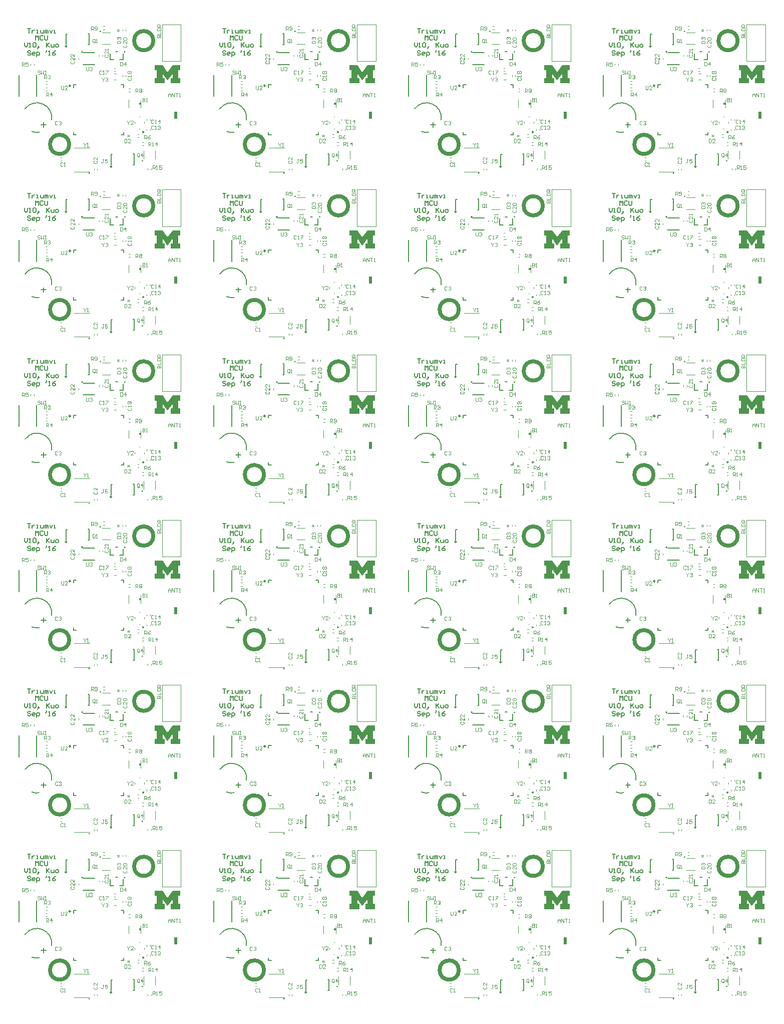
<source format=gto>
G04 Layer_Color=65535*
%FSLAX25Y25*%
%MOIN*%
G70*
G01*
G75*
%ADD33C,0.00800*%
%ADD34C,0.01000*%
%ADD50C,0.00984*%
%ADD51C,0.00787*%
%ADD52C,0.02800*%
%ADD53C,0.00500*%
%ADD54C,0.00394*%
%ADD55C,0.00400*%
%ADD56R,0.02362X0.04724*%
%ADD57R,0.01181X0.01575*%
G36*
X576191Y698374D02*
X574870D01*
Y693144D01*
X576191D01*
Y689676D01*
X569695D01*
Y693144D01*
X571017D01*
Y696282D01*
X567741Y691768D01*
X567521D01*
X564300Y696282D01*
Y693144D01*
X565622D01*
Y689676D01*
X559126D01*
Y693144D01*
X560392D01*
Y698374D01*
X559126D01*
Y701842D01*
X564273D01*
X567576Y697273D01*
X567741D01*
X571044Y701842D01*
X576191D01*
Y698374D01*
D02*
G37*
G36*
X446506D02*
X445185D01*
Y693144D01*
X446506D01*
Y689676D01*
X440010D01*
Y693144D01*
X441331D01*
Y696282D01*
X438056Y691768D01*
X437836D01*
X434615Y696282D01*
Y693144D01*
X435936D01*
Y689676D01*
X429440D01*
Y693144D01*
X430707D01*
Y698374D01*
X429440D01*
Y701842D01*
X434588D01*
X437891Y697273D01*
X438056D01*
X441359Y701842D01*
X446506D01*
Y698374D01*
D02*
G37*
G36*
X316821D02*
X315500D01*
Y693144D01*
X316821D01*
Y689676D01*
X310325D01*
Y693144D01*
X311646D01*
Y696282D01*
X308371Y691768D01*
X308151D01*
X304930Y696282D01*
Y693144D01*
X306251D01*
Y689676D01*
X299755D01*
Y693144D01*
X301022D01*
Y698374D01*
X299755D01*
Y701842D01*
X304903D01*
X308206Y697273D01*
X308371D01*
X311674Y701842D01*
X316821D01*
Y698374D01*
D02*
G37*
G36*
X187136D02*
X185815D01*
Y693144D01*
X187136D01*
Y689676D01*
X180640D01*
Y693144D01*
X181961D01*
Y696282D01*
X178686Y691768D01*
X178466D01*
X175245Y696282D01*
Y693144D01*
X176566D01*
Y689676D01*
X170070D01*
Y693144D01*
X171336D01*
Y698374D01*
X170070D01*
Y701842D01*
X175218D01*
X178521Y697273D01*
X178686D01*
X181989Y701842D01*
X187136D01*
Y698374D01*
D02*
G37*
G36*
X576191Y588500D02*
X574870D01*
Y583270D01*
X576191D01*
Y579802D01*
X569695D01*
Y583270D01*
X571017D01*
Y586408D01*
X567741Y581894D01*
X567521D01*
X564300Y586408D01*
Y583270D01*
X565622D01*
Y579802D01*
X559126D01*
Y583270D01*
X560392D01*
Y588500D01*
X559126D01*
Y591968D01*
X564273D01*
X567576Y587399D01*
X567741D01*
X571044Y591968D01*
X576191D01*
Y588500D01*
D02*
G37*
G36*
X446506D02*
X445185D01*
Y583270D01*
X446506D01*
Y579802D01*
X440010D01*
Y583270D01*
X441331D01*
Y586408D01*
X438056Y581894D01*
X437836D01*
X434615Y586408D01*
Y583270D01*
X435936D01*
Y579802D01*
X429440D01*
Y583270D01*
X430707D01*
Y588500D01*
X429440D01*
Y591968D01*
X434588D01*
X437891Y587399D01*
X438056D01*
X441359Y591968D01*
X446506D01*
Y588500D01*
D02*
G37*
G36*
X316821D02*
X315500D01*
Y583270D01*
X316821D01*
Y579802D01*
X310325D01*
Y583270D01*
X311646D01*
Y586408D01*
X308371Y581894D01*
X308151D01*
X304930Y586408D01*
Y583270D01*
X306251D01*
Y579802D01*
X299755D01*
Y583270D01*
X301022D01*
Y588500D01*
X299755D01*
Y591968D01*
X304903D01*
X308206Y587399D01*
X308371D01*
X311674Y591968D01*
X316821D01*
Y588500D01*
D02*
G37*
G36*
X187136D02*
X185815D01*
Y583270D01*
X187136D01*
Y579802D01*
X180640D01*
Y583270D01*
X181961D01*
Y586408D01*
X178686Y581894D01*
X178466D01*
X175245Y586408D01*
Y583270D01*
X176566D01*
Y579802D01*
X170070D01*
Y583270D01*
X171336D01*
Y588500D01*
X170070D01*
Y591968D01*
X175218D01*
X178521Y587399D01*
X178686D01*
X181989Y591968D01*
X187136D01*
Y588500D01*
D02*
G37*
G36*
X576191Y478626D02*
X574870D01*
Y473396D01*
X576191D01*
Y469928D01*
X569695D01*
Y473396D01*
X571017D01*
Y476534D01*
X567741Y472020D01*
X567521D01*
X564300Y476534D01*
Y473396D01*
X565622D01*
Y469928D01*
X559126D01*
Y473396D01*
X560392D01*
Y478626D01*
X559126D01*
Y482094D01*
X564273D01*
X567576Y477525D01*
X567741D01*
X571044Y482094D01*
X576191D01*
Y478626D01*
D02*
G37*
G36*
X446506D02*
X445185D01*
Y473396D01*
X446506D01*
Y469928D01*
X440010D01*
Y473396D01*
X441331D01*
Y476534D01*
X438056Y472020D01*
X437836D01*
X434615Y476534D01*
Y473396D01*
X435936D01*
Y469928D01*
X429440D01*
Y473396D01*
X430707D01*
Y478626D01*
X429440D01*
Y482094D01*
X434588D01*
X437891Y477525D01*
X438056D01*
X441359Y482094D01*
X446506D01*
Y478626D01*
D02*
G37*
G36*
X316821D02*
X315500D01*
Y473396D01*
X316821D01*
Y469928D01*
X310325D01*
Y473396D01*
X311646D01*
Y476534D01*
X308371Y472020D01*
X308151D01*
X304930Y476534D01*
Y473396D01*
X306251D01*
Y469928D01*
X299755D01*
Y473396D01*
X301022D01*
Y478626D01*
X299755D01*
Y482094D01*
X304903D01*
X308206Y477525D01*
X308371D01*
X311674Y482094D01*
X316821D01*
Y478626D01*
D02*
G37*
G36*
X187136D02*
X185815D01*
Y473396D01*
X187136D01*
Y469928D01*
X180640D01*
Y473396D01*
X181961D01*
Y476534D01*
X178686Y472020D01*
X178466D01*
X175245Y476534D01*
Y473396D01*
X176566D01*
Y469928D01*
X170070D01*
Y473396D01*
X171336D01*
Y478626D01*
X170070D01*
Y482094D01*
X175218D01*
X178521Y477525D01*
X178686D01*
X181989Y482094D01*
X187136D01*
Y478626D01*
D02*
G37*
G36*
X576191Y368752D02*
X574870D01*
Y363522D01*
X576191D01*
Y360054D01*
X569695D01*
Y363522D01*
X571017D01*
Y366660D01*
X567741Y362146D01*
X567521D01*
X564300Y366660D01*
Y363522D01*
X565622D01*
Y360054D01*
X559126D01*
Y363522D01*
X560392D01*
Y368752D01*
X559126D01*
Y372220D01*
X564273D01*
X567576Y367651D01*
X567741D01*
X571044Y372220D01*
X576191D01*
Y368752D01*
D02*
G37*
G36*
X446506D02*
X445185D01*
Y363522D01*
X446506D01*
Y360054D01*
X440010D01*
Y363522D01*
X441331D01*
Y366660D01*
X438056Y362146D01*
X437836D01*
X434615Y366660D01*
Y363522D01*
X435936D01*
Y360054D01*
X429440D01*
Y363522D01*
X430707D01*
Y368752D01*
X429440D01*
Y372220D01*
X434588D01*
X437891Y367651D01*
X438056D01*
X441359Y372220D01*
X446506D01*
Y368752D01*
D02*
G37*
G36*
X316821D02*
X315500D01*
Y363522D01*
X316821D01*
Y360054D01*
X310325D01*
Y363522D01*
X311646D01*
Y366660D01*
X308371Y362146D01*
X308151D01*
X304930Y366660D01*
Y363522D01*
X306251D01*
Y360054D01*
X299755D01*
Y363522D01*
X301022D01*
Y368752D01*
X299755D01*
Y372220D01*
X304903D01*
X308206Y367651D01*
X308371D01*
X311674Y372220D01*
X316821D01*
Y368752D01*
D02*
G37*
G36*
X187136D02*
X185815D01*
Y363522D01*
X187136D01*
Y360054D01*
X180640D01*
Y363522D01*
X181961D01*
Y366660D01*
X178686Y362146D01*
X178466D01*
X175245Y366660D01*
Y363522D01*
X176566D01*
Y360054D01*
X170070D01*
Y363522D01*
X171336D01*
Y368752D01*
X170070D01*
Y372220D01*
X175218D01*
X178521Y367651D01*
X178686D01*
X181989Y372220D01*
X187136D01*
Y368752D01*
D02*
G37*
G36*
X576191Y258878D02*
X574870D01*
Y253648D01*
X576191D01*
Y250180D01*
X569695D01*
Y253648D01*
X571017D01*
Y256786D01*
X567741Y252272D01*
X567521D01*
X564300Y256786D01*
Y253648D01*
X565622D01*
Y250180D01*
X559126D01*
Y253648D01*
X560392D01*
Y258878D01*
X559126D01*
Y262346D01*
X564273D01*
X567576Y257777D01*
X567741D01*
X571044Y262346D01*
X576191D01*
Y258878D01*
D02*
G37*
G36*
X446506D02*
X445185D01*
Y253648D01*
X446506D01*
Y250180D01*
X440010D01*
Y253648D01*
X441331D01*
Y256786D01*
X438056Y252272D01*
X437836D01*
X434615Y256786D01*
Y253648D01*
X435936D01*
Y250180D01*
X429440D01*
Y253648D01*
X430707D01*
Y258878D01*
X429440D01*
Y262346D01*
X434588D01*
X437891Y257777D01*
X438056D01*
X441359Y262346D01*
X446506D01*
Y258878D01*
D02*
G37*
G36*
X316821D02*
X315500D01*
Y253648D01*
X316821D01*
Y250180D01*
X310325D01*
Y253648D01*
X311646D01*
Y256786D01*
X308371Y252272D01*
X308151D01*
X304930Y256786D01*
Y253648D01*
X306251D01*
Y250180D01*
X299755D01*
Y253648D01*
X301022D01*
Y258878D01*
X299755D01*
Y262346D01*
X304903D01*
X308206Y257777D01*
X308371D01*
X311674Y262346D01*
X316821D01*
Y258878D01*
D02*
G37*
G36*
X187136D02*
X185815D01*
Y253648D01*
X187136D01*
Y250180D01*
X180640D01*
Y253648D01*
X181961D01*
Y256786D01*
X178686Y252272D01*
X178466D01*
X175245Y256786D01*
Y253648D01*
X176566D01*
Y250180D01*
X170070D01*
Y253648D01*
X171336D01*
Y258878D01*
X170070D01*
Y262346D01*
X175218D01*
X178521Y257777D01*
X178686D01*
X181989Y262346D01*
X187136D01*
Y258878D01*
D02*
G37*
G36*
X576191Y149004D02*
X574870D01*
Y143774D01*
X576191D01*
Y140306D01*
X569695D01*
Y143774D01*
X571017D01*
Y146912D01*
X567741Y142398D01*
X567521D01*
X564300Y146912D01*
Y143774D01*
X565622D01*
Y140306D01*
X559126D01*
Y143774D01*
X560392D01*
Y149004D01*
X559126D01*
Y152472D01*
X564273D01*
X567576Y147903D01*
X567741D01*
X571044Y152472D01*
X576191D01*
Y149004D01*
D02*
G37*
G36*
X446506D02*
X445185D01*
Y143774D01*
X446506D01*
Y140306D01*
X440010D01*
Y143774D01*
X441331D01*
Y146912D01*
X438056Y142398D01*
X437836D01*
X434615Y146912D01*
Y143774D01*
X435936D01*
Y140306D01*
X429440D01*
Y143774D01*
X430707D01*
Y149004D01*
X429440D01*
Y152472D01*
X434588D01*
X437891Y147903D01*
X438056D01*
X441359Y152472D01*
X446506D01*
Y149004D01*
D02*
G37*
G36*
X316821D02*
X315500D01*
Y143774D01*
X316821D01*
Y140306D01*
X310325D01*
Y143774D01*
X311646D01*
Y146912D01*
X308371Y142398D01*
X308151D01*
X304930Y146912D01*
Y143774D01*
X306251D01*
Y140306D01*
X299755D01*
Y143774D01*
X301022D01*
Y149004D01*
X299755D01*
Y152472D01*
X304903D01*
X308206Y147903D01*
X308371D01*
X311674Y152472D01*
X316821D01*
Y149004D01*
D02*
G37*
G36*
X187136D02*
X185815D01*
Y143774D01*
X187136D01*
Y140306D01*
X180640D01*
Y143774D01*
X181961D01*
Y146912D01*
X178686Y142398D01*
X178466D01*
X175245Y146912D01*
Y143774D01*
X176566D01*
Y140306D01*
X170070D01*
Y143774D01*
X171336D01*
Y149004D01*
X170070D01*
Y152472D01*
X175218D01*
X178521Y147903D01*
X178686D01*
X181989Y152472D01*
X187136D01*
Y149004D01*
D02*
G37*
D33*
X96106Y114489D02*
Y111290D01*
X97706Y112890D02*
X94507D01*
X225791Y114489D02*
Y111290D01*
X227391Y112890D02*
X224192D01*
X355476Y114489D02*
Y111290D01*
X357076Y112890D02*
X353877D01*
X485161Y114489D02*
Y111290D01*
X486761Y112890D02*
X483562D01*
X96106Y224363D02*
Y221164D01*
X97706Y222763D02*
X94507D01*
X225791Y224363D02*
Y221164D01*
X227391Y222763D02*
X224192D01*
X355476Y224363D02*
Y221164D01*
X357076Y222763D02*
X353877D01*
X485161Y224363D02*
Y221164D01*
X486761Y222763D02*
X483562D01*
X96106Y334237D02*
Y331038D01*
X97706Y332638D02*
X94507D01*
X225791Y334237D02*
Y331038D01*
X227391Y332638D02*
X224192D01*
X355476Y334237D02*
Y331038D01*
X357076Y332638D02*
X353877D01*
X485161Y334237D02*
Y331038D01*
X486761Y332638D02*
X483562D01*
X96106Y444111D02*
Y440912D01*
X97706Y442512D02*
X94507D01*
X225791Y444111D02*
Y440912D01*
X227391Y442512D02*
X224192D01*
X355476Y444111D02*
Y440912D01*
X357076Y442512D02*
X353877D01*
X485161Y444111D02*
Y440912D01*
X486761Y442512D02*
X483562D01*
X96106Y553985D02*
Y550786D01*
X97706Y552386D02*
X94507D01*
X225791Y553985D02*
Y550786D01*
X227391Y552386D02*
X224192D01*
X355476Y553985D02*
Y550786D01*
X357076Y552386D02*
X353877D01*
X485161Y553985D02*
Y550786D01*
X486761Y552386D02*
X483562D01*
X96106Y663859D02*
Y660660D01*
X97706Y662260D02*
X94507D01*
X225791Y663859D02*
Y660660D01*
X227391Y662260D02*
X224192D01*
X355476Y663859D02*
Y660660D01*
X357076Y662260D02*
X353877D01*
X485161Y663859D02*
Y660660D01*
X486761Y662260D02*
X483562D01*
D34*
X161835Y88803D02*
G03*
X161835Y88803I-20J0D01*
G01*
X141370Y84917D02*
G03*
X141370Y84917I-406J0D01*
G01*
X111370Y164917D02*
G03*
X111370Y164917I-406J0D01*
G01*
X133823Y174965D02*
G03*
X133823Y174965I-20J0D01*
G01*
X162710Y108038D02*
G03*
X162710Y108038I-311J0D01*
G01*
X126453Y80561D02*
G03*
X126365Y80582I-88J-176D01*
G01*
X150177Y161299D02*
G03*
X150177Y161299I-220J0D01*
G01*
X291521Y88803D02*
G03*
X291521Y88803I-20J0D01*
G01*
X271055Y84917D02*
G03*
X271055Y84917I-406J0D01*
G01*
X241055Y164917D02*
G03*
X241055Y164917I-406J0D01*
G01*
X263508Y174965D02*
G03*
X263508Y174965I-20J0D01*
G01*
X292395Y108038D02*
G03*
X292395Y108038I-311J0D01*
G01*
X256138Y80561D02*
G03*
X256050Y80582I-88J-176D01*
G01*
X279862Y161299D02*
G03*
X279862Y161299I-220J0D01*
G01*
X421206Y88803D02*
G03*
X421206Y88803I-20J0D01*
G01*
X400740Y84917D02*
G03*
X400740Y84917I-406J0D01*
G01*
X370741Y164917D02*
G03*
X370741Y164917I-406J0D01*
G01*
X393193Y174965D02*
G03*
X393193Y174965I-20J0D01*
G01*
X422081Y108038D02*
G03*
X422081Y108038I-311J0D01*
G01*
X385823Y80561D02*
G03*
X385735Y80582I-88J-176D01*
G01*
X409547Y161299D02*
G03*
X409547Y161299I-220J0D01*
G01*
X550891Y88803D02*
G03*
X550891Y88803I-20J0D01*
G01*
X530426Y84917D02*
G03*
X530426Y84917I-406J0D01*
G01*
X500425Y164917D02*
G03*
X500425Y164917I-406J0D01*
G01*
X522878Y174965D02*
G03*
X522878Y174965I-20J0D01*
G01*
X551766Y108038D02*
G03*
X551766Y108038I-311J0D01*
G01*
X515508Y80561D02*
G03*
X515420Y80582I-88J-176D01*
G01*
X539232Y161299D02*
G03*
X539232Y161299I-220J0D01*
G01*
X161835Y198677D02*
G03*
X161835Y198677I-20J0D01*
G01*
X141370Y194791D02*
G03*
X141370Y194791I-406J0D01*
G01*
X111370Y274791D02*
G03*
X111370Y274791I-406J0D01*
G01*
X133823Y284839D02*
G03*
X133823Y284839I-20J0D01*
G01*
X162710Y217912D02*
G03*
X162710Y217912I-311J0D01*
G01*
X126453Y190435D02*
G03*
X126365Y190456I-88J-176D01*
G01*
X150177Y271173D02*
G03*
X150177Y271173I-220J0D01*
G01*
X291521Y198677D02*
G03*
X291521Y198677I-20J0D01*
G01*
X271055Y194791D02*
G03*
X271055Y194791I-406J0D01*
G01*
X241055Y274791D02*
G03*
X241055Y274791I-406J0D01*
G01*
X263508Y284839D02*
G03*
X263508Y284839I-20J0D01*
G01*
X292395Y217912D02*
G03*
X292395Y217912I-311J0D01*
G01*
X256138Y190435D02*
G03*
X256050Y190456I-88J-176D01*
G01*
X279862Y271173D02*
G03*
X279862Y271173I-220J0D01*
G01*
X421206Y198677D02*
G03*
X421206Y198677I-20J0D01*
G01*
X400740Y194791D02*
G03*
X400740Y194791I-406J0D01*
G01*
X370741Y274791D02*
G03*
X370741Y274791I-406J0D01*
G01*
X393193Y284839D02*
G03*
X393193Y284839I-20J0D01*
G01*
X422081Y217912D02*
G03*
X422081Y217912I-311J0D01*
G01*
X385823Y190435D02*
G03*
X385735Y190456I-88J-176D01*
G01*
X409547Y271173D02*
G03*
X409547Y271173I-220J0D01*
G01*
X550891Y198677D02*
G03*
X550891Y198677I-20J0D01*
G01*
X530426Y194791D02*
G03*
X530426Y194791I-406J0D01*
G01*
X500425Y274791D02*
G03*
X500425Y274791I-406J0D01*
G01*
X522878Y284839D02*
G03*
X522878Y284839I-20J0D01*
G01*
X551766Y217912D02*
G03*
X551766Y217912I-311J0D01*
G01*
X515508Y190435D02*
G03*
X515420Y190456I-88J-176D01*
G01*
X539232Y271173D02*
G03*
X539232Y271173I-220J0D01*
G01*
X161835Y308551D02*
G03*
X161835Y308551I-20J0D01*
G01*
X141370Y304665D02*
G03*
X141370Y304665I-406J0D01*
G01*
X111370Y384665D02*
G03*
X111370Y384665I-406J0D01*
G01*
X133823Y394713D02*
G03*
X133823Y394713I-20J0D01*
G01*
X162710Y327786D02*
G03*
X162710Y327786I-311J0D01*
G01*
X126453Y300309D02*
G03*
X126365Y300330I-88J-176D01*
G01*
X150177Y381047D02*
G03*
X150177Y381047I-220J0D01*
G01*
X291521Y308551D02*
G03*
X291521Y308551I-20J0D01*
G01*
X271055Y304665D02*
G03*
X271055Y304665I-406J0D01*
G01*
X241055Y384665D02*
G03*
X241055Y384665I-406J0D01*
G01*
X263508Y394713D02*
G03*
X263508Y394713I-20J0D01*
G01*
X292395Y327786D02*
G03*
X292395Y327786I-311J0D01*
G01*
X256138Y300309D02*
G03*
X256050Y300330I-88J-176D01*
G01*
X279862Y381047D02*
G03*
X279862Y381047I-220J0D01*
G01*
X421206Y308551D02*
G03*
X421206Y308551I-20J0D01*
G01*
X400740Y304665D02*
G03*
X400740Y304665I-406J0D01*
G01*
X370741Y384665D02*
G03*
X370741Y384665I-406J0D01*
G01*
X393193Y394713D02*
G03*
X393193Y394713I-20J0D01*
G01*
X422081Y327786D02*
G03*
X422081Y327786I-311J0D01*
G01*
X385823Y300309D02*
G03*
X385735Y300330I-88J-176D01*
G01*
X409547Y381047D02*
G03*
X409547Y381047I-220J0D01*
G01*
X550891Y308551D02*
G03*
X550891Y308551I-20J0D01*
G01*
X530426Y304665D02*
G03*
X530426Y304665I-406J0D01*
G01*
X500425Y384665D02*
G03*
X500425Y384665I-406J0D01*
G01*
X522878Y394713D02*
G03*
X522878Y394713I-20J0D01*
G01*
X551766Y327786D02*
G03*
X551766Y327786I-311J0D01*
G01*
X515508Y300309D02*
G03*
X515420Y300330I-88J-176D01*
G01*
X539232Y381047D02*
G03*
X539232Y381047I-220J0D01*
G01*
X161835Y418425D02*
G03*
X161835Y418425I-20J0D01*
G01*
X141370Y414539D02*
G03*
X141370Y414539I-406J0D01*
G01*
X111370Y494539D02*
G03*
X111370Y494539I-406J0D01*
G01*
X133823Y504587D02*
G03*
X133823Y504587I-20J0D01*
G01*
X162710Y437660D02*
G03*
X162710Y437660I-311J0D01*
G01*
X126453Y410183D02*
G03*
X126365Y410204I-88J-176D01*
G01*
X150177Y490921D02*
G03*
X150177Y490921I-220J0D01*
G01*
X291521Y418425D02*
G03*
X291521Y418425I-20J0D01*
G01*
X271055Y414539D02*
G03*
X271055Y414539I-406J0D01*
G01*
X241055Y494539D02*
G03*
X241055Y494539I-406J0D01*
G01*
X263508Y504587D02*
G03*
X263508Y504587I-20J0D01*
G01*
X292395Y437660D02*
G03*
X292395Y437660I-311J0D01*
G01*
X256138Y410183D02*
G03*
X256050Y410204I-88J-176D01*
G01*
X279862Y490921D02*
G03*
X279862Y490921I-220J0D01*
G01*
X421206Y418425D02*
G03*
X421206Y418425I-20J0D01*
G01*
X400740Y414539D02*
G03*
X400740Y414539I-406J0D01*
G01*
X370741Y494539D02*
G03*
X370741Y494539I-406J0D01*
G01*
X393193Y504587D02*
G03*
X393193Y504587I-20J0D01*
G01*
X422081Y437660D02*
G03*
X422081Y437660I-311J0D01*
G01*
X385823Y410183D02*
G03*
X385735Y410204I-88J-176D01*
G01*
X409547Y490921D02*
G03*
X409547Y490921I-220J0D01*
G01*
X550891Y418425D02*
G03*
X550891Y418425I-20J0D01*
G01*
X530426Y414539D02*
G03*
X530426Y414539I-406J0D01*
G01*
X500425Y494539D02*
G03*
X500425Y494539I-406J0D01*
G01*
X522878Y504587D02*
G03*
X522878Y504587I-20J0D01*
G01*
X551766Y437660D02*
G03*
X551766Y437660I-311J0D01*
G01*
X515508Y410183D02*
G03*
X515420Y410204I-88J-176D01*
G01*
X539232Y490921D02*
G03*
X539232Y490921I-220J0D01*
G01*
X161835Y528299D02*
G03*
X161835Y528299I-20J0D01*
G01*
X141370Y524413D02*
G03*
X141370Y524413I-406J0D01*
G01*
X111370Y604413D02*
G03*
X111370Y604413I-406J0D01*
G01*
X133823Y614461D02*
G03*
X133823Y614461I-20J0D01*
G01*
X162710Y547534D02*
G03*
X162710Y547534I-311J0D01*
G01*
X126453Y520057D02*
G03*
X126365Y520078I-88J-176D01*
G01*
X150177Y600795D02*
G03*
X150177Y600795I-220J0D01*
G01*
X291521Y528299D02*
G03*
X291521Y528299I-20J0D01*
G01*
X271055Y524413D02*
G03*
X271055Y524413I-406J0D01*
G01*
X241055Y604413D02*
G03*
X241055Y604413I-406J0D01*
G01*
X263508Y614461D02*
G03*
X263508Y614461I-20J0D01*
G01*
X292395Y547534D02*
G03*
X292395Y547534I-311J0D01*
G01*
X256138Y520057D02*
G03*
X256050Y520078I-88J-176D01*
G01*
X279862Y600795D02*
G03*
X279862Y600795I-220J0D01*
G01*
X421206Y528299D02*
G03*
X421206Y528299I-20J0D01*
G01*
X400740Y524413D02*
G03*
X400740Y524413I-406J0D01*
G01*
X370741Y604413D02*
G03*
X370741Y604413I-406J0D01*
G01*
X393193Y614461D02*
G03*
X393193Y614461I-20J0D01*
G01*
X422081Y547534D02*
G03*
X422081Y547534I-311J0D01*
G01*
X385823Y520057D02*
G03*
X385735Y520078I-88J-176D01*
G01*
X409547Y600795D02*
G03*
X409547Y600795I-220J0D01*
G01*
X550891Y528299D02*
G03*
X550891Y528299I-20J0D01*
G01*
X530426Y524413D02*
G03*
X530426Y524413I-406J0D01*
G01*
X500425Y604413D02*
G03*
X500425Y604413I-406J0D01*
G01*
X522878Y614461D02*
G03*
X522878Y614461I-20J0D01*
G01*
X551766Y547534D02*
G03*
X551766Y547534I-311J0D01*
G01*
X515508Y520057D02*
G03*
X515420Y520078I-88J-176D01*
G01*
X539232Y600795D02*
G03*
X539232Y600795I-220J0D01*
G01*
X161835Y638173D02*
G03*
X161835Y638173I-20J0D01*
G01*
X141370Y634287D02*
G03*
X141370Y634287I-406J0D01*
G01*
X111370Y714287D02*
G03*
X111370Y714287I-406J0D01*
G01*
X133823Y724335D02*
G03*
X133823Y724335I-20J0D01*
G01*
X162710Y657408D02*
G03*
X162710Y657408I-311J0D01*
G01*
X126453Y629931D02*
G03*
X126365Y629952I-88J-176D01*
G01*
X150177Y710669D02*
G03*
X150177Y710669I-220J0D01*
G01*
X291521Y638173D02*
G03*
X291521Y638173I-20J0D01*
G01*
X271055Y634287D02*
G03*
X271055Y634287I-406J0D01*
G01*
X241055Y714287D02*
G03*
X241055Y714287I-406J0D01*
G01*
X263508Y724335D02*
G03*
X263508Y724335I-20J0D01*
G01*
X292395Y657408D02*
G03*
X292395Y657408I-311J0D01*
G01*
X256138Y629931D02*
G03*
X256050Y629952I-88J-176D01*
G01*
X279862Y710669D02*
G03*
X279862Y710669I-220J0D01*
G01*
X421206Y638173D02*
G03*
X421206Y638173I-20J0D01*
G01*
X400740Y634287D02*
G03*
X400740Y634287I-406J0D01*
G01*
X370741Y714287D02*
G03*
X370741Y714287I-406J0D01*
G01*
X393193Y724335D02*
G03*
X393193Y724335I-20J0D01*
G01*
X422081Y657408D02*
G03*
X422081Y657408I-311J0D01*
G01*
X385823Y629931D02*
G03*
X385735Y629952I-88J-176D01*
G01*
X409547Y710669D02*
G03*
X409547Y710669I-220J0D01*
G01*
X550891Y638173D02*
G03*
X550891Y638173I-20J0D01*
G01*
X530426Y634287D02*
G03*
X530426Y634287I-406J0D01*
G01*
X500425Y714287D02*
G03*
X500425Y714287I-406J0D01*
G01*
X522878Y724335D02*
G03*
X522878Y724335I-20J0D01*
G01*
X551766Y657408D02*
G03*
X551766Y657408I-311J0D01*
G01*
X515508Y629931D02*
G03*
X515420Y629952I-88J-176D01*
G01*
X539232Y710669D02*
G03*
X539232Y710669I-220J0D01*
G01*
D50*
X114039Y138784D02*
G03*
X114039Y138784I-492J0D01*
G01*
X243724D02*
G03*
X243724Y138784I-492J0D01*
G01*
X373410D02*
G03*
X373410Y138784I-492J0D01*
G01*
X503094D02*
G03*
X503094Y138784I-492J0D01*
G01*
X114039Y248657D02*
G03*
X114039Y248657I-492J0D01*
G01*
X243724D02*
G03*
X243724Y248657I-492J0D01*
G01*
X373410D02*
G03*
X373410Y248657I-492J0D01*
G01*
X503094D02*
G03*
X503094Y248657I-492J0D01*
G01*
X114039Y358531D02*
G03*
X114039Y358531I-492J0D01*
G01*
X243724D02*
G03*
X243724Y358531I-492J0D01*
G01*
X373410D02*
G03*
X373410Y358531I-492J0D01*
G01*
X503094D02*
G03*
X503094Y358531I-492J0D01*
G01*
X114039Y468405D02*
G03*
X114039Y468405I-492J0D01*
G01*
X243724D02*
G03*
X243724Y468405I-492J0D01*
G01*
X373410D02*
G03*
X373410Y468405I-492J0D01*
G01*
X503094D02*
G03*
X503094Y468405I-492J0D01*
G01*
X114039Y578280D02*
G03*
X114039Y578280I-492J0D01*
G01*
X243724D02*
G03*
X243724Y578280I-492J0D01*
G01*
X373410D02*
G03*
X373410Y578280I-492J0D01*
G01*
X503094D02*
G03*
X503094Y578280I-492J0D01*
G01*
X114039Y688154D02*
G03*
X114039Y688154I-492J0D01*
G01*
X243724D02*
G03*
X243724Y688154I-492J0D01*
G01*
X373410D02*
G03*
X373410Y688154I-492J0D01*
G01*
X503094D02*
G03*
X503094Y688154I-492J0D01*
G01*
D51*
X122106Y161366D02*
G03*
X122106Y161366I-394J0D01*
G01*
X116106Y106106D02*
X117878D01*
X116106D02*
Y107878D01*
X147602Y106106D02*
X149374D01*
Y107878D01*
Y137602D02*
Y139374D01*
X147602D02*
X149374D01*
X116106D02*
X117878D01*
X116106Y137602D02*
Y139374D01*
X251791Y161366D02*
G03*
X251791Y161366I-394J0D01*
G01*
X245791Y106106D02*
X247563D01*
X245791D02*
Y107878D01*
X277287Y106106D02*
X279059D01*
Y107878D01*
Y137602D02*
Y139374D01*
X277287D02*
X279059D01*
X245791D02*
X247563D01*
X245791Y137602D02*
Y139374D01*
X381476Y161366D02*
G03*
X381476Y161366I-394J0D01*
G01*
X375476Y106106D02*
X377248D01*
X375476D02*
Y107878D01*
X406972Y106106D02*
X408744D01*
Y107878D01*
Y137602D02*
Y139374D01*
X406972D02*
X408744D01*
X375476D02*
X377248D01*
X375476Y137602D02*
Y139374D01*
X511161Y161366D02*
G03*
X511161Y161366I-394J0D01*
G01*
X505161Y106106D02*
X506933D01*
X505161D02*
Y107878D01*
X536657Y106106D02*
X538429D01*
Y107878D01*
Y137602D02*
Y139374D01*
X536657D02*
X538429D01*
X505161D02*
X506933D01*
X505161Y137602D02*
Y139374D01*
X122106Y271240D02*
G03*
X122106Y271240I-394J0D01*
G01*
X116106Y215980D02*
X117878D01*
X116106D02*
Y217752D01*
X147602Y215980D02*
X149374D01*
Y217752D01*
Y247476D02*
Y249248D01*
X147602D02*
X149374D01*
X116106D02*
X117878D01*
X116106Y247476D02*
Y249248D01*
X251791Y271240D02*
G03*
X251791Y271240I-394J0D01*
G01*
X245791Y215980D02*
X247563D01*
X245791D02*
Y217752D01*
X277287Y215980D02*
X279059D01*
Y217752D01*
Y247476D02*
Y249248D01*
X277287D02*
X279059D01*
X245791D02*
X247563D01*
X245791Y247476D02*
Y249248D01*
X381476Y271240D02*
G03*
X381476Y271240I-394J0D01*
G01*
X375476Y215980D02*
X377248D01*
X375476D02*
Y217752D01*
X406972Y215980D02*
X408744D01*
Y217752D01*
Y247476D02*
Y249248D01*
X406972D02*
X408744D01*
X375476D02*
X377248D01*
X375476Y247476D02*
Y249248D01*
X511161Y271240D02*
G03*
X511161Y271240I-394J0D01*
G01*
X505161Y215980D02*
X506933D01*
X505161D02*
Y217752D01*
X536657Y215980D02*
X538429D01*
Y217752D01*
Y247476D02*
Y249248D01*
X536657D02*
X538429D01*
X505161D02*
X506933D01*
X505161Y247476D02*
Y249248D01*
X122106Y381114D02*
G03*
X122106Y381114I-394J0D01*
G01*
X116106Y325854D02*
X117878D01*
X116106D02*
Y327626D01*
X147602Y325854D02*
X149374D01*
Y327626D01*
Y357350D02*
Y359122D01*
X147602D02*
X149374D01*
X116106D02*
X117878D01*
X116106Y357350D02*
Y359122D01*
X251791Y381114D02*
G03*
X251791Y381114I-394J0D01*
G01*
X245791Y325854D02*
X247563D01*
X245791D02*
Y327626D01*
X277287Y325854D02*
X279059D01*
Y327626D01*
Y357350D02*
Y359122D01*
X277287D02*
X279059D01*
X245791D02*
X247563D01*
X245791Y357350D02*
Y359122D01*
X381476Y381114D02*
G03*
X381476Y381114I-394J0D01*
G01*
X375476Y325854D02*
X377248D01*
X375476D02*
Y327626D01*
X406972Y325854D02*
X408744D01*
Y327626D01*
Y357350D02*
Y359122D01*
X406972D02*
X408744D01*
X375476D02*
X377248D01*
X375476Y357350D02*
Y359122D01*
X511161Y381114D02*
G03*
X511161Y381114I-394J0D01*
G01*
X505161Y325854D02*
X506933D01*
X505161D02*
Y327626D01*
X536657Y325854D02*
X538429D01*
Y327626D01*
Y357350D02*
Y359122D01*
X536657D02*
X538429D01*
X505161D02*
X506933D01*
X505161Y357350D02*
Y359122D01*
X122106Y490988D02*
G03*
X122106Y490988I-394J0D01*
G01*
X116106Y435728D02*
X117878D01*
X116106D02*
Y437500D01*
X147602Y435728D02*
X149374D01*
Y437500D01*
Y467224D02*
Y468996D01*
X147602D02*
X149374D01*
X116106D02*
X117878D01*
X116106Y467224D02*
Y468996D01*
X251791Y490988D02*
G03*
X251791Y490988I-394J0D01*
G01*
X245791Y435728D02*
X247563D01*
X245791D02*
Y437500D01*
X277287Y435728D02*
X279059D01*
Y437500D01*
Y467224D02*
Y468996D01*
X277287D02*
X279059D01*
X245791D02*
X247563D01*
X245791Y467224D02*
Y468996D01*
X381476Y490988D02*
G03*
X381476Y490988I-394J0D01*
G01*
X375476Y435728D02*
X377248D01*
X375476D02*
Y437500D01*
X406972Y435728D02*
X408744D01*
Y437500D01*
Y467224D02*
Y468996D01*
X406972D02*
X408744D01*
X375476D02*
X377248D01*
X375476Y467224D02*
Y468996D01*
X511161Y490988D02*
G03*
X511161Y490988I-394J0D01*
G01*
X505161Y435728D02*
X506933D01*
X505161D02*
Y437500D01*
X536657Y435728D02*
X538429D01*
Y437500D01*
Y467224D02*
Y468996D01*
X536657D02*
X538429D01*
X505161D02*
X506933D01*
X505161Y467224D02*
Y468996D01*
X122106Y600862D02*
G03*
X122106Y600862I-394J0D01*
G01*
X116106Y545602D02*
X117878D01*
X116106D02*
Y547374D01*
X147602Y545602D02*
X149374D01*
Y547374D01*
Y577098D02*
Y578870D01*
X147602D02*
X149374D01*
X116106D02*
X117878D01*
X116106Y577098D02*
Y578870D01*
X251791Y600862D02*
G03*
X251791Y600862I-394J0D01*
G01*
X245791Y545602D02*
X247563D01*
X245791D02*
Y547374D01*
X277287Y545602D02*
X279059D01*
Y547374D01*
Y577098D02*
Y578870D01*
X277287D02*
X279059D01*
X245791D02*
X247563D01*
X245791Y577098D02*
Y578870D01*
X381476Y600862D02*
G03*
X381476Y600862I-394J0D01*
G01*
X375476Y545602D02*
X377248D01*
X375476D02*
Y547374D01*
X406972Y545602D02*
X408744D01*
Y547374D01*
Y577098D02*
Y578870D01*
X406972D02*
X408744D01*
X375476D02*
X377248D01*
X375476Y577098D02*
Y578870D01*
X511161Y600862D02*
G03*
X511161Y600862I-394J0D01*
G01*
X505161Y545602D02*
X506933D01*
X505161D02*
Y547374D01*
X536657Y545602D02*
X538429D01*
Y547374D01*
Y577098D02*
Y578870D01*
X536657D02*
X538429D01*
X505161D02*
X506933D01*
X505161Y577098D02*
Y578870D01*
X122106Y710736D02*
G03*
X122106Y710736I-394J0D01*
G01*
X116106Y655476D02*
X117878D01*
X116106D02*
Y657248D01*
X147602Y655476D02*
X149374D01*
Y657248D01*
Y686973D02*
Y688744D01*
X147602D02*
X149374D01*
X116106D02*
X117878D01*
X116106Y686973D02*
Y688744D01*
X251791Y710736D02*
G03*
X251791Y710736I-394J0D01*
G01*
X245791Y655476D02*
X247563D01*
X245791D02*
Y657248D01*
X277287Y655476D02*
X279059D01*
Y657248D01*
Y686973D02*
Y688744D01*
X277287D02*
X279059D01*
X245791D02*
X247563D01*
X245791Y686973D02*
Y688744D01*
X381476Y710736D02*
G03*
X381476Y710736I-394J0D01*
G01*
X375476Y655476D02*
X377248D01*
X375476D02*
Y657248D01*
X406972Y655476D02*
X408744D01*
Y657248D01*
Y686973D02*
Y688744D01*
X406972D02*
X408744D01*
X375476D02*
X377248D01*
X375476Y686973D02*
Y688744D01*
X511161Y710736D02*
G03*
X511161Y710736I-394J0D01*
G01*
X505161Y655476D02*
X506933D01*
X505161D02*
Y657248D01*
X536657Y655476D02*
X538429D01*
Y657248D01*
Y686973D02*
Y688744D01*
X536657D02*
X538429D01*
X505161D02*
X506933D01*
X505161Y686973D02*
Y688744D01*
D52*
X113140Y99740D02*
G03*
X113140Y99740I-6400J0D01*
G01*
X169140Y168740D02*
G03*
X169140Y168740I-6400J0D01*
G01*
X242825Y99740D02*
G03*
X242825Y99740I-6400J0D01*
G01*
X298825Y168740D02*
G03*
X298825Y168740I-6400J0D01*
G01*
X372510Y99740D02*
G03*
X372510Y99740I-6400J0D01*
G01*
X428510Y168740D02*
G03*
X428510Y168740I-6400J0D01*
G01*
X502195Y99740D02*
G03*
X502195Y99740I-6400J0D01*
G01*
X558195Y168740D02*
G03*
X558195Y168740I-6400J0D01*
G01*
X113140Y209614D02*
G03*
X113140Y209614I-6400J0D01*
G01*
X169140Y278614D02*
G03*
X169140Y278614I-6400J0D01*
G01*
X242825Y209614D02*
G03*
X242825Y209614I-6400J0D01*
G01*
X298825Y278614D02*
G03*
X298825Y278614I-6400J0D01*
G01*
X372510Y209614D02*
G03*
X372510Y209614I-6400J0D01*
G01*
X428510Y278614D02*
G03*
X428510Y278614I-6400J0D01*
G01*
X502195Y209614D02*
G03*
X502195Y209614I-6400J0D01*
G01*
X558195Y278614D02*
G03*
X558195Y278614I-6400J0D01*
G01*
X113140Y319488D02*
G03*
X113140Y319488I-6400J0D01*
G01*
X169140Y388488D02*
G03*
X169140Y388488I-6400J0D01*
G01*
X242825Y319488D02*
G03*
X242825Y319488I-6400J0D01*
G01*
X298825Y388488D02*
G03*
X298825Y388488I-6400J0D01*
G01*
X372510Y319488D02*
G03*
X372510Y319488I-6400J0D01*
G01*
X428510Y388488D02*
G03*
X428510Y388488I-6400J0D01*
G01*
X502195Y319488D02*
G03*
X502195Y319488I-6400J0D01*
G01*
X558195Y388488D02*
G03*
X558195Y388488I-6400J0D01*
G01*
X113140Y429362D02*
G03*
X113140Y429362I-6400J0D01*
G01*
X169140Y498362D02*
G03*
X169140Y498362I-6400J0D01*
G01*
X242825Y429362D02*
G03*
X242825Y429362I-6400J0D01*
G01*
X298825Y498362D02*
G03*
X298825Y498362I-6400J0D01*
G01*
X372510Y429362D02*
G03*
X372510Y429362I-6400J0D01*
G01*
X428510Y498362D02*
G03*
X428510Y498362I-6400J0D01*
G01*
X502195Y429362D02*
G03*
X502195Y429362I-6400J0D01*
G01*
X558195Y498362D02*
G03*
X558195Y498362I-6400J0D01*
G01*
X113140Y539236D02*
G03*
X113140Y539236I-6400J0D01*
G01*
X169140Y608236D02*
G03*
X169140Y608236I-6400J0D01*
G01*
X242825Y539236D02*
G03*
X242825Y539236I-6400J0D01*
G01*
X298825Y608236D02*
G03*
X298825Y608236I-6400J0D01*
G01*
X372510Y539236D02*
G03*
X372510Y539236I-6400J0D01*
G01*
X428510Y608236D02*
G03*
X428510Y608236I-6400J0D01*
G01*
X502195Y539236D02*
G03*
X502195Y539236I-6400J0D01*
G01*
X558195Y608236D02*
G03*
X558195Y608236I-6400J0D01*
G01*
X113140Y649110D02*
G03*
X113140Y649110I-6400J0D01*
G01*
X169140Y718110D02*
G03*
X169140Y718110I-6400J0D01*
G01*
X242825Y649110D02*
G03*
X242825Y649110I-6400J0D01*
G01*
X298825Y718110D02*
G03*
X298825Y718110I-6400J0D01*
G01*
X372510Y649110D02*
G03*
X372510Y649110I-6400J0D01*
G01*
X428510Y718110D02*
G03*
X428510Y718110I-6400J0D01*
G01*
X502195Y649110D02*
G03*
X502195Y649110I-6400J0D01*
G01*
X558195Y718110D02*
G03*
X558195Y718110I-6400J0D01*
G01*
D53*
X101367Y116036D02*
G03*
X83741Y123412I-9727J1504D01*
G01*
X88218Y108312D02*
G03*
X93181Y107819I3422J9229D01*
G01*
X91546Y131754D02*
Y145927D01*
X79735Y131754D02*
Y145927D01*
X155630Y93382D02*
X156417D01*
Y86098D02*
Y93382D01*
X155630Y86098D02*
X156417D01*
X140965D02*
Y93087D01*
X141850D01*
X125630Y173382D02*
X126417D01*
Y166098D02*
Y173382D01*
X125630Y166098D02*
X126417D01*
X110965D02*
Y173087D01*
X111850D01*
X122500Y160677D02*
X130177D01*
X122303Y152803D02*
X130177D01*
X144150Y161496D02*
X145429D01*
X140409Y155984D02*
Y160216D01*
Y155984D02*
X142772D01*
X146709D02*
X149071D01*
Y160216D01*
X85540Y176935D02*
X87539D01*
X86539D01*
Y173936D01*
X88538Y175935D02*
Y173936D01*
Y174936D01*
X89038Y175436D01*
X89538Y175935D01*
X90038D01*
X91538Y173936D02*
X92537D01*
X92037D01*
Y175935D01*
X91538D01*
X94037D02*
Y174436D01*
X94537Y173936D01*
X96036D01*
Y175935D01*
X97036Y173936D02*
Y175935D01*
X97536D01*
X98036Y175436D01*
Y173936D01*
Y175436D01*
X98535Y175935D01*
X99035Y175436D01*
Y173936D01*
X100035Y175935D02*
X101034Y173936D01*
X102034Y175935D01*
X103034Y173936D02*
X104034D01*
X103534D01*
Y175935D01*
X103034D01*
X90788Y169137D02*
Y172136D01*
X91787Y171137D01*
X92787Y172136D01*
Y169137D01*
X95786Y171637D02*
X95286Y172136D01*
X94287D01*
X93787Y171637D01*
Y169637D01*
X94287Y169137D01*
X95286D01*
X95786Y169637D01*
X96786Y172136D02*
Y169637D01*
X97286Y169137D01*
X98285D01*
X98785Y169637D01*
Y172136D01*
X83540Y167338D02*
Y165338D01*
X84540Y164339D01*
X85540Y165338D01*
Y167338D01*
X86539Y164339D02*
X87539D01*
X87039D01*
Y167338D01*
X86539Y166838D01*
X89038D02*
X89538Y167338D01*
X90538D01*
X91038Y166838D01*
Y164838D01*
X90538Y164339D01*
X89538D01*
X89038Y164838D01*
Y166838D01*
X92537Y163839D02*
X93037Y164339D01*
Y164838D01*
X92537D01*
Y164339D01*
X93037D01*
X92537Y163839D01*
X92037Y163339D01*
X98036Y167338D02*
Y164339D01*
Y165338D01*
X100035Y167338D01*
X98535Y165838D01*
X100035Y164339D01*
X101034Y166338D02*
Y164838D01*
X101534Y164339D01*
X103034D01*
Y166338D01*
X104533Y164339D02*
X105533D01*
X106033Y164838D01*
Y165838D01*
X105533Y166338D01*
X104533D01*
X104034Y165838D01*
Y164838D01*
X104533Y164339D01*
X87539Y161539D02*
X87039Y162039D01*
X86039D01*
X85540Y161539D01*
Y161039D01*
X86039Y160539D01*
X87039D01*
X87539Y160039D01*
Y159540D01*
X87039Y159040D01*
X86039D01*
X85540Y159540D01*
X90038Y159040D02*
X89038D01*
X88538Y159540D01*
Y160539D01*
X89038Y161039D01*
X90038D01*
X90538Y160539D01*
Y160039D01*
X88538D01*
X91538Y158040D02*
Y161039D01*
X93037D01*
X93537Y160539D01*
Y159540D01*
X93037Y159040D01*
X91538D01*
X98036Y162539D02*
Y161539D01*
X97536Y161039D01*
X99535Y159040D02*
X100535D01*
X100035D01*
Y162039D01*
X99535Y161539D01*
X104034Y162039D02*
X103034Y161539D01*
X102034Y160539D01*
Y159540D01*
X102534Y159040D01*
X103534D01*
X104034Y159540D01*
Y160039D01*
X103534Y160539D01*
X102034D01*
X231052Y116036D02*
G03*
X213426Y123412I-9727J1504D01*
G01*
X217903Y108312D02*
G03*
X222866Y107819I3422J9229D01*
G01*
X221231Y131754D02*
Y145927D01*
X209420Y131754D02*
Y145927D01*
X285315Y93382D02*
X286102D01*
Y86098D02*
Y93382D01*
X285315Y86098D02*
X286102D01*
X270650D02*
Y93087D01*
X271535D01*
X255315Y173382D02*
X256102D01*
Y166098D02*
Y173382D01*
X255315Y166098D02*
X256102D01*
X240650D02*
Y173087D01*
X241535D01*
X252185Y160677D02*
X259862D01*
X251988Y152803D02*
X259862D01*
X273835Y161496D02*
X275114D01*
X270094Y155984D02*
Y160216D01*
Y155984D02*
X272457D01*
X276394D02*
X278756D01*
Y160216D01*
X215225Y176935D02*
X217224D01*
X216224D01*
Y173936D01*
X218224Y175935D02*
Y173936D01*
Y174936D01*
X218723Y175436D01*
X219223Y175935D01*
X219723D01*
X221223Y173936D02*
X222222D01*
X221722D01*
Y175935D01*
X221223D01*
X223722D02*
Y174436D01*
X224222Y173936D01*
X225721D01*
Y175935D01*
X226721Y173936D02*
Y175935D01*
X227221D01*
X227720Y175436D01*
Y173936D01*
Y175436D01*
X228220Y175935D01*
X228720Y175436D01*
Y173936D01*
X229720Y175935D02*
X230719Y173936D01*
X231719Y175935D01*
X232719Y173936D02*
X233719D01*
X233219D01*
Y175935D01*
X232719D01*
X220473Y169137D02*
Y172136D01*
X221473Y171137D01*
X222472Y172136D01*
Y169137D01*
X225471Y171637D02*
X224971Y172136D01*
X223972D01*
X223472Y171637D01*
Y169637D01*
X223972Y169137D01*
X224971D01*
X225471Y169637D01*
X226471Y172136D02*
Y169637D01*
X226971Y169137D01*
X227970D01*
X228470Y169637D01*
Y172136D01*
X213225Y167338D02*
Y165338D01*
X214225Y164339D01*
X215225Y165338D01*
Y167338D01*
X216224Y164339D02*
X217224D01*
X216724D01*
Y167338D01*
X216224Y166838D01*
X218723D02*
X219223Y167338D01*
X220223D01*
X220723Y166838D01*
Y164838D01*
X220223Y164339D01*
X219223D01*
X218723Y164838D01*
Y166838D01*
X222222Y163839D02*
X222722Y164339D01*
Y164838D01*
X222222D01*
Y164339D01*
X222722D01*
X222222Y163839D01*
X221722Y163339D01*
X227720Y167338D02*
Y164339D01*
Y165338D01*
X229720Y167338D01*
X228220Y165838D01*
X229720Y164339D01*
X230719Y166338D02*
Y164838D01*
X231219Y164339D01*
X232719D01*
Y166338D01*
X234218Y164339D02*
X235218D01*
X235718Y164838D01*
Y165838D01*
X235218Y166338D01*
X234218D01*
X233719Y165838D01*
Y164838D01*
X234218Y164339D01*
X217224Y161539D02*
X216724Y162039D01*
X215724D01*
X215225Y161539D01*
Y161039D01*
X215724Y160539D01*
X216724D01*
X217224Y160039D01*
Y159540D01*
X216724Y159040D01*
X215724D01*
X215225Y159540D01*
X219723Y159040D02*
X218723D01*
X218224Y159540D01*
Y160539D01*
X218723Y161039D01*
X219723D01*
X220223Y160539D01*
Y160039D01*
X218224D01*
X221223Y158040D02*
Y161039D01*
X222722D01*
X223222Y160539D01*
Y159540D01*
X222722Y159040D01*
X221223D01*
X227720Y162539D02*
Y161539D01*
X227221Y161039D01*
X229220Y159040D02*
X230220D01*
X229720D01*
Y162039D01*
X229220Y161539D01*
X233719Y162039D02*
X232719Y161539D01*
X231719Y160539D01*
Y159540D01*
X232219Y159040D01*
X233219D01*
X233719Y159540D01*
Y160039D01*
X233219Y160539D01*
X231719D01*
X360737Y116036D02*
G03*
X343111Y123412I-9727J1504D01*
G01*
X347588Y108312D02*
G03*
X352551Y107819I3422J9229D01*
G01*
X350916Y131754D02*
Y145927D01*
X339105Y131754D02*
Y145927D01*
X415000Y93382D02*
X415787D01*
Y86098D02*
Y93382D01*
X415000Y86098D02*
X415787D01*
X400335D02*
Y93087D01*
X401221D01*
X385000Y173382D02*
X385787D01*
Y166098D02*
Y173382D01*
X385000Y166098D02*
X385787D01*
X370335D02*
Y173087D01*
X371220D01*
X381870Y160677D02*
X389547D01*
X381673Y152803D02*
X389547D01*
X403520Y161496D02*
X404799D01*
X399780Y155984D02*
Y160216D01*
Y155984D02*
X402142D01*
X406079D02*
X408441D01*
Y160216D01*
X344910Y176935D02*
X346909D01*
X345909D01*
Y173936D01*
X347909Y175935D02*
Y173936D01*
Y174936D01*
X348409Y175436D01*
X348908Y175935D01*
X349408D01*
X350908Y173936D02*
X351907D01*
X351408D01*
Y175935D01*
X350908D01*
X353407D02*
Y174436D01*
X353907Y173936D01*
X355406D01*
Y175935D01*
X356406Y173936D02*
Y175935D01*
X356906D01*
X357405Y175436D01*
Y173936D01*
Y175436D01*
X357905Y175935D01*
X358405Y175436D01*
Y173936D01*
X359405Y175935D02*
X360405Y173936D01*
X361404Y175935D01*
X362404Y173936D02*
X363404D01*
X362904D01*
Y175935D01*
X362404D01*
X350158Y169137D02*
Y172136D01*
X351158Y171137D01*
X352157Y172136D01*
Y169137D01*
X355156Y171637D02*
X354656Y172136D01*
X353657D01*
X353157Y171637D01*
Y169637D01*
X353657Y169137D01*
X354656D01*
X355156Y169637D01*
X356156Y172136D02*
Y169637D01*
X356656Y169137D01*
X357656D01*
X358155Y169637D01*
Y172136D01*
X342910Y167338D02*
Y165338D01*
X343910Y164339D01*
X344910Y165338D01*
Y167338D01*
X345909Y164339D02*
X346909D01*
X346409D01*
Y167338D01*
X345909Y166838D01*
X348409D02*
X348908Y167338D01*
X349908D01*
X350408Y166838D01*
Y164838D01*
X349908Y164339D01*
X348908D01*
X348409Y164838D01*
Y166838D01*
X351907Y163839D02*
X352407Y164339D01*
Y164838D01*
X351907D01*
Y164339D01*
X352407D01*
X351907Y163839D01*
X351408Y163339D01*
X357405Y167338D02*
Y164339D01*
Y165338D01*
X359405Y167338D01*
X357905Y165838D01*
X359405Y164339D01*
X360405Y166338D02*
Y164838D01*
X360904Y164339D01*
X362404D01*
Y166338D01*
X363903Y164339D02*
X364903D01*
X365403Y164838D01*
Y165838D01*
X364903Y166338D01*
X363903D01*
X363404Y165838D01*
Y164838D01*
X363903Y164339D01*
X346909Y161539D02*
X346409Y162039D01*
X345409D01*
X344910Y161539D01*
Y161039D01*
X345409Y160539D01*
X346409D01*
X346909Y160039D01*
Y159540D01*
X346409Y159040D01*
X345409D01*
X344910Y159540D01*
X349408Y159040D02*
X348409D01*
X347909Y159540D01*
Y160539D01*
X348409Y161039D01*
X349408D01*
X349908Y160539D01*
Y160039D01*
X347909D01*
X350908Y158040D02*
Y161039D01*
X352407D01*
X352907Y160539D01*
Y159540D01*
X352407Y159040D01*
X350908D01*
X357406Y162539D02*
Y161539D01*
X356906Y161039D01*
X358905Y159040D02*
X359905D01*
X359405D01*
Y162039D01*
X358905Y161539D01*
X363404Y162039D02*
X362404Y161539D01*
X361404Y160539D01*
Y159540D01*
X361904Y159040D01*
X362904D01*
X363404Y159540D01*
Y160039D01*
X362904Y160539D01*
X361404D01*
X490422Y116036D02*
G03*
X472796Y123412I-9727J1504D01*
G01*
X477274Y108312D02*
G03*
X482236Y107819I3422J9229D01*
G01*
X480601Y131754D02*
Y145927D01*
X468790Y131754D02*
Y145927D01*
X544685Y93382D02*
X545472D01*
Y86098D02*
Y93382D01*
X544685Y86098D02*
X545472D01*
X530020D02*
Y93087D01*
X530905D01*
X514685Y173382D02*
X515473D01*
Y166098D02*
Y173382D01*
X514685Y166098D02*
X515473D01*
X500020D02*
Y173087D01*
X500906D01*
X511555Y160677D02*
X519232D01*
X511358Y152803D02*
X519232D01*
X533205Y161496D02*
X534484D01*
X529465Y155984D02*
Y160216D01*
Y155984D02*
X531827D01*
X535764D02*
X538126D01*
Y160216D01*
X474595Y176935D02*
X476594D01*
X475594D01*
Y173936D01*
X477594Y175935D02*
Y173936D01*
Y174936D01*
X478093Y175436D01*
X478593Y175935D01*
X479093D01*
X480593Y173936D02*
X481592D01*
X481093D01*
Y175935D01*
X480593D01*
X483092D02*
Y174436D01*
X483592Y173936D01*
X485091D01*
Y175935D01*
X486091Y173936D02*
Y175935D01*
X486591D01*
X487091Y175436D01*
Y173936D01*
Y175436D01*
X487590Y175935D01*
X488090Y175436D01*
Y173936D01*
X489090Y175935D02*
X490090Y173936D01*
X491089Y175935D01*
X492089Y173936D02*
X493089D01*
X492589D01*
Y175935D01*
X492089D01*
X479843Y169137D02*
Y172136D01*
X480843Y171137D01*
X481842Y172136D01*
Y169137D01*
X484841Y171637D02*
X484341Y172136D01*
X483342D01*
X482842Y171637D01*
Y169637D01*
X483342Y169137D01*
X484341D01*
X484841Y169637D01*
X485841Y172136D02*
Y169637D01*
X486341Y169137D01*
X487340D01*
X487840Y169637D01*
Y172136D01*
X472595Y167338D02*
Y165338D01*
X473595Y164339D01*
X474595Y165338D01*
Y167338D01*
X475594Y164339D02*
X476594D01*
X476094D01*
Y167338D01*
X475594Y166838D01*
X478093D02*
X478593Y167338D01*
X479593D01*
X480093Y166838D01*
Y164838D01*
X479593Y164339D01*
X478593D01*
X478093Y164838D01*
Y166838D01*
X481592Y163839D02*
X482092Y164339D01*
Y164838D01*
X481592D01*
Y164339D01*
X482092D01*
X481592Y163839D01*
X481093Y163339D01*
X487091Y167338D02*
Y164339D01*
Y165338D01*
X489090Y167338D01*
X487590Y165838D01*
X489090Y164339D01*
X490090Y166338D02*
Y164838D01*
X490590Y164339D01*
X492089D01*
Y166338D01*
X493588Y164339D02*
X494588D01*
X495088Y164838D01*
Y165838D01*
X494588Y166338D01*
X493588D01*
X493089Y165838D01*
Y164838D01*
X493588Y164339D01*
X476594Y161539D02*
X476094Y162039D01*
X475095D01*
X474595Y161539D01*
Y161039D01*
X475095Y160539D01*
X476094D01*
X476594Y160039D01*
Y159540D01*
X476094Y159040D01*
X475095D01*
X474595Y159540D01*
X479093Y159040D02*
X478093D01*
X477594Y159540D01*
Y160539D01*
X478093Y161039D01*
X479093D01*
X479593Y160539D01*
Y160039D01*
X477594D01*
X480593Y158040D02*
Y161039D01*
X482092D01*
X482592Y160539D01*
Y159540D01*
X482092Y159040D01*
X480593D01*
X487091Y162539D02*
Y161539D01*
X486591Y161039D01*
X488590Y159040D02*
X489590D01*
X489090D01*
Y162039D01*
X488590Y161539D01*
X493089Y162039D02*
X492089Y161539D01*
X491089Y160539D01*
Y159540D01*
X491589Y159040D01*
X492589D01*
X493089Y159540D01*
Y160039D01*
X492589Y160539D01*
X491089D01*
X101367Y225910D02*
G03*
X83741Y233285I-9727J1504D01*
G01*
X88218Y218186D02*
G03*
X93181Y217693I3422J9229D01*
G01*
X91546Y241628D02*
Y255801D01*
X79735Y241628D02*
Y255801D01*
X155630Y203256D02*
X156417D01*
Y195973D02*
Y203256D01*
X155630Y195973D02*
X156417D01*
X140965D02*
Y202961D01*
X141850D01*
X125630Y283256D02*
X126417D01*
Y275972D02*
Y283256D01*
X125630Y275972D02*
X126417D01*
X110965D02*
Y282961D01*
X111850D01*
X122500Y270551D02*
X130177D01*
X122303Y262677D02*
X130177D01*
X144150Y271370D02*
X145429D01*
X140409Y265858D02*
Y270091D01*
Y265858D02*
X142772D01*
X146709D02*
X149071D01*
Y270091D01*
X85540Y286809D02*
X87539D01*
X86539D01*
Y283810D01*
X88538Y285810D02*
Y283810D01*
Y284810D01*
X89038Y285310D01*
X89538Y285810D01*
X90038D01*
X91538Y283810D02*
X92537D01*
X92037D01*
Y285810D01*
X91538D01*
X94037D02*
Y284310D01*
X94537Y283810D01*
X96036D01*
Y285810D01*
X97036Y283810D02*
Y285810D01*
X97536D01*
X98036Y285310D01*
Y283810D01*
Y285310D01*
X98535Y285810D01*
X99035Y285310D01*
Y283810D01*
X100035Y285810D02*
X101034Y283810D01*
X102034Y285810D01*
X103034Y283810D02*
X104034D01*
X103534D01*
Y285810D01*
X103034D01*
X90788Y279011D02*
Y282010D01*
X91787Y281011D01*
X92787Y282010D01*
Y279011D01*
X95786Y281511D02*
X95286Y282010D01*
X94287D01*
X93787Y281511D01*
Y279511D01*
X94287Y279011D01*
X95286D01*
X95786Y279511D01*
X96786Y282010D02*
Y279511D01*
X97286Y279011D01*
X98285D01*
X98785Y279511D01*
Y282010D01*
X83540Y277212D02*
Y275212D01*
X84540Y274213D01*
X85540Y275212D01*
Y277212D01*
X86539Y274213D02*
X87539D01*
X87039D01*
Y277212D01*
X86539Y276712D01*
X89038D02*
X89538Y277212D01*
X90538D01*
X91038Y276712D01*
Y274712D01*
X90538Y274213D01*
X89538D01*
X89038Y274712D01*
Y276712D01*
X92537Y273713D02*
X93037Y274213D01*
Y274712D01*
X92537D01*
Y274213D01*
X93037D01*
X92537Y273713D01*
X92037Y273213D01*
X98036Y277212D02*
Y274213D01*
Y275212D01*
X100035Y277212D01*
X98535Y275712D01*
X100035Y274213D01*
X101034Y276212D02*
Y274712D01*
X101534Y274213D01*
X103034D01*
Y276212D01*
X104533Y274213D02*
X105533D01*
X106033Y274712D01*
Y275712D01*
X105533Y276212D01*
X104533D01*
X104034Y275712D01*
Y274712D01*
X104533Y274213D01*
X87539Y271413D02*
X87039Y271913D01*
X86039D01*
X85540Y271413D01*
Y270913D01*
X86039Y270413D01*
X87039D01*
X87539Y269914D01*
Y269414D01*
X87039Y268914D01*
X86039D01*
X85540Y269414D01*
X90038Y268914D02*
X89038D01*
X88538Y269414D01*
Y270413D01*
X89038Y270913D01*
X90038D01*
X90538Y270413D01*
Y269914D01*
X88538D01*
X91538Y267914D02*
Y270913D01*
X93037D01*
X93537Y270413D01*
Y269414D01*
X93037Y268914D01*
X91538D01*
X98036Y272413D02*
Y271413D01*
X97536Y270913D01*
X99535Y268914D02*
X100535D01*
X100035D01*
Y271913D01*
X99535Y271413D01*
X104034Y271913D02*
X103034Y271413D01*
X102034Y270413D01*
Y269414D01*
X102534Y268914D01*
X103534D01*
X104034Y269414D01*
Y269914D01*
X103534Y270413D01*
X102034D01*
X231052Y225910D02*
G03*
X213426Y233285I-9727J1504D01*
G01*
X217903Y218186D02*
G03*
X222866Y217693I3422J9229D01*
G01*
X221231Y241628D02*
Y255801D01*
X209420Y241628D02*
Y255801D01*
X285315Y203256D02*
X286102D01*
Y195973D02*
Y203256D01*
X285315Y195973D02*
X286102D01*
X270650D02*
Y202961D01*
X271535D01*
X255315Y283256D02*
X256102D01*
Y275972D02*
Y283256D01*
X255315Y275972D02*
X256102D01*
X240650D02*
Y282961D01*
X241535D01*
X252185Y270551D02*
X259862D01*
X251988Y262677D02*
X259862D01*
X273835Y271370D02*
X275114D01*
X270094Y265858D02*
Y270091D01*
Y265858D02*
X272457D01*
X276394D02*
X278756D01*
Y270091D01*
X215225Y286809D02*
X217224D01*
X216224D01*
Y283810D01*
X218224Y285810D02*
Y283810D01*
Y284810D01*
X218723Y285310D01*
X219223Y285810D01*
X219723D01*
X221223Y283810D02*
X222222D01*
X221722D01*
Y285810D01*
X221223D01*
X223722D02*
Y284310D01*
X224222Y283810D01*
X225721D01*
Y285810D01*
X226721Y283810D02*
Y285810D01*
X227221D01*
X227720Y285310D01*
Y283810D01*
Y285310D01*
X228220Y285810D01*
X228720Y285310D01*
Y283810D01*
X229720Y285810D02*
X230719Y283810D01*
X231719Y285810D01*
X232719Y283810D02*
X233719D01*
X233219D01*
Y285810D01*
X232719D01*
X220473Y279011D02*
Y282010D01*
X221473Y281011D01*
X222472Y282010D01*
Y279011D01*
X225471Y281511D02*
X224971Y282010D01*
X223972D01*
X223472Y281511D01*
Y279511D01*
X223972Y279011D01*
X224971D01*
X225471Y279511D01*
X226471Y282010D02*
Y279511D01*
X226971Y279011D01*
X227970D01*
X228470Y279511D01*
Y282010D01*
X213225Y277212D02*
Y275212D01*
X214225Y274213D01*
X215225Y275212D01*
Y277212D01*
X216224Y274213D02*
X217224D01*
X216724D01*
Y277212D01*
X216224Y276712D01*
X218723D02*
X219223Y277212D01*
X220223D01*
X220723Y276712D01*
Y274712D01*
X220223Y274213D01*
X219223D01*
X218723Y274712D01*
Y276712D01*
X222222Y273713D02*
X222722Y274213D01*
Y274712D01*
X222222D01*
Y274213D01*
X222722D01*
X222222Y273713D01*
X221722Y273213D01*
X227720Y277212D02*
Y274213D01*
Y275212D01*
X229720Y277212D01*
X228220Y275712D01*
X229720Y274213D01*
X230719Y276212D02*
Y274712D01*
X231219Y274213D01*
X232719D01*
Y276212D01*
X234218Y274213D02*
X235218D01*
X235718Y274712D01*
Y275712D01*
X235218Y276212D01*
X234218D01*
X233719Y275712D01*
Y274712D01*
X234218Y274213D01*
X217224Y271413D02*
X216724Y271913D01*
X215724D01*
X215225Y271413D01*
Y270913D01*
X215724Y270413D01*
X216724D01*
X217224Y269914D01*
Y269414D01*
X216724Y268914D01*
X215724D01*
X215225Y269414D01*
X219723Y268914D02*
X218723D01*
X218224Y269414D01*
Y270413D01*
X218723Y270913D01*
X219723D01*
X220223Y270413D01*
Y269914D01*
X218224D01*
X221223Y267914D02*
Y270913D01*
X222722D01*
X223222Y270413D01*
Y269414D01*
X222722Y268914D01*
X221223D01*
X227720Y272413D02*
Y271413D01*
X227221Y270913D01*
X229220Y268914D02*
X230220D01*
X229720D01*
Y271913D01*
X229220Y271413D01*
X233719Y271913D02*
X232719Y271413D01*
X231719Y270413D01*
Y269414D01*
X232219Y268914D01*
X233219D01*
X233719Y269414D01*
Y269914D01*
X233219Y270413D01*
X231719D01*
X360737Y225910D02*
G03*
X343111Y233285I-9727J1504D01*
G01*
X347588Y218186D02*
G03*
X352551Y217693I3422J9229D01*
G01*
X350916Y241628D02*
Y255801D01*
X339105Y241628D02*
Y255801D01*
X415000Y203256D02*
X415787D01*
Y195973D02*
Y203256D01*
X415000Y195973D02*
X415787D01*
X400335D02*
Y202961D01*
X401221D01*
X385000Y283256D02*
X385787D01*
Y275972D02*
Y283256D01*
X385000Y275972D02*
X385787D01*
X370335D02*
Y282961D01*
X371220D01*
X381870Y270551D02*
X389547D01*
X381673Y262677D02*
X389547D01*
X403520Y271370D02*
X404799D01*
X399780Y265858D02*
Y270091D01*
Y265858D02*
X402142D01*
X406079D02*
X408441D01*
Y270091D01*
X344910Y286809D02*
X346909D01*
X345909D01*
Y283810D01*
X347909Y285810D02*
Y283810D01*
Y284810D01*
X348409Y285310D01*
X348908Y285810D01*
X349408D01*
X350908Y283810D02*
X351907D01*
X351408D01*
Y285810D01*
X350908D01*
X353407D02*
Y284310D01*
X353907Y283810D01*
X355406D01*
Y285810D01*
X356406Y283810D02*
Y285810D01*
X356906D01*
X357405Y285310D01*
Y283810D01*
Y285310D01*
X357905Y285810D01*
X358405Y285310D01*
Y283810D01*
X359405Y285810D02*
X360405Y283810D01*
X361404Y285810D01*
X362404Y283810D02*
X363404D01*
X362904D01*
Y285810D01*
X362404D01*
X350158Y279011D02*
Y282010D01*
X351158Y281011D01*
X352157Y282010D01*
Y279011D01*
X355156Y281511D02*
X354656Y282010D01*
X353657D01*
X353157Y281511D01*
Y279511D01*
X353657Y279011D01*
X354656D01*
X355156Y279511D01*
X356156Y282010D02*
Y279511D01*
X356656Y279011D01*
X357656D01*
X358155Y279511D01*
Y282010D01*
X342910Y277212D02*
Y275212D01*
X343910Y274213D01*
X344910Y275212D01*
Y277212D01*
X345909Y274213D02*
X346909D01*
X346409D01*
Y277212D01*
X345909Y276712D01*
X348409D02*
X348908Y277212D01*
X349908D01*
X350408Y276712D01*
Y274712D01*
X349908Y274213D01*
X348908D01*
X348409Y274712D01*
Y276712D01*
X351907Y273713D02*
X352407Y274213D01*
Y274712D01*
X351907D01*
Y274213D01*
X352407D01*
X351907Y273713D01*
X351408Y273213D01*
X357405Y277212D02*
Y274213D01*
Y275212D01*
X359405Y277212D01*
X357905Y275712D01*
X359405Y274213D01*
X360405Y276212D02*
Y274712D01*
X360904Y274213D01*
X362404D01*
Y276212D01*
X363903Y274213D02*
X364903D01*
X365403Y274712D01*
Y275712D01*
X364903Y276212D01*
X363903D01*
X363404Y275712D01*
Y274712D01*
X363903Y274213D01*
X346909Y271413D02*
X346409Y271913D01*
X345409D01*
X344910Y271413D01*
Y270913D01*
X345409Y270413D01*
X346409D01*
X346909Y269914D01*
Y269414D01*
X346409Y268914D01*
X345409D01*
X344910Y269414D01*
X349408Y268914D02*
X348409D01*
X347909Y269414D01*
Y270413D01*
X348409Y270913D01*
X349408D01*
X349908Y270413D01*
Y269914D01*
X347909D01*
X350908Y267914D02*
Y270913D01*
X352407D01*
X352907Y270413D01*
Y269414D01*
X352407Y268914D01*
X350908D01*
X357406Y272413D02*
Y271413D01*
X356906Y270913D01*
X358905Y268914D02*
X359905D01*
X359405D01*
Y271913D01*
X358905Y271413D01*
X363404Y271913D02*
X362404Y271413D01*
X361404Y270413D01*
Y269414D01*
X361904Y268914D01*
X362904D01*
X363404Y269414D01*
Y269914D01*
X362904Y270413D01*
X361404D01*
X490422Y225910D02*
G03*
X472796Y233285I-9727J1504D01*
G01*
X477274Y218186D02*
G03*
X482236Y217693I3422J9229D01*
G01*
X480601Y241628D02*
Y255801D01*
X468790Y241628D02*
Y255801D01*
X544685Y203256D02*
X545472D01*
Y195973D02*
Y203256D01*
X544685Y195973D02*
X545472D01*
X530020D02*
Y202961D01*
X530905D01*
X514685Y283256D02*
X515473D01*
Y275972D02*
Y283256D01*
X514685Y275972D02*
X515473D01*
X500020D02*
Y282961D01*
X500906D01*
X511555Y270551D02*
X519232D01*
X511358Y262677D02*
X519232D01*
X533205Y271370D02*
X534484D01*
X529465Y265858D02*
Y270091D01*
Y265858D02*
X531827D01*
X535764D02*
X538126D01*
Y270091D01*
X474595Y286809D02*
X476594D01*
X475594D01*
Y283810D01*
X477594Y285810D02*
Y283810D01*
Y284810D01*
X478093Y285310D01*
X478593Y285810D01*
X479093D01*
X480593Y283810D02*
X481592D01*
X481093D01*
Y285810D01*
X480593D01*
X483092D02*
Y284310D01*
X483592Y283810D01*
X485091D01*
Y285810D01*
X486091Y283810D02*
Y285810D01*
X486591D01*
X487091Y285310D01*
Y283810D01*
Y285310D01*
X487590Y285810D01*
X488090Y285310D01*
Y283810D01*
X489090Y285810D02*
X490090Y283810D01*
X491089Y285810D01*
X492089Y283810D02*
X493089D01*
X492589D01*
Y285810D01*
X492089D01*
X479843Y279011D02*
Y282010D01*
X480843Y281011D01*
X481842Y282010D01*
Y279011D01*
X484841Y281511D02*
X484341Y282010D01*
X483342D01*
X482842Y281511D01*
Y279511D01*
X483342Y279011D01*
X484341D01*
X484841Y279511D01*
X485841Y282010D02*
Y279511D01*
X486341Y279011D01*
X487340D01*
X487840Y279511D01*
Y282010D01*
X472595Y277212D02*
Y275212D01*
X473595Y274213D01*
X474595Y275212D01*
Y277212D01*
X475594Y274213D02*
X476594D01*
X476094D01*
Y277212D01*
X475594Y276712D01*
X478093D02*
X478593Y277212D01*
X479593D01*
X480093Y276712D01*
Y274712D01*
X479593Y274213D01*
X478593D01*
X478093Y274712D01*
Y276712D01*
X481592Y273713D02*
X482092Y274213D01*
Y274712D01*
X481592D01*
Y274213D01*
X482092D01*
X481592Y273713D01*
X481093Y273213D01*
X487091Y277212D02*
Y274213D01*
Y275212D01*
X489090Y277212D01*
X487590Y275712D01*
X489090Y274213D01*
X490090Y276212D02*
Y274712D01*
X490590Y274213D01*
X492089D01*
Y276212D01*
X493588Y274213D02*
X494588D01*
X495088Y274712D01*
Y275712D01*
X494588Y276212D01*
X493588D01*
X493089Y275712D01*
Y274712D01*
X493588Y274213D01*
X476594Y271413D02*
X476094Y271913D01*
X475095D01*
X474595Y271413D01*
Y270913D01*
X475095Y270413D01*
X476094D01*
X476594Y269914D01*
Y269414D01*
X476094Y268914D01*
X475095D01*
X474595Y269414D01*
X479093Y268914D02*
X478093D01*
X477594Y269414D01*
Y270413D01*
X478093Y270913D01*
X479093D01*
X479593Y270413D01*
Y269914D01*
X477594D01*
X480593Y267914D02*
Y270913D01*
X482092D01*
X482592Y270413D01*
Y269414D01*
X482092Y268914D01*
X480593D01*
X487091Y272413D02*
Y271413D01*
X486591Y270913D01*
X488590Y268914D02*
X489590D01*
X489090D01*
Y271913D01*
X488590Y271413D01*
X493089Y271913D02*
X492089Y271413D01*
X491089Y270413D01*
Y269414D01*
X491589Y268914D01*
X492589D01*
X493089Y269414D01*
Y269914D01*
X492589Y270413D01*
X491089D01*
X101367Y335784D02*
G03*
X83741Y343160I-9727J1504D01*
G01*
X88218Y328060D02*
G03*
X93181Y327567I3422J9229D01*
G01*
X91546Y351502D02*
Y365675D01*
X79735Y351502D02*
Y365675D01*
X155630Y313130D02*
X156417D01*
Y305847D02*
Y313130D01*
X155630Y305847D02*
X156417D01*
X140965D02*
Y312835D01*
X141850D01*
X125630Y393130D02*
X126417D01*
Y385846D02*
Y393130D01*
X125630Y385846D02*
X126417D01*
X110965D02*
Y392835D01*
X111850D01*
X122500Y380425D02*
X130177D01*
X122303Y372551D02*
X130177D01*
X144150Y381244D02*
X145429D01*
X140409Y375732D02*
Y379965D01*
Y375732D02*
X142772D01*
X146709D02*
X149071D01*
Y379965D01*
X85540Y396683D02*
X87539D01*
X86539D01*
Y393684D01*
X88538Y395684D02*
Y393684D01*
Y394684D01*
X89038Y395184D01*
X89538Y395684D01*
X90038D01*
X91538Y393684D02*
X92537D01*
X92037D01*
Y395684D01*
X91538D01*
X94037D02*
Y394184D01*
X94537Y393684D01*
X96036D01*
Y395684D01*
X97036Y393684D02*
Y395684D01*
X97536D01*
X98036Y395184D01*
Y393684D01*
Y395184D01*
X98535Y395684D01*
X99035Y395184D01*
Y393684D01*
X100035Y395684D02*
X101034Y393684D01*
X102034Y395684D01*
X103034Y393684D02*
X104034D01*
X103534D01*
Y395684D01*
X103034D01*
X90788Y388885D02*
Y391884D01*
X91787Y390885D01*
X92787Y391884D01*
Y388885D01*
X95786Y391385D02*
X95286Y391884D01*
X94287D01*
X93787Y391385D01*
Y389385D01*
X94287Y388885D01*
X95286D01*
X95786Y389385D01*
X96786Y391884D02*
Y389385D01*
X97286Y388885D01*
X98285D01*
X98785Y389385D01*
Y391884D01*
X83540Y387086D02*
Y385086D01*
X84540Y384087D01*
X85540Y385086D01*
Y387086D01*
X86539Y384087D02*
X87539D01*
X87039D01*
Y387086D01*
X86539Y386586D01*
X89038D02*
X89538Y387086D01*
X90538D01*
X91038Y386586D01*
Y384586D01*
X90538Y384087D01*
X89538D01*
X89038Y384586D01*
Y386586D01*
X92537Y383587D02*
X93037Y384087D01*
Y384586D01*
X92537D01*
Y384087D01*
X93037D01*
X92537Y383587D01*
X92037Y383087D01*
X98036Y387086D02*
Y384087D01*
Y385086D01*
X100035Y387086D01*
X98535Y385586D01*
X100035Y384087D01*
X101034Y386086D02*
Y384586D01*
X101534Y384087D01*
X103034D01*
Y386086D01*
X104533Y384087D02*
X105533D01*
X106033Y384586D01*
Y385586D01*
X105533Y386086D01*
X104533D01*
X104034Y385586D01*
Y384586D01*
X104533Y384087D01*
X87539Y381287D02*
X87039Y381787D01*
X86039D01*
X85540Y381287D01*
Y380787D01*
X86039Y380287D01*
X87039D01*
X87539Y379788D01*
Y379288D01*
X87039Y378788D01*
X86039D01*
X85540Y379288D01*
X90038Y378788D02*
X89038D01*
X88538Y379288D01*
Y380287D01*
X89038Y380787D01*
X90038D01*
X90538Y380287D01*
Y379788D01*
X88538D01*
X91538Y377788D02*
Y380787D01*
X93037D01*
X93537Y380287D01*
Y379288D01*
X93037Y378788D01*
X91538D01*
X98036Y382287D02*
Y381287D01*
X97536Y380787D01*
X99535Y378788D02*
X100535D01*
X100035D01*
Y381787D01*
X99535Y381287D01*
X104034Y381787D02*
X103034Y381287D01*
X102034Y380287D01*
Y379288D01*
X102534Y378788D01*
X103534D01*
X104034Y379288D01*
Y379788D01*
X103534Y380287D01*
X102034D01*
X231052Y335784D02*
G03*
X213426Y343160I-9727J1504D01*
G01*
X217903Y328060D02*
G03*
X222866Y327567I3422J9229D01*
G01*
X221231Y351502D02*
Y365675D01*
X209420Y351502D02*
Y365675D01*
X285315Y313130D02*
X286102D01*
Y305847D02*
Y313130D01*
X285315Y305847D02*
X286102D01*
X270650D02*
Y312835D01*
X271535D01*
X255315Y393130D02*
X256102D01*
Y385846D02*
Y393130D01*
X255315Y385846D02*
X256102D01*
X240650D02*
Y392835D01*
X241535D01*
X252185Y380425D02*
X259862D01*
X251988Y372551D02*
X259862D01*
X273835Y381244D02*
X275114D01*
X270094Y375732D02*
Y379965D01*
Y375732D02*
X272457D01*
X276394D02*
X278756D01*
Y379965D01*
X215225Y396683D02*
X217224D01*
X216224D01*
Y393684D01*
X218224Y395684D02*
Y393684D01*
Y394684D01*
X218723Y395184D01*
X219223Y395684D01*
X219723D01*
X221223Y393684D02*
X222222D01*
X221722D01*
Y395684D01*
X221223D01*
X223722D02*
Y394184D01*
X224222Y393684D01*
X225721D01*
Y395684D01*
X226721Y393684D02*
Y395684D01*
X227221D01*
X227720Y395184D01*
Y393684D01*
Y395184D01*
X228220Y395684D01*
X228720Y395184D01*
Y393684D01*
X229720Y395684D02*
X230719Y393684D01*
X231719Y395684D01*
X232719Y393684D02*
X233719D01*
X233219D01*
Y395684D01*
X232719D01*
X220473Y388885D02*
Y391884D01*
X221473Y390885D01*
X222472Y391884D01*
Y388885D01*
X225471Y391385D02*
X224971Y391884D01*
X223972D01*
X223472Y391385D01*
Y389385D01*
X223972Y388885D01*
X224971D01*
X225471Y389385D01*
X226471Y391884D02*
Y389385D01*
X226971Y388885D01*
X227970D01*
X228470Y389385D01*
Y391884D01*
X213225Y387086D02*
Y385086D01*
X214225Y384087D01*
X215225Y385086D01*
Y387086D01*
X216224Y384087D02*
X217224D01*
X216724D01*
Y387086D01*
X216224Y386586D01*
X218723D02*
X219223Y387086D01*
X220223D01*
X220723Y386586D01*
Y384586D01*
X220223Y384087D01*
X219223D01*
X218723Y384586D01*
Y386586D01*
X222222Y383587D02*
X222722Y384087D01*
Y384586D01*
X222222D01*
Y384087D01*
X222722D01*
X222222Y383587D01*
X221722Y383087D01*
X227720Y387086D02*
Y384087D01*
Y385086D01*
X229720Y387086D01*
X228220Y385586D01*
X229720Y384087D01*
X230719Y386086D02*
Y384586D01*
X231219Y384087D01*
X232719D01*
Y386086D01*
X234218Y384087D02*
X235218D01*
X235718Y384586D01*
Y385586D01*
X235218Y386086D01*
X234218D01*
X233719Y385586D01*
Y384586D01*
X234218Y384087D01*
X217224Y381287D02*
X216724Y381787D01*
X215724D01*
X215225Y381287D01*
Y380787D01*
X215724Y380287D01*
X216724D01*
X217224Y379788D01*
Y379288D01*
X216724Y378788D01*
X215724D01*
X215225Y379288D01*
X219723Y378788D02*
X218723D01*
X218224Y379288D01*
Y380287D01*
X218723Y380787D01*
X219723D01*
X220223Y380287D01*
Y379788D01*
X218224D01*
X221223Y377788D02*
Y380787D01*
X222722D01*
X223222Y380287D01*
Y379288D01*
X222722Y378788D01*
X221223D01*
X227720Y382287D02*
Y381287D01*
X227221Y380787D01*
X229220Y378788D02*
X230220D01*
X229720D01*
Y381787D01*
X229220Y381287D01*
X233719Y381787D02*
X232719Y381287D01*
X231719Y380287D01*
Y379288D01*
X232219Y378788D01*
X233219D01*
X233719Y379288D01*
Y379788D01*
X233219Y380287D01*
X231719D01*
X360737Y335784D02*
G03*
X343111Y343160I-9727J1504D01*
G01*
X347588Y328060D02*
G03*
X352551Y327567I3422J9229D01*
G01*
X350916Y351502D02*
Y365675D01*
X339105Y351502D02*
Y365675D01*
X415000Y313130D02*
X415787D01*
Y305847D02*
Y313130D01*
X415000Y305847D02*
X415787D01*
X400335D02*
Y312835D01*
X401221D01*
X385000Y393130D02*
X385787D01*
Y385846D02*
Y393130D01*
X385000Y385846D02*
X385787D01*
X370335D02*
Y392835D01*
X371220D01*
X381870Y380425D02*
X389547D01*
X381673Y372551D02*
X389547D01*
X403520Y381244D02*
X404799D01*
X399780Y375732D02*
Y379965D01*
Y375732D02*
X402142D01*
X406079D02*
X408441D01*
Y379965D01*
X344910Y396683D02*
X346909D01*
X345909D01*
Y393684D01*
X347909Y395684D02*
Y393684D01*
Y394684D01*
X348409Y395184D01*
X348908Y395684D01*
X349408D01*
X350908Y393684D02*
X351907D01*
X351408D01*
Y395684D01*
X350908D01*
X353407D02*
Y394184D01*
X353907Y393684D01*
X355406D01*
Y395684D01*
X356406Y393684D02*
Y395684D01*
X356906D01*
X357405Y395184D01*
Y393684D01*
Y395184D01*
X357905Y395684D01*
X358405Y395184D01*
Y393684D01*
X359405Y395684D02*
X360405Y393684D01*
X361404Y395684D01*
X362404Y393684D02*
X363404D01*
X362904D01*
Y395684D01*
X362404D01*
X350158Y388885D02*
Y391884D01*
X351158Y390885D01*
X352157Y391884D01*
Y388885D01*
X355156Y391385D02*
X354656Y391884D01*
X353657D01*
X353157Y391385D01*
Y389385D01*
X353657Y388885D01*
X354656D01*
X355156Y389385D01*
X356156Y391884D02*
Y389385D01*
X356656Y388885D01*
X357656D01*
X358155Y389385D01*
Y391884D01*
X342910Y387086D02*
Y385086D01*
X343910Y384087D01*
X344910Y385086D01*
Y387086D01*
X345909Y384087D02*
X346909D01*
X346409D01*
Y387086D01*
X345909Y386586D01*
X348409D02*
X348908Y387086D01*
X349908D01*
X350408Y386586D01*
Y384586D01*
X349908Y384087D01*
X348908D01*
X348409Y384586D01*
Y386586D01*
X351907Y383587D02*
X352407Y384087D01*
Y384586D01*
X351907D01*
Y384087D01*
X352407D01*
X351907Y383587D01*
X351408Y383087D01*
X357405Y387086D02*
Y384087D01*
Y385086D01*
X359405Y387086D01*
X357905Y385586D01*
X359405Y384087D01*
X360405Y386086D02*
Y384586D01*
X360904Y384087D01*
X362404D01*
Y386086D01*
X363903Y384087D02*
X364903D01*
X365403Y384586D01*
Y385586D01*
X364903Y386086D01*
X363903D01*
X363404Y385586D01*
Y384586D01*
X363903Y384087D01*
X346909Y381287D02*
X346409Y381787D01*
X345409D01*
X344910Y381287D01*
Y380787D01*
X345409Y380287D01*
X346409D01*
X346909Y379788D01*
Y379288D01*
X346409Y378788D01*
X345409D01*
X344910Y379288D01*
X349408Y378788D02*
X348409D01*
X347909Y379288D01*
Y380287D01*
X348409Y380787D01*
X349408D01*
X349908Y380287D01*
Y379788D01*
X347909D01*
X350908Y377788D02*
Y380787D01*
X352407D01*
X352907Y380287D01*
Y379288D01*
X352407Y378788D01*
X350908D01*
X357406Y382287D02*
Y381287D01*
X356906Y380787D01*
X358905Y378788D02*
X359905D01*
X359405D01*
Y381787D01*
X358905Y381287D01*
X363404Y381787D02*
X362404Y381287D01*
X361404Y380287D01*
Y379288D01*
X361904Y378788D01*
X362904D01*
X363404Y379288D01*
Y379788D01*
X362904Y380287D01*
X361404D01*
X490422Y335784D02*
G03*
X472796Y343160I-9727J1504D01*
G01*
X477274Y328060D02*
G03*
X482236Y327567I3422J9229D01*
G01*
X480601Y351502D02*
Y365675D01*
X468790Y351502D02*
Y365675D01*
X544685Y313130D02*
X545472D01*
Y305847D02*
Y313130D01*
X544685Y305847D02*
X545472D01*
X530020D02*
Y312835D01*
X530905D01*
X514685Y393130D02*
X515473D01*
Y385846D02*
Y393130D01*
X514685Y385846D02*
X515473D01*
X500020D02*
Y392835D01*
X500906D01*
X511555Y380425D02*
X519232D01*
X511358Y372551D02*
X519232D01*
X533205Y381244D02*
X534484D01*
X529465Y375732D02*
Y379965D01*
Y375732D02*
X531827D01*
X535764D02*
X538126D01*
Y379965D01*
X474595Y396683D02*
X476594D01*
X475594D01*
Y393684D01*
X477594Y395684D02*
Y393684D01*
Y394684D01*
X478093Y395184D01*
X478593Y395684D01*
X479093D01*
X480593Y393684D02*
X481592D01*
X481093D01*
Y395684D01*
X480593D01*
X483092D02*
Y394184D01*
X483592Y393684D01*
X485091D01*
Y395684D01*
X486091Y393684D02*
Y395684D01*
X486591D01*
X487091Y395184D01*
Y393684D01*
Y395184D01*
X487590Y395684D01*
X488090Y395184D01*
Y393684D01*
X489090Y395684D02*
X490090Y393684D01*
X491089Y395684D01*
X492089Y393684D02*
X493089D01*
X492589D01*
Y395684D01*
X492089D01*
X479843Y388885D02*
Y391884D01*
X480843Y390885D01*
X481842Y391884D01*
Y388885D01*
X484841Y391385D02*
X484341Y391884D01*
X483342D01*
X482842Y391385D01*
Y389385D01*
X483342Y388885D01*
X484341D01*
X484841Y389385D01*
X485841Y391884D02*
Y389385D01*
X486341Y388885D01*
X487340D01*
X487840Y389385D01*
Y391884D01*
X472595Y387086D02*
Y385086D01*
X473595Y384087D01*
X474595Y385086D01*
Y387086D01*
X475594Y384087D02*
X476594D01*
X476094D01*
Y387086D01*
X475594Y386586D01*
X478093D02*
X478593Y387086D01*
X479593D01*
X480093Y386586D01*
Y384586D01*
X479593Y384087D01*
X478593D01*
X478093Y384586D01*
Y386586D01*
X481592Y383587D02*
X482092Y384087D01*
Y384586D01*
X481592D01*
Y384087D01*
X482092D01*
X481592Y383587D01*
X481093Y383087D01*
X487091Y387086D02*
Y384087D01*
Y385086D01*
X489090Y387086D01*
X487590Y385586D01*
X489090Y384087D01*
X490090Y386086D02*
Y384586D01*
X490590Y384087D01*
X492089D01*
Y386086D01*
X493588Y384087D02*
X494588D01*
X495088Y384586D01*
Y385586D01*
X494588Y386086D01*
X493588D01*
X493089Y385586D01*
Y384586D01*
X493588Y384087D01*
X476594Y381287D02*
X476094Y381787D01*
X475095D01*
X474595Y381287D01*
Y380787D01*
X475095Y380287D01*
X476094D01*
X476594Y379788D01*
Y379288D01*
X476094Y378788D01*
X475095D01*
X474595Y379288D01*
X479093Y378788D02*
X478093D01*
X477594Y379288D01*
Y380287D01*
X478093Y380787D01*
X479093D01*
X479593Y380287D01*
Y379788D01*
X477594D01*
X480593Y377788D02*
Y380787D01*
X482092D01*
X482592Y380287D01*
Y379288D01*
X482092Y378788D01*
X480593D01*
X487091Y382287D02*
Y381287D01*
X486591Y380787D01*
X488590Y378788D02*
X489590D01*
X489090D01*
Y381787D01*
X488590Y381287D01*
X493089Y381787D02*
X492089Y381287D01*
X491089Y380287D01*
Y379288D01*
X491589Y378788D01*
X492589D01*
X493089Y379288D01*
Y379788D01*
X492589Y380287D01*
X491089D01*
X101367Y445658D02*
G03*
X83741Y453033I-9727J1504D01*
G01*
X88218Y437934D02*
G03*
X93181Y437441I3422J9229D01*
G01*
X91546Y461376D02*
Y475549D01*
X79735Y461376D02*
Y475549D01*
X155630Y423004D02*
X156417D01*
Y415721D02*
Y423004D01*
X155630Y415721D02*
X156417D01*
X140965D02*
Y422709D01*
X141850D01*
X125630Y503004D02*
X126417D01*
Y495720D02*
Y503004D01*
X125630Y495720D02*
X126417D01*
X110965D02*
Y502709D01*
X111850D01*
X122500Y490299D02*
X130177D01*
X122303Y482425D02*
X130177D01*
X144150Y491118D02*
X145429D01*
X140409Y485606D02*
Y489839D01*
Y485606D02*
X142772D01*
X146709D02*
X149071D01*
Y489839D01*
X85540Y506557D02*
X87539D01*
X86539D01*
Y503558D01*
X88538Y505558D02*
Y503558D01*
Y504558D01*
X89038Y505058D01*
X89538Y505558D01*
X90038D01*
X91538Y503558D02*
X92537D01*
X92037D01*
Y505558D01*
X91538D01*
X94037D02*
Y504058D01*
X94537Y503558D01*
X96036D01*
Y505558D01*
X97036Y503558D02*
Y505558D01*
X97536D01*
X98036Y505058D01*
Y503558D01*
Y505058D01*
X98535Y505558D01*
X99035Y505058D01*
Y503558D01*
X100035Y505558D02*
X101034Y503558D01*
X102034Y505558D01*
X103034Y503558D02*
X104034D01*
X103534D01*
Y505558D01*
X103034D01*
X90788Y498759D02*
Y501758D01*
X91787Y500759D01*
X92787Y501758D01*
Y498759D01*
X95786Y501259D02*
X95286Y501758D01*
X94287D01*
X93787Y501259D01*
Y499259D01*
X94287Y498759D01*
X95286D01*
X95786Y499259D01*
X96786Y501758D02*
Y499259D01*
X97286Y498759D01*
X98285D01*
X98785Y499259D01*
Y501758D01*
X83540Y496960D02*
Y494960D01*
X84540Y493961D01*
X85540Y494960D01*
Y496960D01*
X86539Y493961D02*
X87539D01*
X87039D01*
Y496960D01*
X86539Y496460D01*
X89038D02*
X89538Y496960D01*
X90538D01*
X91038Y496460D01*
Y494460D01*
X90538Y493961D01*
X89538D01*
X89038Y494460D01*
Y496460D01*
X92537Y493461D02*
X93037Y493961D01*
Y494460D01*
X92537D01*
Y493961D01*
X93037D01*
X92537Y493461D01*
X92037Y492961D01*
X98036Y496960D02*
Y493961D01*
Y494960D01*
X100035Y496960D01*
X98535Y495460D01*
X100035Y493961D01*
X101034Y495960D02*
Y494460D01*
X101534Y493961D01*
X103034D01*
Y495960D01*
X104533Y493961D02*
X105533D01*
X106033Y494460D01*
Y495460D01*
X105533Y495960D01*
X104533D01*
X104034Y495460D01*
Y494460D01*
X104533Y493961D01*
X87539Y491161D02*
X87039Y491661D01*
X86039D01*
X85540Y491161D01*
Y490661D01*
X86039Y490161D01*
X87039D01*
X87539Y489662D01*
Y489162D01*
X87039Y488662D01*
X86039D01*
X85540Y489162D01*
X90038Y488662D02*
X89038D01*
X88538Y489162D01*
Y490161D01*
X89038Y490661D01*
X90038D01*
X90538Y490161D01*
Y489662D01*
X88538D01*
X91538Y487662D02*
Y490661D01*
X93037D01*
X93537Y490161D01*
Y489162D01*
X93037Y488662D01*
X91538D01*
X98036Y492161D02*
Y491161D01*
X97536Y490661D01*
X99535Y488662D02*
X100535D01*
X100035D01*
Y491661D01*
X99535Y491161D01*
X104034Y491661D02*
X103034Y491161D01*
X102034Y490161D01*
Y489162D01*
X102534Y488662D01*
X103534D01*
X104034Y489162D01*
Y489662D01*
X103534Y490161D01*
X102034D01*
X231052Y445658D02*
G03*
X213426Y453033I-9727J1504D01*
G01*
X217903Y437934D02*
G03*
X222866Y437441I3422J9229D01*
G01*
X221231Y461376D02*
Y475549D01*
X209420Y461376D02*
Y475549D01*
X285315Y423004D02*
X286102D01*
Y415721D02*
Y423004D01*
X285315Y415721D02*
X286102D01*
X270650D02*
Y422709D01*
X271535D01*
X255315Y503004D02*
X256102D01*
Y495720D02*
Y503004D01*
X255315Y495720D02*
X256102D01*
X240650D02*
Y502709D01*
X241535D01*
X252185Y490299D02*
X259862D01*
X251988Y482425D02*
X259862D01*
X273835Y491118D02*
X275114D01*
X270094Y485606D02*
Y489839D01*
Y485606D02*
X272457D01*
X276394D02*
X278756D01*
Y489839D01*
X215225Y506557D02*
X217224D01*
X216224D01*
Y503558D01*
X218224Y505558D02*
Y503558D01*
Y504558D01*
X218723Y505058D01*
X219223Y505558D01*
X219723D01*
X221223Y503558D02*
X222222D01*
X221722D01*
Y505558D01*
X221223D01*
X223722D02*
Y504058D01*
X224222Y503558D01*
X225721D01*
Y505558D01*
X226721Y503558D02*
Y505558D01*
X227221D01*
X227720Y505058D01*
Y503558D01*
Y505058D01*
X228220Y505558D01*
X228720Y505058D01*
Y503558D01*
X229720Y505558D02*
X230719Y503558D01*
X231719Y505558D01*
X232719Y503558D02*
X233719D01*
X233219D01*
Y505558D01*
X232719D01*
X220473Y498759D02*
Y501758D01*
X221473Y500759D01*
X222472Y501758D01*
Y498759D01*
X225471Y501259D02*
X224971Y501758D01*
X223972D01*
X223472Y501259D01*
Y499259D01*
X223972Y498759D01*
X224971D01*
X225471Y499259D01*
X226471Y501758D02*
Y499259D01*
X226971Y498759D01*
X227970D01*
X228470Y499259D01*
Y501758D01*
X213225Y496960D02*
Y494960D01*
X214225Y493961D01*
X215225Y494960D01*
Y496960D01*
X216224Y493961D02*
X217224D01*
X216724D01*
Y496960D01*
X216224Y496460D01*
X218723D02*
X219223Y496960D01*
X220223D01*
X220723Y496460D01*
Y494460D01*
X220223Y493961D01*
X219223D01*
X218723Y494460D01*
Y496460D01*
X222222Y493461D02*
X222722Y493961D01*
Y494460D01*
X222222D01*
Y493961D01*
X222722D01*
X222222Y493461D01*
X221722Y492961D01*
X227720Y496960D02*
Y493961D01*
Y494960D01*
X229720Y496960D01*
X228220Y495460D01*
X229720Y493961D01*
X230719Y495960D02*
Y494460D01*
X231219Y493961D01*
X232719D01*
Y495960D01*
X234218Y493961D02*
X235218D01*
X235718Y494460D01*
Y495460D01*
X235218Y495960D01*
X234218D01*
X233719Y495460D01*
Y494460D01*
X234218Y493961D01*
X217224Y491161D02*
X216724Y491661D01*
X215724D01*
X215225Y491161D01*
Y490661D01*
X215724Y490161D01*
X216724D01*
X217224Y489662D01*
Y489162D01*
X216724Y488662D01*
X215724D01*
X215225Y489162D01*
X219723Y488662D02*
X218723D01*
X218224Y489162D01*
Y490161D01*
X218723Y490661D01*
X219723D01*
X220223Y490161D01*
Y489662D01*
X218224D01*
X221223Y487662D02*
Y490661D01*
X222722D01*
X223222Y490161D01*
Y489162D01*
X222722Y488662D01*
X221223D01*
X227720Y492161D02*
Y491161D01*
X227221Y490661D01*
X229220Y488662D02*
X230220D01*
X229720D01*
Y491661D01*
X229220Y491161D01*
X233719Y491661D02*
X232719Y491161D01*
X231719Y490161D01*
Y489162D01*
X232219Y488662D01*
X233219D01*
X233719Y489162D01*
Y489662D01*
X233219Y490161D01*
X231719D01*
X360737Y445658D02*
G03*
X343111Y453033I-9727J1504D01*
G01*
X347588Y437934D02*
G03*
X352551Y437441I3422J9229D01*
G01*
X350916Y461376D02*
Y475549D01*
X339105Y461376D02*
Y475549D01*
X415000Y423004D02*
X415787D01*
Y415721D02*
Y423004D01*
X415000Y415721D02*
X415787D01*
X400335D02*
Y422709D01*
X401221D01*
X385000Y503004D02*
X385787D01*
Y495720D02*
Y503004D01*
X385000Y495720D02*
X385787D01*
X370335D02*
Y502709D01*
X371220D01*
X381870Y490299D02*
X389547D01*
X381673Y482425D02*
X389547D01*
X403520Y491118D02*
X404799D01*
X399780Y485606D02*
Y489839D01*
Y485606D02*
X402142D01*
X406079D02*
X408441D01*
Y489839D01*
X344910Y506557D02*
X346909D01*
X345909D01*
Y503558D01*
X347909Y505558D02*
Y503558D01*
Y504558D01*
X348409Y505058D01*
X348908Y505558D01*
X349408D01*
X350908Y503558D02*
X351907D01*
X351408D01*
Y505558D01*
X350908D01*
X353407D02*
Y504058D01*
X353907Y503558D01*
X355406D01*
Y505558D01*
X356406Y503558D02*
Y505558D01*
X356906D01*
X357405Y505058D01*
Y503558D01*
Y505058D01*
X357905Y505558D01*
X358405Y505058D01*
Y503558D01*
X359405Y505558D02*
X360405Y503558D01*
X361404Y505558D01*
X362404Y503558D02*
X363404D01*
X362904D01*
Y505558D01*
X362404D01*
X350158Y498759D02*
Y501758D01*
X351158Y500759D01*
X352157Y501758D01*
Y498759D01*
X355156Y501259D02*
X354656Y501758D01*
X353657D01*
X353157Y501259D01*
Y499259D01*
X353657Y498759D01*
X354656D01*
X355156Y499259D01*
X356156Y501758D02*
Y499259D01*
X356656Y498759D01*
X357656D01*
X358155Y499259D01*
Y501758D01*
X342910Y496960D02*
Y494960D01*
X343910Y493961D01*
X344910Y494960D01*
Y496960D01*
X345909Y493961D02*
X346909D01*
X346409D01*
Y496960D01*
X345909Y496460D01*
X348409D02*
X348908Y496960D01*
X349908D01*
X350408Y496460D01*
Y494460D01*
X349908Y493961D01*
X348908D01*
X348409Y494460D01*
Y496460D01*
X351907Y493461D02*
X352407Y493961D01*
Y494460D01*
X351907D01*
Y493961D01*
X352407D01*
X351907Y493461D01*
X351408Y492961D01*
X357405Y496960D02*
Y493961D01*
Y494960D01*
X359405Y496960D01*
X357905Y495460D01*
X359405Y493961D01*
X360405Y495960D02*
Y494460D01*
X360904Y493961D01*
X362404D01*
Y495960D01*
X363903Y493961D02*
X364903D01*
X365403Y494460D01*
Y495460D01*
X364903Y495960D01*
X363903D01*
X363404Y495460D01*
Y494460D01*
X363903Y493961D01*
X346909Y491161D02*
X346409Y491661D01*
X345409D01*
X344910Y491161D01*
Y490661D01*
X345409Y490161D01*
X346409D01*
X346909Y489662D01*
Y489162D01*
X346409Y488662D01*
X345409D01*
X344910Y489162D01*
X349408Y488662D02*
X348409D01*
X347909Y489162D01*
Y490161D01*
X348409Y490661D01*
X349408D01*
X349908Y490161D01*
Y489662D01*
X347909D01*
X350908Y487662D02*
Y490661D01*
X352407D01*
X352907Y490161D01*
Y489162D01*
X352407Y488662D01*
X350908D01*
X357406Y492161D02*
Y491161D01*
X356906Y490661D01*
X358905Y488662D02*
X359905D01*
X359405D01*
Y491661D01*
X358905Y491161D01*
X363404Y491661D02*
X362404Y491161D01*
X361404Y490161D01*
Y489162D01*
X361904Y488662D01*
X362904D01*
X363404Y489162D01*
Y489662D01*
X362904Y490161D01*
X361404D01*
X490422Y445658D02*
G03*
X472796Y453033I-9727J1504D01*
G01*
X477274Y437934D02*
G03*
X482236Y437441I3422J9229D01*
G01*
X480601Y461376D02*
Y475549D01*
X468790Y461376D02*
Y475549D01*
X544685Y423004D02*
X545472D01*
Y415721D02*
Y423004D01*
X544685Y415721D02*
X545472D01*
X530020D02*
Y422709D01*
X530905D01*
X514685Y503004D02*
X515473D01*
Y495720D02*
Y503004D01*
X514685Y495720D02*
X515473D01*
X500020D02*
Y502709D01*
X500906D01*
X511555Y490299D02*
X519232D01*
X511358Y482425D02*
X519232D01*
X533205Y491118D02*
X534484D01*
X529465Y485606D02*
Y489839D01*
Y485606D02*
X531827D01*
X535764D02*
X538126D01*
Y489839D01*
X474595Y506557D02*
X476594D01*
X475594D01*
Y503558D01*
X477594Y505558D02*
Y503558D01*
Y504558D01*
X478093Y505058D01*
X478593Y505558D01*
X479093D01*
X480593Y503558D02*
X481592D01*
X481093D01*
Y505558D01*
X480593D01*
X483092D02*
Y504058D01*
X483592Y503558D01*
X485091D01*
Y505558D01*
X486091Y503558D02*
Y505558D01*
X486591D01*
X487091Y505058D01*
Y503558D01*
Y505058D01*
X487590Y505558D01*
X488090Y505058D01*
Y503558D01*
X489090Y505558D02*
X490090Y503558D01*
X491089Y505558D01*
X492089Y503558D02*
X493089D01*
X492589D01*
Y505558D01*
X492089D01*
X479843Y498759D02*
Y501758D01*
X480843Y500759D01*
X481842Y501758D01*
Y498759D01*
X484841Y501259D02*
X484341Y501758D01*
X483342D01*
X482842Y501259D01*
Y499259D01*
X483342Y498759D01*
X484341D01*
X484841Y499259D01*
X485841Y501758D02*
Y499259D01*
X486341Y498759D01*
X487340D01*
X487840Y499259D01*
Y501758D01*
X472595Y496960D02*
Y494960D01*
X473595Y493961D01*
X474595Y494960D01*
Y496960D01*
X475594Y493961D02*
X476594D01*
X476094D01*
Y496960D01*
X475594Y496460D01*
X478093D02*
X478593Y496960D01*
X479593D01*
X480093Y496460D01*
Y494460D01*
X479593Y493961D01*
X478593D01*
X478093Y494460D01*
Y496460D01*
X481592Y493461D02*
X482092Y493961D01*
Y494460D01*
X481592D01*
Y493961D01*
X482092D01*
X481592Y493461D01*
X481093Y492961D01*
X487091Y496960D02*
Y493961D01*
Y494960D01*
X489090Y496960D01*
X487590Y495460D01*
X489090Y493961D01*
X490090Y495960D02*
Y494460D01*
X490590Y493961D01*
X492089D01*
Y495960D01*
X493588Y493961D02*
X494588D01*
X495088Y494460D01*
Y495460D01*
X494588Y495960D01*
X493588D01*
X493089Y495460D01*
Y494460D01*
X493588Y493961D01*
X476594Y491161D02*
X476094Y491661D01*
X475095D01*
X474595Y491161D01*
Y490661D01*
X475095Y490161D01*
X476094D01*
X476594Y489662D01*
Y489162D01*
X476094Y488662D01*
X475095D01*
X474595Y489162D01*
X479093Y488662D02*
X478093D01*
X477594Y489162D01*
Y490161D01*
X478093Y490661D01*
X479093D01*
X479593Y490161D01*
Y489662D01*
X477594D01*
X480593Y487662D02*
Y490661D01*
X482092D01*
X482592Y490161D01*
Y489162D01*
X482092Y488662D01*
X480593D01*
X487091Y492161D02*
Y491161D01*
X486591Y490661D01*
X488590Y488662D02*
X489590D01*
X489090D01*
Y491661D01*
X488590Y491161D01*
X493089Y491661D02*
X492089Y491161D01*
X491089Y490161D01*
Y489162D01*
X491589Y488662D01*
X492589D01*
X493089Y489162D01*
Y489662D01*
X492589Y490161D01*
X491089D01*
X101367Y555532D02*
G03*
X83741Y562908I-9727J1504D01*
G01*
X88218Y547808D02*
G03*
X93181Y547315I3422J9229D01*
G01*
X91546Y571250D02*
Y585423D01*
X79735Y571250D02*
Y585423D01*
X155630Y532878D02*
X156417D01*
Y525595D02*
Y532878D01*
X155630Y525595D02*
X156417D01*
X140965D02*
Y532583D01*
X141850D01*
X125630Y612878D02*
X126417D01*
Y605594D02*
Y612878D01*
X125630Y605594D02*
X126417D01*
X110965D02*
Y612583D01*
X111850D01*
X122500Y600173D02*
X130177D01*
X122303Y592299D02*
X130177D01*
X144150Y600992D02*
X145429D01*
X140409Y595480D02*
Y599713D01*
Y595480D02*
X142772D01*
X146709D02*
X149071D01*
Y599713D01*
X85540Y616431D02*
X87539D01*
X86539D01*
Y613432D01*
X88538Y615432D02*
Y613432D01*
Y614432D01*
X89038Y614932D01*
X89538Y615432D01*
X90038D01*
X91538Y613432D02*
X92537D01*
X92037D01*
Y615432D01*
X91538D01*
X94037D02*
Y613932D01*
X94537Y613432D01*
X96036D01*
Y615432D01*
X97036Y613432D02*
Y615432D01*
X97536D01*
X98036Y614932D01*
Y613432D01*
Y614932D01*
X98535Y615432D01*
X99035Y614932D01*
Y613432D01*
X100035Y615432D02*
X101034Y613432D01*
X102034Y615432D01*
X103034Y613432D02*
X104034D01*
X103534D01*
Y615432D01*
X103034D01*
X90788Y608633D02*
Y611632D01*
X91787Y610633D01*
X92787Y611632D01*
Y608633D01*
X95786Y611133D02*
X95286Y611632D01*
X94287D01*
X93787Y611133D01*
Y609133D01*
X94287Y608633D01*
X95286D01*
X95786Y609133D01*
X96786Y611632D02*
Y609133D01*
X97286Y608633D01*
X98285D01*
X98785Y609133D01*
Y611632D01*
X83540Y606834D02*
Y604834D01*
X84540Y603835D01*
X85540Y604834D01*
Y606834D01*
X86539Y603835D02*
X87539D01*
X87039D01*
Y606834D01*
X86539Y606334D01*
X89038D02*
X89538Y606834D01*
X90538D01*
X91038Y606334D01*
Y604334D01*
X90538Y603835D01*
X89538D01*
X89038Y604334D01*
Y606334D01*
X92537Y603335D02*
X93037Y603835D01*
Y604334D01*
X92537D01*
Y603835D01*
X93037D01*
X92537Y603335D01*
X92037Y602835D01*
X98036Y606834D02*
Y603835D01*
Y604834D01*
X100035Y606834D01*
X98535Y605334D01*
X100035Y603835D01*
X101034Y605834D02*
Y604334D01*
X101534Y603835D01*
X103034D01*
Y605834D01*
X104533Y603835D02*
X105533D01*
X106033Y604334D01*
Y605334D01*
X105533Y605834D01*
X104533D01*
X104034Y605334D01*
Y604334D01*
X104533Y603835D01*
X87539Y601035D02*
X87039Y601535D01*
X86039D01*
X85540Y601035D01*
Y600535D01*
X86039Y600035D01*
X87039D01*
X87539Y599536D01*
Y599036D01*
X87039Y598536D01*
X86039D01*
X85540Y599036D01*
X90038Y598536D02*
X89038D01*
X88538Y599036D01*
Y600035D01*
X89038Y600535D01*
X90038D01*
X90538Y600035D01*
Y599536D01*
X88538D01*
X91538Y597536D02*
Y600535D01*
X93037D01*
X93537Y600035D01*
Y599036D01*
X93037Y598536D01*
X91538D01*
X98036Y602035D02*
Y601035D01*
X97536Y600535D01*
X99535Y598536D02*
X100535D01*
X100035D01*
Y601535D01*
X99535Y601035D01*
X104034Y601535D02*
X103034Y601035D01*
X102034Y600035D01*
Y599036D01*
X102534Y598536D01*
X103534D01*
X104034Y599036D01*
Y599536D01*
X103534Y600035D01*
X102034D01*
X231052Y555532D02*
G03*
X213426Y562908I-9727J1504D01*
G01*
X217903Y547808D02*
G03*
X222866Y547315I3422J9229D01*
G01*
X221231Y571250D02*
Y585423D01*
X209420Y571250D02*
Y585423D01*
X285315Y532878D02*
X286102D01*
Y525595D02*
Y532878D01*
X285315Y525595D02*
X286102D01*
X270650D02*
Y532583D01*
X271535D01*
X255315Y612878D02*
X256102D01*
Y605594D02*
Y612878D01*
X255315Y605594D02*
X256102D01*
X240650D02*
Y612583D01*
X241535D01*
X252185Y600173D02*
X259862D01*
X251988Y592299D02*
X259862D01*
X273835Y600992D02*
X275114D01*
X270094Y595480D02*
Y599713D01*
Y595480D02*
X272457D01*
X276394D02*
X278756D01*
Y599713D01*
X215225Y616431D02*
X217224D01*
X216224D01*
Y613432D01*
X218224Y615432D02*
Y613432D01*
Y614432D01*
X218723Y614932D01*
X219223Y615432D01*
X219723D01*
X221223Y613432D02*
X222222D01*
X221722D01*
Y615432D01*
X221223D01*
X223722D02*
Y613932D01*
X224222Y613432D01*
X225721D01*
Y615432D01*
X226721Y613432D02*
Y615432D01*
X227221D01*
X227720Y614932D01*
Y613432D01*
Y614932D01*
X228220Y615432D01*
X228720Y614932D01*
Y613432D01*
X229720Y615432D02*
X230719Y613432D01*
X231719Y615432D01*
X232719Y613432D02*
X233719D01*
X233219D01*
Y615432D01*
X232719D01*
X220473Y608633D02*
Y611632D01*
X221473Y610633D01*
X222472Y611632D01*
Y608633D01*
X225471Y611133D02*
X224971Y611632D01*
X223972D01*
X223472Y611133D01*
Y609133D01*
X223972Y608633D01*
X224971D01*
X225471Y609133D01*
X226471Y611632D02*
Y609133D01*
X226971Y608633D01*
X227970D01*
X228470Y609133D01*
Y611632D01*
X213225Y606834D02*
Y604834D01*
X214225Y603835D01*
X215225Y604834D01*
Y606834D01*
X216224Y603835D02*
X217224D01*
X216724D01*
Y606834D01*
X216224Y606334D01*
X218723D02*
X219223Y606834D01*
X220223D01*
X220723Y606334D01*
Y604334D01*
X220223Y603835D01*
X219223D01*
X218723Y604334D01*
Y606334D01*
X222222Y603335D02*
X222722Y603835D01*
Y604334D01*
X222222D01*
Y603835D01*
X222722D01*
X222222Y603335D01*
X221722Y602835D01*
X227720Y606834D02*
Y603835D01*
Y604834D01*
X229720Y606834D01*
X228220Y605334D01*
X229720Y603835D01*
X230719Y605834D02*
Y604334D01*
X231219Y603835D01*
X232719D01*
Y605834D01*
X234218Y603835D02*
X235218D01*
X235718Y604334D01*
Y605334D01*
X235218Y605834D01*
X234218D01*
X233719Y605334D01*
Y604334D01*
X234218Y603835D01*
X217224Y601035D02*
X216724Y601535D01*
X215724D01*
X215225Y601035D01*
Y600535D01*
X215724Y600035D01*
X216724D01*
X217224Y599536D01*
Y599036D01*
X216724Y598536D01*
X215724D01*
X215225Y599036D01*
X219723Y598536D02*
X218723D01*
X218224Y599036D01*
Y600035D01*
X218723Y600535D01*
X219723D01*
X220223Y600035D01*
Y599536D01*
X218224D01*
X221223Y597536D02*
Y600535D01*
X222722D01*
X223222Y600035D01*
Y599036D01*
X222722Y598536D01*
X221223D01*
X227720Y602035D02*
Y601035D01*
X227221Y600535D01*
X229220Y598536D02*
X230220D01*
X229720D01*
Y601535D01*
X229220Y601035D01*
X233719Y601535D02*
X232719Y601035D01*
X231719Y600035D01*
Y599036D01*
X232219Y598536D01*
X233219D01*
X233719Y599036D01*
Y599536D01*
X233219Y600035D01*
X231719D01*
X360737Y555532D02*
G03*
X343111Y562908I-9727J1504D01*
G01*
X347588Y547808D02*
G03*
X352551Y547315I3422J9229D01*
G01*
X350916Y571250D02*
Y585423D01*
X339105Y571250D02*
Y585423D01*
X415000Y532878D02*
X415787D01*
Y525595D02*
Y532878D01*
X415000Y525595D02*
X415787D01*
X400335D02*
Y532583D01*
X401221D01*
X385000Y612878D02*
X385787D01*
Y605594D02*
Y612878D01*
X385000Y605594D02*
X385787D01*
X370335D02*
Y612583D01*
X371220D01*
X381870Y600173D02*
X389547D01*
X381673Y592299D02*
X389547D01*
X403520Y600992D02*
X404799D01*
X399780Y595480D02*
Y599713D01*
Y595480D02*
X402142D01*
X406079D02*
X408441D01*
Y599713D01*
X344910Y616431D02*
X346909D01*
X345909D01*
Y613432D01*
X347909Y615432D02*
Y613432D01*
Y614432D01*
X348409Y614932D01*
X348908Y615432D01*
X349408D01*
X350908Y613432D02*
X351907D01*
X351408D01*
Y615432D01*
X350908D01*
X353407D02*
Y613932D01*
X353907Y613432D01*
X355406D01*
Y615432D01*
X356406Y613432D02*
Y615432D01*
X356906D01*
X357405Y614932D01*
Y613432D01*
Y614932D01*
X357905Y615432D01*
X358405Y614932D01*
Y613432D01*
X359405Y615432D02*
X360405Y613432D01*
X361404Y615432D01*
X362404Y613432D02*
X363404D01*
X362904D01*
Y615432D01*
X362404D01*
X350158Y608633D02*
Y611632D01*
X351158Y610633D01*
X352157Y611632D01*
Y608633D01*
X355156Y611133D02*
X354656Y611632D01*
X353657D01*
X353157Y611133D01*
Y609133D01*
X353657Y608633D01*
X354656D01*
X355156Y609133D01*
X356156Y611632D02*
Y609133D01*
X356656Y608633D01*
X357656D01*
X358155Y609133D01*
Y611632D01*
X342910Y606834D02*
Y604834D01*
X343910Y603835D01*
X344910Y604834D01*
Y606834D01*
X345909Y603835D02*
X346909D01*
X346409D01*
Y606834D01*
X345909Y606334D01*
X348409D02*
X348908Y606834D01*
X349908D01*
X350408Y606334D01*
Y604334D01*
X349908Y603835D01*
X348908D01*
X348409Y604334D01*
Y606334D01*
X351907Y603335D02*
X352407Y603835D01*
Y604334D01*
X351907D01*
Y603835D01*
X352407D01*
X351907Y603335D01*
X351408Y602835D01*
X357405Y606834D02*
Y603835D01*
Y604834D01*
X359405Y606834D01*
X357905Y605334D01*
X359405Y603835D01*
X360405Y605834D02*
Y604334D01*
X360904Y603835D01*
X362404D01*
Y605834D01*
X363903Y603835D02*
X364903D01*
X365403Y604334D01*
Y605334D01*
X364903Y605834D01*
X363903D01*
X363404Y605334D01*
Y604334D01*
X363903Y603835D01*
X346909Y601035D02*
X346409Y601535D01*
X345409D01*
X344910Y601035D01*
Y600535D01*
X345409Y600035D01*
X346409D01*
X346909Y599536D01*
Y599036D01*
X346409Y598536D01*
X345409D01*
X344910Y599036D01*
X349408Y598536D02*
X348409D01*
X347909Y599036D01*
Y600035D01*
X348409Y600535D01*
X349408D01*
X349908Y600035D01*
Y599536D01*
X347909D01*
X350908Y597536D02*
Y600535D01*
X352407D01*
X352907Y600035D01*
Y599036D01*
X352407Y598536D01*
X350908D01*
X357406Y602035D02*
Y601035D01*
X356906Y600535D01*
X358905Y598536D02*
X359905D01*
X359405D01*
Y601535D01*
X358905Y601035D01*
X363404Y601535D02*
X362404Y601035D01*
X361404Y600035D01*
Y599036D01*
X361904Y598536D01*
X362904D01*
X363404Y599036D01*
Y599536D01*
X362904Y600035D01*
X361404D01*
X490422Y555532D02*
G03*
X472796Y562908I-9727J1504D01*
G01*
X477274Y547808D02*
G03*
X482236Y547315I3422J9229D01*
G01*
X480601Y571250D02*
Y585423D01*
X468790Y571250D02*
Y585423D01*
X544685Y532878D02*
X545472D01*
Y525595D02*
Y532878D01*
X544685Y525595D02*
X545472D01*
X530020D02*
Y532583D01*
X530905D01*
X514685Y612878D02*
X515473D01*
Y605594D02*
Y612878D01*
X514685Y605594D02*
X515473D01*
X500020D02*
Y612583D01*
X500906D01*
X511555Y600173D02*
X519232D01*
X511358Y592299D02*
X519232D01*
X533205Y600992D02*
X534484D01*
X529465Y595480D02*
Y599713D01*
Y595480D02*
X531827D01*
X535764D02*
X538126D01*
Y599713D01*
X474595Y616431D02*
X476594D01*
X475594D01*
Y613432D01*
X477594Y615432D02*
Y613432D01*
Y614432D01*
X478093Y614932D01*
X478593Y615432D01*
X479093D01*
X480593Y613432D02*
X481592D01*
X481093D01*
Y615432D01*
X480593D01*
X483092D02*
Y613932D01*
X483592Y613432D01*
X485091D01*
Y615432D01*
X486091Y613432D02*
Y615432D01*
X486591D01*
X487091Y614932D01*
Y613432D01*
Y614932D01*
X487590Y615432D01*
X488090Y614932D01*
Y613432D01*
X489090Y615432D02*
X490090Y613432D01*
X491089Y615432D01*
X492089Y613432D02*
X493089D01*
X492589D01*
Y615432D01*
X492089D01*
X479843Y608633D02*
Y611632D01*
X480843Y610633D01*
X481842Y611632D01*
Y608633D01*
X484841Y611133D02*
X484341Y611632D01*
X483342D01*
X482842Y611133D01*
Y609133D01*
X483342Y608633D01*
X484341D01*
X484841Y609133D01*
X485841Y611632D02*
Y609133D01*
X486341Y608633D01*
X487340D01*
X487840Y609133D01*
Y611632D01*
X472595Y606834D02*
Y604834D01*
X473595Y603835D01*
X474595Y604834D01*
Y606834D01*
X475594Y603835D02*
X476594D01*
X476094D01*
Y606834D01*
X475594Y606334D01*
X478093D02*
X478593Y606834D01*
X479593D01*
X480093Y606334D01*
Y604334D01*
X479593Y603835D01*
X478593D01*
X478093Y604334D01*
Y606334D01*
X481592Y603335D02*
X482092Y603835D01*
Y604334D01*
X481592D01*
Y603835D01*
X482092D01*
X481592Y603335D01*
X481093Y602835D01*
X487091Y606834D02*
Y603835D01*
Y604834D01*
X489090Y606834D01*
X487590Y605334D01*
X489090Y603835D01*
X490090Y605834D02*
Y604334D01*
X490590Y603835D01*
X492089D01*
Y605834D01*
X493588Y603835D02*
X494588D01*
X495088Y604334D01*
Y605334D01*
X494588Y605834D01*
X493588D01*
X493089Y605334D01*
Y604334D01*
X493588Y603835D01*
X476594Y601035D02*
X476094Y601535D01*
X475095D01*
X474595Y601035D01*
Y600535D01*
X475095Y600035D01*
X476094D01*
X476594Y599536D01*
Y599036D01*
X476094Y598536D01*
X475095D01*
X474595Y599036D01*
X479093Y598536D02*
X478093D01*
X477594Y599036D01*
Y600035D01*
X478093Y600535D01*
X479093D01*
X479593Y600035D01*
Y599536D01*
X477594D01*
X480593Y597536D02*
Y600535D01*
X482092D01*
X482592Y600035D01*
Y599036D01*
X482092Y598536D01*
X480593D01*
X487091Y602035D02*
Y601035D01*
X486591Y600535D01*
X488590Y598536D02*
X489590D01*
X489090D01*
Y601535D01*
X488590Y601035D01*
X493089Y601535D02*
X492089Y601035D01*
X491089Y600035D01*
Y599036D01*
X491589Y598536D01*
X492589D01*
X493089Y599036D01*
Y599536D01*
X492589Y600035D01*
X491089D01*
X101367Y665406D02*
G03*
X83741Y672782I-9727J1504D01*
G01*
X88218Y657682D02*
G03*
X93181Y657189I3422J9229D01*
G01*
X91546Y681124D02*
Y695297D01*
X79735Y681124D02*
Y695297D01*
X155630Y642752D02*
X156417D01*
Y635468D02*
Y642752D01*
X155630Y635468D02*
X156417D01*
X140965D02*
Y642457D01*
X141850D01*
X125630Y722752D02*
X126417D01*
Y715469D02*
Y722752D01*
X125630Y715469D02*
X126417D01*
X110965D02*
Y722457D01*
X111850D01*
X122500Y710047D02*
X130177D01*
X122303Y702173D02*
X130177D01*
X144150Y710866D02*
X145429D01*
X140409Y705354D02*
Y709587D01*
Y705354D02*
X142772D01*
X146709D02*
X149071D01*
Y709587D01*
X85540Y726305D02*
X87539D01*
X86539D01*
Y723306D01*
X88538Y725306D02*
Y723306D01*
Y724306D01*
X89038Y724806D01*
X89538Y725306D01*
X90038D01*
X91538Y723306D02*
X92537D01*
X92037D01*
Y725306D01*
X91538D01*
X94037D02*
Y723806D01*
X94537Y723306D01*
X96036D01*
Y725306D01*
X97036Y723306D02*
Y725306D01*
X97536D01*
X98036Y724806D01*
Y723306D01*
Y724806D01*
X98535Y725306D01*
X99035Y724806D01*
Y723306D01*
X100035Y725306D02*
X101034Y723306D01*
X102034Y725306D01*
X103034Y723306D02*
X104034D01*
X103534D01*
Y725306D01*
X103034D01*
X90788Y718507D02*
Y721507D01*
X91787Y720507D01*
X92787Y721507D01*
Y718507D01*
X95786Y721007D02*
X95286Y721507D01*
X94287D01*
X93787Y721007D01*
Y719007D01*
X94287Y718507D01*
X95286D01*
X95786Y719007D01*
X96786Y721507D02*
Y719007D01*
X97286Y718507D01*
X98285D01*
X98785Y719007D01*
Y721507D01*
X83540Y716708D02*
Y714708D01*
X84540Y713709D01*
X85540Y714708D01*
Y716708D01*
X86539Y713709D02*
X87539D01*
X87039D01*
Y716708D01*
X86539Y716208D01*
X89038D02*
X89538Y716708D01*
X90538D01*
X91038Y716208D01*
Y714209D01*
X90538Y713709D01*
X89538D01*
X89038Y714209D01*
Y716208D01*
X92537Y713209D02*
X93037Y713709D01*
Y714209D01*
X92537D01*
Y713709D01*
X93037D01*
X92537Y713209D01*
X92037Y712709D01*
X98036Y716708D02*
Y713709D01*
Y714708D01*
X100035Y716708D01*
X98535Y715208D01*
X100035Y713709D01*
X101034Y715708D02*
Y714209D01*
X101534Y713709D01*
X103034D01*
Y715708D01*
X104533Y713709D02*
X105533D01*
X106033Y714209D01*
Y715208D01*
X105533Y715708D01*
X104533D01*
X104034Y715208D01*
Y714209D01*
X104533Y713709D01*
X87539Y710909D02*
X87039Y711409D01*
X86039D01*
X85540Y710909D01*
Y710409D01*
X86039Y709909D01*
X87039D01*
X87539Y709410D01*
Y708910D01*
X87039Y708410D01*
X86039D01*
X85540Y708910D01*
X90038Y708410D02*
X89038D01*
X88538Y708910D01*
Y709909D01*
X89038Y710409D01*
X90038D01*
X90538Y709909D01*
Y709410D01*
X88538D01*
X91538Y707410D02*
Y710409D01*
X93037D01*
X93537Y709909D01*
Y708910D01*
X93037Y708410D01*
X91538D01*
X98036Y711909D02*
Y710909D01*
X97536Y710409D01*
X99535Y708410D02*
X100535D01*
X100035D01*
Y711409D01*
X99535Y710909D01*
X104034Y711409D02*
X103034Y710909D01*
X102034Y709909D01*
Y708910D01*
X102534Y708410D01*
X103534D01*
X104034Y708910D01*
Y709410D01*
X103534Y709909D01*
X102034D01*
X231052Y665406D02*
G03*
X213426Y672782I-9727J1504D01*
G01*
X217903Y657682D02*
G03*
X222866Y657189I3422J9229D01*
G01*
X221231Y681124D02*
Y695297D01*
X209420Y681124D02*
Y695297D01*
X285315Y642752D02*
X286102D01*
Y635468D02*
Y642752D01*
X285315Y635468D02*
X286102D01*
X270650D02*
Y642457D01*
X271535D01*
X255315Y722752D02*
X256102D01*
Y715469D02*
Y722752D01*
X255315Y715469D02*
X256102D01*
X240650D02*
Y722457D01*
X241535D01*
X252185Y710047D02*
X259862D01*
X251988Y702173D02*
X259862D01*
X273835Y710866D02*
X275114D01*
X270094Y705354D02*
Y709587D01*
Y705354D02*
X272457D01*
X276394D02*
X278756D01*
Y709587D01*
X215225Y726305D02*
X217224D01*
X216224D01*
Y723306D01*
X218224Y725306D02*
Y723306D01*
Y724306D01*
X218723Y724806D01*
X219223Y725306D01*
X219723D01*
X221223Y723306D02*
X222222D01*
X221722D01*
Y725306D01*
X221223D01*
X223722D02*
Y723806D01*
X224222Y723306D01*
X225721D01*
Y725306D01*
X226721Y723306D02*
Y725306D01*
X227221D01*
X227720Y724806D01*
Y723306D01*
Y724806D01*
X228220Y725306D01*
X228720Y724806D01*
Y723306D01*
X229720Y725306D02*
X230719Y723306D01*
X231719Y725306D01*
X232719Y723306D02*
X233719D01*
X233219D01*
Y725306D01*
X232719D01*
X220473Y718507D02*
Y721507D01*
X221473Y720507D01*
X222472Y721507D01*
Y718507D01*
X225471Y721007D02*
X224971Y721507D01*
X223972D01*
X223472Y721007D01*
Y719007D01*
X223972Y718507D01*
X224971D01*
X225471Y719007D01*
X226471Y721507D02*
Y719007D01*
X226971Y718507D01*
X227970D01*
X228470Y719007D01*
Y721507D01*
X213225Y716708D02*
Y714708D01*
X214225Y713709D01*
X215225Y714708D01*
Y716708D01*
X216224Y713709D02*
X217224D01*
X216724D01*
Y716708D01*
X216224Y716208D01*
X218723D02*
X219223Y716708D01*
X220223D01*
X220723Y716208D01*
Y714209D01*
X220223Y713709D01*
X219223D01*
X218723Y714209D01*
Y716208D01*
X222222Y713209D02*
X222722Y713709D01*
Y714209D01*
X222222D01*
Y713709D01*
X222722D01*
X222222Y713209D01*
X221722Y712709D01*
X227720Y716708D02*
Y713709D01*
Y714708D01*
X229720Y716708D01*
X228220Y715208D01*
X229720Y713709D01*
X230719Y715708D02*
Y714209D01*
X231219Y713709D01*
X232719D01*
Y715708D01*
X234218Y713709D02*
X235218D01*
X235718Y714209D01*
Y715208D01*
X235218Y715708D01*
X234218D01*
X233719Y715208D01*
Y714209D01*
X234218Y713709D01*
X217224Y710909D02*
X216724Y711409D01*
X215724D01*
X215225Y710909D01*
Y710409D01*
X215724Y709909D01*
X216724D01*
X217224Y709410D01*
Y708910D01*
X216724Y708410D01*
X215724D01*
X215225Y708910D01*
X219723Y708410D02*
X218723D01*
X218224Y708910D01*
Y709909D01*
X218723Y710409D01*
X219723D01*
X220223Y709909D01*
Y709410D01*
X218224D01*
X221223Y707410D02*
Y710409D01*
X222722D01*
X223222Y709909D01*
Y708910D01*
X222722Y708410D01*
X221223D01*
X227720Y711909D02*
Y710909D01*
X227221Y710409D01*
X229220Y708410D02*
X230220D01*
X229720D01*
Y711409D01*
X229220Y710909D01*
X233719Y711409D02*
X232719Y710909D01*
X231719Y709909D01*
Y708910D01*
X232219Y708410D01*
X233219D01*
X233719Y708910D01*
Y709410D01*
X233219Y709909D01*
X231719D01*
X360737Y665406D02*
G03*
X343111Y672782I-9727J1504D01*
G01*
X347588Y657682D02*
G03*
X352551Y657189I3422J9229D01*
G01*
X350916Y681124D02*
Y695297D01*
X339105Y681124D02*
Y695297D01*
X415000Y642752D02*
X415787D01*
Y635468D02*
Y642752D01*
X415000Y635468D02*
X415787D01*
X400335D02*
Y642457D01*
X401221D01*
X385000Y722752D02*
X385787D01*
Y715469D02*
Y722752D01*
X385000Y715469D02*
X385787D01*
X370335D02*
Y722457D01*
X371220D01*
X381870Y710047D02*
X389547D01*
X381673Y702173D02*
X389547D01*
X403520Y710866D02*
X404799D01*
X399780Y705354D02*
Y709587D01*
Y705354D02*
X402142D01*
X406079D02*
X408441D01*
Y709587D01*
X344910Y726305D02*
X346909D01*
X345909D01*
Y723306D01*
X347909Y725306D02*
Y723306D01*
Y724306D01*
X348409Y724806D01*
X348908Y725306D01*
X349408D01*
X350908Y723306D02*
X351907D01*
X351408D01*
Y725306D01*
X350908D01*
X353407D02*
Y723806D01*
X353907Y723306D01*
X355406D01*
Y725306D01*
X356406Y723306D02*
Y725306D01*
X356906D01*
X357405Y724806D01*
Y723306D01*
Y724806D01*
X357905Y725306D01*
X358405Y724806D01*
Y723306D01*
X359405Y725306D02*
X360405Y723306D01*
X361404Y725306D01*
X362404Y723306D02*
X363404D01*
X362904D01*
Y725306D01*
X362404D01*
X350158Y718507D02*
Y721507D01*
X351158Y720507D01*
X352157Y721507D01*
Y718507D01*
X355156Y721007D02*
X354656Y721507D01*
X353657D01*
X353157Y721007D01*
Y719007D01*
X353657Y718507D01*
X354656D01*
X355156Y719007D01*
X356156Y721507D02*
Y719007D01*
X356656Y718507D01*
X357656D01*
X358155Y719007D01*
Y721507D01*
X342910Y716708D02*
Y714708D01*
X343910Y713709D01*
X344910Y714708D01*
Y716708D01*
X345909Y713709D02*
X346909D01*
X346409D01*
Y716708D01*
X345909Y716208D01*
X348409D02*
X348908Y716708D01*
X349908D01*
X350408Y716208D01*
Y714209D01*
X349908Y713709D01*
X348908D01*
X348409Y714209D01*
Y716208D01*
X351907Y713209D02*
X352407Y713709D01*
Y714209D01*
X351907D01*
Y713709D01*
X352407D01*
X351907Y713209D01*
X351408Y712709D01*
X357405Y716708D02*
Y713709D01*
Y714708D01*
X359405Y716708D01*
X357905Y715208D01*
X359405Y713709D01*
X360405Y715708D02*
Y714209D01*
X360904Y713709D01*
X362404D01*
Y715708D01*
X363903Y713709D02*
X364903D01*
X365403Y714209D01*
Y715208D01*
X364903Y715708D01*
X363903D01*
X363404Y715208D01*
Y714209D01*
X363903Y713709D01*
X346909Y710909D02*
X346409Y711409D01*
X345409D01*
X344910Y710909D01*
Y710409D01*
X345409Y709909D01*
X346409D01*
X346909Y709410D01*
Y708910D01*
X346409Y708410D01*
X345409D01*
X344910Y708910D01*
X349408Y708410D02*
X348409D01*
X347909Y708910D01*
Y709909D01*
X348409Y710409D01*
X349408D01*
X349908Y709909D01*
Y709410D01*
X347909D01*
X350908Y707410D02*
Y710409D01*
X352407D01*
X352907Y709909D01*
Y708910D01*
X352407Y708410D01*
X350908D01*
X357406Y711909D02*
Y710909D01*
X356906Y710409D01*
X358905Y708410D02*
X359905D01*
X359405D01*
Y711409D01*
X358905Y710909D01*
X363404Y711409D02*
X362404Y710909D01*
X361404Y709909D01*
Y708910D01*
X361904Y708410D01*
X362904D01*
X363404Y708910D01*
Y709410D01*
X362904Y709909D01*
X361404D01*
X490422Y665406D02*
G03*
X472796Y672782I-9727J1504D01*
G01*
X477274Y657682D02*
G03*
X482236Y657189I3422J9229D01*
G01*
X480601Y681124D02*
Y695297D01*
X468790Y681124D02*
Y695297D01*
X544685Y642752D02*
X545472D01*
Y635468D02*
Y642752D01*
X544685Y635468D02*
X545472D01*
X530020D02*
Y642457D01*
X530905D01*
X514685Y722752D02*
X515473D01*
Y715469D02*
Y722752D01*
X514685Y715469D02*
X515473D01*
X500020D02*
Y722457D01*
X500906D01*
X511555Y710047D02*
X519232D01*
X511358Y702173D02*
X519232D01*
X533205Y710866D02*
X534484D01*
X529465Y705354D02*
Y709587D01*
Y705354D02*
X531827D01*
X535764D02*
X538126D01*
Y709587D01*
X474595Y726305D02*
X476594D01*
X475594D01*
Y723306D01*
X477594Y725306D02*
Y723306D01*
Y724306D01*
X478093Y724806D01*
X478593Y725306D01*
X479093D01*
X480593Y723306D02*
X481592D01*
X481093D01*
Y725306D01*
X480593D01*
X483092D02*
Y723806D01*
X483592Y723306D01*
X485091D01*
Y725306D01*
X486091Y723306D02*
Y725306D01*
X486591D01*
X487091Y724806D01*
Y723306D01*
Y724806D01*
X487590Y725306D01*
X488090Y724806D01*
Y723306D01*
X489090Y725306D02*
X490090Y723306D01*
X491089Y725306D01*
X492089Y723306D02*
X493089D01*
X492589D01*
Y725306D01*
X492089D01*
X479843Y718507D02*
Y721507D01*
X480843Y720507D01*
X481842Y721507D01*
Y718507D01*
X484841Y721007D02*
X484341Y721507D01*
X483342D01*
X482842Y721007D01*
Y719007D01*
X483342Y718507D01*
X484341D01*
X484841Y719007D01*
X485841Y721507D02*
Y719007D01*
X486341Y718507D01*
X487340D01*
X487840Y719007D01*
Y721507D01*
X472595Y716708D02*
Y714708D01*
X473595Y713709D01*
X474595Y714708D01*
Y716708D01*
X475594Y713709D02*
X476594D01*
X476094D01*
Y716708D01*
X475594Y716208D01*
X478093D02*
X478593Y716708D01*
X479593D01*
X480093Y716208D01*
Y714209D01*
X479593Y713709D01*
X478593D01*
X478093Y714209D01*
Y716208D01*
X481592Y713209D02*
X482092Y713709D01*
Y714209D01*
X481592D01*
Y713709D01*
X482092D01*
X481592Y713209D01*
X481093Y712709D01*
X487091Y716708D02*
Y713709D01*
Y714708D01*
X489090Y716708D01*
X487590Y715208D01*
X489090Y713709D01*
X490090Y715708D02*
Y714209D01*
X490590Y713709D01*
X492089D01*
Y715708D01*
X493588Y713709D02*
X494588D01*
X495088Y714209D01*
Y715208D01*
X494588Y715708D01*
X493588D01*
X493089Y715208D01*
Y714209D01*
X493588Y713709D01*
X476594Y710909D02*
X476094Y711409D01*
X475095D01*
X474595Y710909D01*
Y710409D01*
X475095Y709909D01*
X476094D01*
X476594Y709410D01*
Y708910D01*
X476094Y708410D01*
X475095D01*
X474595Y708910D01*
X479093Y708410D02*
X478093D01*
X477594Y708910D01*
Y709909D01*
X478093Y710409D01*
X479093D01*
X479593Y709909D01*
Y709410D01*
X477594D01*
X480593Y707410D02*
Y710409D01*
X482092D01*
X482592Y709909D01*
Y708910D01*
X482092Y708410D01*
X480593D01*
X487091Y711909D02*
Y710909D01*
X486591Y710409D01*
X488590Y708410D02*
X489590D01*
X489090D01*
Y711409D01*
X488590Y710909D01*
X493089Y711409D02*
X492089Y710909D01*
X491089Y709909D01*
Y708910D01*
X491589Y708410D01*
X492589D01*
X493089Y708910D01*
Y709410D01*
X492589Y709909D01*
X491089D01*
D54*
X170477Y89984D02*
Y95496D01*
X162603Y89984D02*
Y95496D01*
X161846Y99058D02*
X162634D01*
X161846Y101223D02*
X162634D01*
X165457Y82846D02*
Y83634D01*
X167623Y82846D02*
Y83634D01*
X97746Y137623D02*
X98534D01*
X97746Y135458D02*
X98534D01*
X97746Y141823D02*
X98534D01*
X97746Y139657D02*
X98534D01*
X145051Y175248D02*
X146429D01*
X145740Y175543D02*
X146429Y176232D01*
X145051D02*
X145740Y175543D01*
X145051Y176232D02*
X146429D01*
X134984Y166303D02*
X140496D01*
X134984Y174177D02*
X140496D01*
X142953Y142772D02*
X144528D01*
X142953Y146709D02*
X144528D01*
X159742Y110203D02*
X159939D01*
X156691Y113648D02*
Y114632D01*
X159742Y118077D02*
X159939D01*
X162990Y113648D02*
Y114632D01*
X116522Y97314D02*
X126758D01*
X116522Y81566D02*
X126758D01*
X135846Y178323D02*
X136634D01*
X135846Y176157D02*
X136634D01*
X152847Y136823D02*
X153634D01*
X152847Y134658D02*
X153634D01*
X158747Y106623D02*
X159534D01*
X158747Y104457D02*
X159534D01*
X89623Y152347D02*
Y153134D01*
X87458Y152347D02*
Y153134D01*
X174941Y155135D02*
X187539D01*
X174941D02*
Y179545D01*
X187539D01*
Y155135D02*
Y179545D01*
X152148Y104851D02*
Y106229D01*
X152443Y105540D02*
X153132Y104851D01*
X152443Y105540D02*
X153132Y106229D01*
Y104851D02*
Y106229D01*
X119323Y156346D02*
Y157134D01*
X117157Y156346D02*
Y157134D01*
X135323Y158346D02*
Y159134D01*
X133158Y158346D02*
Y159134D01*
X150823Y175347D02*
Y176134D01*
X148658Y175347D02*
Y176134D01*
Y144846D02*
Y145634D01*
X150823Y144846D02*
Y145634D01*
X143046Y150523D02*
X143834D01*
X143046Y148357D02*
X143834D01*
X166923Y115647D02*
Y116434D01*
X164758Y115647D02*
Y116434D01*
Y109046D02*
Y109834D01*
X166923Y109046D02*
Y109834D01*
X131723Y82746D02*
Y83534D01*
X129558Y82746D02*
Y83534D01*
X107246Y88757D02*
X108034D01*
X107246Y90923D02*
X108034D01*
X152606Y124181D02*
Y129299D01*
X160874Y124181D02*
Y129299D01*
X300162Y89984D02*
Y95496D01*
X292288Y89984D02*
Y95496D01*
X291531Y99058D02*
X292319D01*
X291531Y101223D02*
X292319D01*
X295143Y82846D02*
Y83634D01*
X297308Y82846D02*
Y83634D01*
X227432Y137623D02*
X228219D01*
X227432Y135458D02*
X228219D01*
X227432Y141823D02*
X228219D01*
X227432Y139657D02*
X228219D01*
X274736Y175248D02*
X276114D01*
X275425Y175543D02*
X276114Y176232D01*
X274736D02*
X275425Y175543D01*
X274736Y176232D02*
X276114D01*
X264669Y166303D02*
X270181D01*
X264669Y174177D02*
X270181D01*
X272638Y142772D02*
X274213D01*
X272638Y146709D02*
X274213D01*
X289427Y110203D02*
X289624D01*
X286376Y113648D02*
Y114632D01*
X289427Y118077D02*
X289624D01*
X292675Y113648D02*
Y114632D01*
X246207Y97314D02*
X256443D01*
X246207Y81566D02*
X256443D01*
X265531Y178323D02*
X266319D01*
X265531Y176157D02*
X266319D01*
X282531Y136823D02*
X283319D01*
X282531Y134658D02*
X283319D01*
X288432Y106623D02*
X289219D01*
X288432Y104457D02*
X289219D01*
X219308Y152347D02*
Y153134D01*
X217143Y152347D02*
Y153134D01*
X304626Y155135D02*
X317224D01*
X304626D02*
Y179545D01*
X317224D01*
Y155135D02*
Y179545D01*
X281833Y104851D02*
Y106229D01*
X282128Y105540D02*
X282817Y104851D01*
X282128Y105540D02*
X282817Y106229D01*
Y104851D02*
Y106229D01*
X249008Y156346D02*
Y157134D01*
X246843Y156346D02*
Y157134D01*
X265008Y158346D02*
Y159134D01*
X262842Y158346D02*
Y159134D01*
X280508Y175347D02*
Y176134D01*
X278343Y175347D02*
Y176134D01*
Y144846D02*
Y145634D01*
X280508Y144846D02*
Y145634D01*
X272731Y150523D02*
X273519D01*
X272731Y148357D02*
X273519D01*
X296608Y115647D02*
Y116434D01*
X294443Y115647D02*
Y116434D01*
Y109046D02*
Y109834D01*
X296608Y109046D02*
Y109834D01*
X261408Y82746D02*
Y83534D01*
X259243Y82746D02*
Y83534D01*
X236931Y88757D02*
X237719D01*
X236931Y90923D02*
X237719D01*
X282291Y124181D02*
Y129299D01*
X290559Y124181D02*
Y129299D01*
X429847Y89984D02*
Y95496D01*
X421973Y89984D02*
Y95496D01*
X421216Y99058D02*
X422004D01*
X421216Y101223D02*
X422004D01*
X424828Y82846D02*
Y83634D01*
X426993Y82846D02*
Y83634D01*
X357117Y137623D02*
X357904D01*
X357117Y135458D02*
X357904D01*
X357117Y141823D02*
X357904D01*
X357117Y139657D02*
X357904D01*
X404421Y175248D02*
X405799D01*
X405110Y175543D02*
X405799Y176232D01*
X404421D02*
X405110Y175543D01*
X404421Y176232D02*
X405799D01*
X394354Y166303D02*
X399866D01*
X394354Y174177D02*
X399866D01*
X402323Y142772D02*
X403898D01*
X402323Y146709D02*
X403898D01*
X419112Y110203D02*
X419309D01*
X416061Y113648D02*
Y114632D01*
X419112Y118077D02*
X419309D01*
X422360Y113648D02*
Y114632D01*
X375892Y97314D02*
X386128D01*
X375892Y81566D02*
X386128D01*
X395216Y178323D02*
X396004D01*
X395216Y176157D02*
X396004D01*
X412217Y136823D02*
X413004D01*
X412217Y134658D02*
X413004D01*
X418117Y106623D02*
X418904D01*
X418117Y104457D02*
X418904D01*
X348993Y152347D02*
Y153134D01*
X346828Y152347D02*
Y153134D01*
X434311Y155135D02*
X446910D01*
X434311D02*
Y179545D01*
X446910D01*
Y155135D02*
Y179545D01*
X411518Y104851D02*
Y106229D01*
X411813Y105540D02*
X412502Y104851D01*
X411813Y105540D02*
X412502Y106229D01*
Y104851D02*
Y106229D01*
X378693Y156346D02*
Y157134D01*
X376528Y156346D02*
Y157134D01*
X394693Y158346D02*
Y159134D01*
X392528Y158346D02*
Y159134D01*
X410193Y175347D02*
Y176134D01*
X408028Y175347D02*
Y176134D01*
Y144846D02*
Y145634D01*
X410193Y144846D02*
Y145634D01*
X402417Y150523D02*
X403204D01*
X402417Y148357D02*
X403204D01*
X426293Y115647D02*
Y116434D01*
X424128Y115647D02*
Y116434D01*
Y109046D02*
Y109834D01*
X426293Y109046D02*
Y109834D01*
X391093Y82746D02*
Y83534D01*
X388928Y82746D02*
Y83534D01*
X366617Y88757D02*
X367404D01*
X366617Y90923D02*
X367404D01*
X411976Y124181D02*
Y129299D01*
X420244Y124181D02*
Y129299D01*
X559532Y89984D02*
Y95496D01*
X551658Y89984D02*
Y95496D01*
X550902Y99058D02*
X551689D01*
X550902Y101223D02*
X551689D01*
X554513Y82846D02*
Y83634D01*
X556678Y82846D02*
Y83634D01*
X486802Y137623D02*
X487589D01*
X486802Y135458D02*
X487589D01*
X486802Y141823D02*
X487589D01*
X486802Y139657D02*
X487589D01*
X534106Y175248D02*
X535484D01*
X534795Y175543D02*
X535484Y176232D01*
X534106D02*
X534795Y175543D01*
X534106Y176232D02*
X535484D01*
X524039Y166303D02*
X529551D01*
X524039Y174177D02*
X529551D01*
X532008Y142772D02*
X533583D01*
X532008Y146709D02*
X533583D01*
X548797Y110203D02*
X548994D01*
X545746Y113648D02*
Y114632D01*
X548797Y118077D02*
X548994D01*
X552045Y113648D02*
Y114632D01*
X505577Y97314D02*
X515813D01*
X505577Y81566D02*
X515813D01*
X524902Y178323D02*
X525689D01*
X524902Y176157D02*
X525689D01*
X541902Y136823D02*
X542689D01*
X541902Y134658D02*
X542689D01*
X547802Y106623D02*
X548589D01*
X547802Y104457D02*
X548589D01*
X478678Y152347D02*
Y153134D01*
X476513Y152347D02*
Y153134D01*
X563996Y155135D02*
X576594D01*
X563996D02*
Y179545D01*
X576594D01*
Y155135D02*
Y179545D01*
X541203Y104851D02*
Y106229D01*
X541498Y105540D02*
X542187Y104851D01*
X541498Y105540D02*
X542187Y106229D01*
Y104851D02*
Y106229D01*
X508378Y156346D02*
Y157134D01*
X506213Y156346D02*
Y157134D01*
X524378Y158346D02*
Y159134D01*
X522213Y158346D02*
Y159134D01*
X539878Y175347D02*
Y176134D01*
X537713Y175347D02*
Y176134D01*
Y144846D02*
Y145634D01*
X539878Y144846D02*
Y145634D01*
X532102Y150523D02*
X532889D01*
X532102Y148357D02*
X532889D01*
X555978Y115647D02*
Y116434D01*
X553813Y115647D02*
Y116434D01*
Y109046D02*
Y109834D01*
X555978Y109046D02*
Y109834D01*
X520778Y82746D02*
Y83534D01*
X518613Y82746D02*
Y83534D01*
X496302Y88757D02*
X497089D01*
X496302Y90923D02*
X497089D01*
X541661Y124181D02*
Y129299D01*
X549929Y124181D02*
Y129299D01*
X170477Y199858D02*
Y205370D01*
X162603Y199858D02*
Y205370D01*
X161846Y208931D02*
X162634D01*
X161846Y211097D02*
X162634D01*
X165457Y192720D02*
Y193508D01*
X167623Y192720D02*
Y193508D01*
X97746Y247497D02*
X98534D01*
X97746Y245332D02*
X98534D01*
X97746Y251697D02*
X98534D01*
X97746Y249532D02*
X98534D01*
X145051Y285122D02*
X146429D01*
X145740Y285417D02*
X146429Y286106D01*
X145051D02*
X145740Y285417D01*
X145051Y286106D02*
X146429D01*
X134984Y276177D02*
X140496D01*
X134984Y284051D02*
X140496D01*
X142953Y252646D02*
X144528D01*
X142953Y256583D02*
X144528D01*
X159742Y220077D02*
X159939D01*
X156691Y223522D02*
Y224506D01*
X159742Y227951D02*
X159939D01*
X162990Y223522D02*
Y224506D01*
X116522Y207188D02*
X126758D01*
X116522Y191440D02*
X126758D01*
X135846Y288197D02*
X136634D01*
X135846Y286032D02*
X136634D01*
X152847Y246697D02*
X153634D01*
X152847Y244531D02*
X153634D01*
X158747Y216497D02*
X159534D01*
X158747Y214332D02*
X159534D01*
X89623Y262221D02*
Y263008D01*
X87458Y262221D02*
Y263008D01*
X174941Y265009D02*
X187539D01*
X174941D02*
Y289419D01*
X187539D01*
Y265009D02*
Y289419D01*
X152148Y214725D02*
Y216103D01*
X152443Y215414D02*
X153132Y214725D01*
X152443Y215414D02*
X153132Y216103D01*
Y214725D02*
Y216103D01*
X119323Y266220D02*
Y267008D01*
X117157Y266220D02*
Y267008D01*
X135323Y268220D02*
Y269008D01*
X133158Y268220D02*
Y269008D01*
X150823Y285221D02*
Y286008D01*
X148658Y285221D02*
Y286008D01*
Y254720D02*
Y255508D01*
X150823Y254720D02*
Y255508D01*
X143046Y260397D02*
X143834D01*
X143046Y258231D02*
X143834D01*
X166923Y225520D02*
Y226308D01*
X164758Y225520D02*
Y226308D01*
Y218920D02*
Y219708D01*
X166923Y218920D02*
Y219708D01*
X131723Y192621D02*
Y193408D01*
X129558Y192621D02*
Y193408D01*
X107246Y198632D02*
X108034D01*
X107246Y200797D02*
X108034D01*
X152606Y234055D02*
Y239173D01*
X160874Y234055D02*
Y239173D01*
X300162Y199858D02*
Y205370D01*
X292288Y199858D02*
Y205370D01*
X291531Y208931D02*
X292319D01*
X291531Y211097D02*
X292319D01*
X295143Y192720D02*
Y193508D01*
X297308Y192720D02*
Y193508D01*
X227432Y247497D02*
X228219D01*
X227432Y245332D02*
X228219D01*
X227432Y251697D02*
X228219D01*
X227432Y249532D02*
X228219D01*
X274736Y285122D02*
X276114D01*
X275425Y285417D02*
X276114Y286106D01*
X274736D02*
X275425Y285417D01*
X274736Y286106D02*
X276114D01*
X264669Y276177D02*
X270181D01*
X264669Y284051D02*
X270181D01*
X272638Y252646D02*
X274213D01*
X272638Y256583D02*
X274213D01*
X289427Y220077D02*
X289624D01*
X286376Y223522D02*
Y224506D01*
X289427Y227951D02*
X289624D01*
X292675Y223522D02*
Y224506D01*
X246207Y207188D02*
X256443D01*
X246207Y191440D02*
X256443D01*
X265531Y288197D02*
X266319D01*
X265531Y286032D02*
X266319D01*
X282531Y246697D02*
X283319D01*
X282531Y244531D02*
X283319D01*
X288432Y216497D02*
X289219D01*
X288432Y214332D02*
X289219D01*
X219308Y262221D02*
Y263008D01*
X217143Y262221D02*
Y263008D01*
X304626Y265009D02*
X317224D01*
X304626D02*
Y289419D01*
X317224D01*
Y265009D02*
Y289419D01*
X281833Y214725D02*
Y216103D01*
X282128Y215414D02*
X282817Y214725D01*
X282128Y215414D02*
X282817Y216103D01*
Y214725D02*
Y216103D01*
X249008Y266220D02*
Y267008D01*
X246843Y266220D02*
Y267008D01*
X265008Y268220D02*
Y269008D01*
X262842Y268220D02*
Y269008D01*
X280508Y285221D02*
Y286008D01*
X278343Y285221D02*
Y286008D01*
Y254720D02*
Y255508D01*
X280508Y254720D02*
Y255508D01*
X272731Y260397D02*
X273519D01*
X272731Y258231D02*
X273519D01*
X296608Y225520D02*
Y226308D01*
X294443Y225520D02*
Y226308D01*
Y218920D02*
Y219708D01*
X296608Y218920D02*
Y219708D01*
X261408Y192621D02*
Y193408D01*
X259243Y192621D02*
Y193408D01*
X236931Y198632D02*
X237719D01*
X236931Y200797D02*
X237719D01*
X282291Y234055D02*
Y239173D01*
X290559Y234055D02*
Y239173D01*
X429847Y199858D02*
Y205370D01*
X421973Y199858D02*
Y205370D01*
X421216Y208931D02*
X422004D01*
X421216Y211097D02*
X422004D01*
X424828Y192720D02*
Y193508D01*
X426993Y192720D02*
Y193508D01*
X357117Y247497D02*
X357904D01*
X357117Y245332D02*
X357904D01*
X357117Y251697D02*
X357904D01*
X357117Y249532D02*
X357904D01*
X404421Y285122D02*
X405799D01*
X405110Y285417D02*
X405799Y286106D01*
X404421D02*
X405110Y285417D01*
X404421Y286106D02*
X405799D01*
X394354Y276177D02*
X399866D01*
X394354Y284051D02*
X399866D01*
X402323Y252646D02*
X403898D01*
X402323Y256583D02*
X403898D01*
X419112Y220077D02*
X419309D01*
X416061Y223522D02*
Y224506D01*
X419112Y227951D02*
X419309D01*
X422360Y223522D02*
Y224506D01*
X375892Y207188D02*
X386128D01*
X375892Y191440D02*
X386128D01*
X395216Y288197D02*
X396004D01*
X395216Y286032D02*
X396004D01*
X412217Y246697D02*
X413004D01*
X412217Y244531D02*
X413004D01*
X418117Y216497D02*
X418904D01*
X418117Y214332D02*
X418904D01*
X348993Y262221D02*
Y263008D01*
X346828Y262221D02*
Y263008D01*
X434311Y265009D02*
X446910D01*
X434311D02*
Y289419D01*
X446910D01*
Y265009D02*
Y289419D01*
X411518Y214725D02*
Y216103D01*
X411813Y215414D02*
X412502Y214725D01*
X411813Y215414D02*
X412502Y216103D01*
Y214725D02*
Y216103D01*
X378693Y266220D02*
Y267008D01*
X376528Y266220D02*
Y267008D01*
X394693Y268220D02*
Y269008D01*
X392528Y268220D02*
Y269008D01*
X410193Y285221D02*
Y286008D01*
X408028Y285221D02*
Y286008D01*
Y254720D02*
Y255508D01*
X410193Y254720D02*
Y255508D01*
X402417Y260397D02*
X403204D01*
X402417Y258231D02*
X403204D01*
X426293Y225520D02*
Y226308D01*
X424128Y225520D02*
Y226308D01*
Y218920D02*
Y219708D01*
X426293Y218920D02*
Y219708D01*
X391093Y192621D02*
Y193408D01*
X388928Y192621D02*
Y193408D01*
X366617Y198632D02*
X367404D01*
X366617Y200797D02*
X367404D01*
X411976Y234055D02*
Y239173D01*
X420244Y234055D02*
Y239173D01*
X559532Y199858D02*
Y205370D01*
X551658Y199858D02*
Y205370D01*
X550902Y208931D02*
X551689D01*
X550902Y211097D02*
X551689D01*
X554513Y192720D02*
Y193508D01*
X556678Y192720D02*
Y193508D01*
X486802Y247497D02*
X487589D01*
X486802Y245332D02*
X487589D01*
X486802Y251697D02*
X487589D01*
X486802Y249532D02*
X487589D01*
X534106Y285122D02*
X535484D01*
X534795Y285417D02*
X535484Y286106D01*
X534106D02*
X534795Y285417D01*
X534106Y286106D02*
X535484D01*
X524039Y276177D02*
X529551D01*
X524039Y284051D02*
X529551D01*
X532008Y252646D02*
X533583D01*
X532008Y256583D02*
X533583D01*
X548797Y220077D02*
X548994D01*
X545746Y223522D02*
Y224506D01*
X548797Y227951D02*
X548994D01*
X552045Y223522D02*
Y224506D01*
X505577Y207188D02*
X515813D01*
X505577Y191440D02*
X515813D01*
X524902Y288197D02*
X525689D01*
X524902Y286032D02*
X525689D01*
X541902Y246697D02*
X542689D01*
X541902Y244531D02*
X542689D01*
X547802Y216497D02*
X548589D01*
X547802Y214332D02*
X548589D01*
X478678Y262221D02*
Y263008D01*
X476513Y262221D02*
Y263008D01*
X563996Y265009D02*
X576594D01*
X563996D02*
Y289419D01*
X576594D01*
Y265009D02*
Y289419D01*
X541203Y214725D02*
Y216103D01*
X541498Y215414D02*
X542187Y214725D01*
X541498Y215414D02*
X542187Y216103D01*
Y214725D02*
Y216103D01*
X508378Y266220D02*
Y267008D01*
X506213Y266220D02*
Y267008D01*
X524378Y268220D02*
Y269008D01*
X522213Y268220D02*
Y269008D01*
X539878Y285221D02*
Y286008D01*
X537713Y285221D02*
Y286008D01*
Y254720D02*
Y255508D01*
X539878Y254720D02*
Y255508D01*
X532102Y260397D02*
X532889D01*
X532102Y258231D02*
X532889D01*
X555978Y225520D02*
Y226308D01*
X553813Y225520D02*
Y226308D01*
Y218920D02*
Y219708D01*
X555978Y218920D02*
Y219708D01*
X520778Y192621D02*
Y193408D01*
X518613Y192621D02*
Y193408D01*
X496302Y198632D02*
X497089D01*
X496302Y200797D02*
X497089D01*
X541661Y234055D02*
Y239173D01*
X549929Y234055D02*
Y239173D01*
X170477Y309732D02*
Y315244D01*
X162603Y309732D02*
Y315244D01*
X161846Y318806D02*
X162634D01*
X161846Y320971D02*
X162634D01*
X165457Y302594D02*
Y303382D01*
X167623Y302594D02*
Y303382D01*
X97746Y357371D02*
X98534D01*
X97746Y355205D02*
X98534D01*
X97746Y361571D02*
X98534D01*
X97746Y359405D02*
X98534D01*
X145051Y394996D02*
X146429D01*
X145740Y395291D02*
X146429Y395980D01*
X145051D02*
X145740Y395291D01*
X145051Y395980D02*
X146429D01*
X134984Y386051D02*
X140496D01*
X134984Y393925D02*
X140496D01*
X142953Y362520D02*
X144528D01*
X142953Y366457D02*
X144528D01*
X159742Y329951D02*
X159939D01*
X156691Y333396D02*
Y334380D01*
X159742Y337825D02*
X159939D01*
X162990Y333396D02*
Y334380D01*
X116522Y317062D02*
X126758D01*
X116522Y301314D02*
X126758D01*
X135846Y398071D02*
X136634D01*
X135846Y395905D02*
X136634D01*
X152847Y356571D02*
X153634D01*
X152847Y354405D02*
X153634D01*
X158747Y326371D02*
X159534D01*
X158747Y324205D02*
X159534D01*
X89623Y372094D02*
Y372882D01*
X87458Y372094D02*
Y372882D01*
X174941Y374884D02*
X187539D01*
X174941D02*
Y399293D01*
X187539D01*
Y374884D02*
Y399293D01*
X152148Y324599D02*
Y325977D01*
X152443Y325288D02*
X153132Y324599D01*
X152443Y325288D02*
X153132Y325977D01*
Y324599D02*
Y325977D01*
X119323Y376095D02*
Y376882D01*
X117157Y376095D02*
Y376882D01*
X135323Y378095D02*
Y378882D01*
X133158Y378095D02*
Y378882D01*
X150823Y395094D02*
Y395882D01*
X148658Y395094D02*
Y395882D01*
Y364595D02*
Y365382D01*
X150823Y364595D02*
Y365382D01*
X143046Y370271D02*
X143834D01*
X143046Y368106D02*
X143834D01*
X166923Y335395D02*
Y336182D01*
X164758Y335395D02*
Y336182D01*
Y328795D02*
Y329582D01*
X166923Y328795D02*
Y329582D01*
X131723Y302495D02*
Y303282D01*
X129558Y302495D02*
Y303282D01*
X107246Y308506D02*
X108034D01*
X107246Y310671D02*
X108034D01*
X152606Y343929D02*
Y349047D01*
X160874Y343929D02*
Y349047D01*
X300162Y309732D02*
Y315244D01*
X292288Y309732D02*
Y315244D01*
X291531Y318806D02*
X292319D01*
X291531Y320971D02*
X292319D01*
X295143Y302594D02*
Y303382D01*
X297308Y302594D02*
Y303382D01*
X227432Y357371D02*
X228219D01*
X227432Y355205D02*
X228219D01*
X227432Y361571D02*
X228219D01*
X227432Y359405D02*
X228219D01*
X274736Y394996D02*
X276114D01*
X275425Y395291D02*
X276114Y395980D01*
X274736D02*
X275425Y395291D01*
X274736Y395980D02*
X276114D01*
X264669Y386051D02*
X270181D01*
X264669Y393925D02*
X270181D01*
X272638Y362520D02*
X274213D01*
X272638Y366457D02*
X274213D01*
X289427Y329951D02*
X289624D01*
X286376Y333396D02*
Y334380D01*
X289427Y337825D02*
X289624D01*
X292675Y333396D02*
Y334380D01*
X246207Y317062D02*
X256443D01*
X246207Y301314D02*
X256443D01*
X265531Y398071D02*
X266319D01*
X265531Y395905D02*
X266319D01*
X282531Y356571D02*
X283319D01*
X282531Y354405D02*
X283319D01*
X288432Y326371D02*
X289219D01*
X288432Y324205D02*
X289219D01*
X219308Y372094D02*
Y372882D01*
X217143Y372094D02*
Y372882D01*
X304626Y374884D02*
X317224D01*
X304626D02*
Y399293D01*
X317224D01*
Y374884D02*
Y399293D01*
X281833Y324599D02*
Y325977D01*
X282128Y325288D02*
X282817Y324599D01*
X282128Y325288D02*
X282817Y325977D01*
Y324599D02*
Y325977D01*
X249008Y376095D02*
Y376882D01*
X246843Y376095D02*
Y376882D01*
X265008Y378095D02*
Y378882D01*
X262842Y378095D02*
Y378882D01*
X280508Y395094D02*
Y395882D01*
X278343Y395094D02*
Y395882D01*
Y364595D02*
Y365382D01*
X280508Y364595D02*
Y365382D01*
X272731Y370271D02*
X273519D01*
X272731Y368106D02*
X273519D01*
X296608Y335395D02*
Y336182D01*
X294443Y335395D02*
Y336182D01*
Y328795D02*
Y329582D01*
X296608Y328795D02*
Y329582D01*
X261408Y302495D02*
Y303282D01*
X259243Y302495D02*
Y303282D01*
X236931Y308506D02*
X237719D01*
X236931Y310671D02*
X237719D01*
X282291Y343929D02*
Y349047D01*
X290559Y343929D02*
Y349047D01*
X429847Y309732D02*
Y315244D01*
X421973Y309732D02*
Y315244D01*
X421216Y318806D02*
X422004D01*
X421216Y320971D02*
X422004D01*
X424828Y302594D02*
Y303382D01*
X426993Y302594D02*
Y303382D01*
X357117Y357371D02*
X357904D01*
X357117Y355205D02*
X357904D01*
X357117Y361571D02*
X357904D01*
X357117Y359405D02*
X357904D01*
X404421Y394996D02*
X405799D01*
X405110Y395291D02*
X405799Y395980D01*
X404421D02*
X405110Y395291D01*
X404421Y395980D02*
X405799D01*
X394354Y386051D02*
X399866D01*
X394354Y393925D02*
X399866D01*
X402323Y362520D02*
X403898D01*
X402323Y366457D02*
X403898D01*
X419112Y329951D02*
X419309D01*
X416061Y333396D02*
Y334380D01*
X419112Y337825D02*
X419309D01*
X422360Y333396D02*
Y334380D01*
X375892Y317062D02*
X386128D01*
X375892Y301314D02*
X386128D01*
X395216Y398071D02*
X396004D01*
X395216Y395905D02*
X396004D01*
X412217Y356571D02*
X413004D01*
X412217Y354405D02*
X413004D01*
X418117Y326371D02*
X418904D01*
X418117Y324205D02*
X418904D01*
X348993Y372094D02*
Y372882D01*
X346828Y372094D02*
Y372882D01*
X434311Y374884D02*
X446910D01*
X434311D02*
Y399293D01*
X446910D01*
Y374884D02*
Y399293D01*
X411518Y324599D02*
Y325977D01*
X411813Y325288D02*
X412502Y324599D01*
X411813Y325288D02*
X412502Y325977D01*
Y324599D02*
Y325977D01*
X378693Y376095D02*
Y376882D01*
X376528Y376095D02*
Y376882D01*
X394693Y378095D02*
Y378882D01*
X392528Y378095D02*
Y378882D01*
X410193Y395094D02*
Y395882D01*
X408028Y395094D02*
Y395882D01*
Y364595D02*
Y365382D01*
X410193Y364595D02*
Y365382D01*
X402417Y370271D02*
X403204D01*
X402417Y368106D02*
X403204D01*
X426293Y335395D02*
Y336182D01*
X424128Y335395D02*
Y336182D01*
Y328795D02*
Y329582D01*
X426293Y328795D02*
Y329582D01*
X391093Y302495D02*
Y303282D01*
X388928Y302495D02*
Y303282D01*
X366617Y308506D02*
X367404D01*
X366617Y310671D02*
X367404D01*
X411976Y343929D02*
Y349047D01*
X420244Y343929D02*
Y349047D01*
X559532Y309732D02*
Y315244D01*
X551658Y309732D02*
Y315244D01*
X550902Y318806D02*
X551689D01*
X550902Y320971D02*
X551689D01*
X554513Y302594D02*
Y303382D01*
X556678Y302594D02*
Y303382D01*
X486802Y357371D02*
X487589D01*
X486802Y355205D02*
X487589D01*
X486802Y361571D02*
X487589D01*
X486802Y359405D02*
X487589D01*
X534106Y394996D02*
X535484D01*
X534795Y395291D02*
X535484Y395980D01*
X534106D02*
X534795Y395291D01*
X534106Y395980D02*
X535484D01*
X524039Y386051D02*
X529551D01*
X524039Y393925D02*
X529551D01*
X532008Y362520D02*
X533583D01*
X532008Y366457D02*
X533583D01*
X548797Y329951D02*
X548994D01*
X545746Y333396D02*
Y334380D01*
X548797Y337825D02*
X548994D01*
X552045Y333396D02*
Y334380D01*
X505577Y317062D02*
X515813D01*
X505577Y301314D02*
X515813D01*
X524902Y398071D02*
X525689D01*
X524902Y395905D02*
X525689D01*
X541902Y356571D02*
X542689D01*
X541902Y354405D02*
X542689D01*
X547802Y326371D02*
X548589D01*
X547802Y324205D02*
X548589D01*
X478678Y372094D02*
Y372882D01*
X476513Y372094D02*
Y372882D01*
X563996Y374884D02*
X576594D01*
X563996D02*
Y399293D01*
X576594D01*
Y374884D02*
Y399293D01*
X541203Y324599D02*
Y325977D01*
X541498Y325288D02*
X542187Y324599D01*
X541498Y325288D02*
X542187Y325977D01*
Y324599D02*
Y325977D01*
X508378Y376095D02*
Y376882D01*
X506213Y376095D02*
Y376882D01*
X524378Y378095D02*
Y378882D01*
X522213Y378095D02*
Y378882D01*
X539878Y395094D02*
Y395882D01*
X537713Y395094D02*
Y395882D01*
Y364595D02*
Y365382D01*
X539878Y364595D02*
Y365382D01*
X532102Y370271D02*
X532889D01*
X532102Y368106D02*
X532889D01*
X555978Y335395D02*
Y336182D01*
X553813Y335395D02*
Y336182D01*
Y328795D02*
Y329582D01*
X555978Y328795D02*
Y329582D01*
X520778Y302495D02*
Y303282D01*
X518613Y302495D02*
Y303282D01*
X496302Y308506D02*
X497089D01*
X496302Y310671D02*
X497089D01*
X541661Y343929D02*
Y349047D01*
X549929Y343929D02*
Y349047D01*
X170477Y419606D02*
Y425118D01*
X162603Y419606D02*
Y425118D01*
X161846Y428680D02*
X162634D01*
X161846Y430845D02*
X162634D01*
X165457Y412468D02*
Y413256D01*
X167623Y412468D02*
Y413256D01*
X97746Y467245D02*
X98534D01*
X97746Y465079D02*
X98534D01*
X97746Y471445D02*
X98534D01*
X97746Y469279D02*
X98534D01*
X145051Y504870D02*
X146429D01*
X145740Y505165D02*
X146429Y505854D01*
X145051D02*
X145740Y505165D01*
X145051Y505854D02*
X146429D01*
X134984Y495925D02*
X140496D01*
X134984Y503799D02*
X140496D01*
X142953Y472394D02*
X144528D01*
X142953Y476331D02*
X144528D01*
X159742Y439825D02*
X159939D01*
X156691Y443270D02*
Y444254D01*
X159742Y447699D02*
X159939D01*
X162990Y443270D02*
Y444254D01*
X116522Y426936D02*
X126758D01*
X116522Y411188D02*
X126758D01*
X135846Y507945D02*
X136634D01*
X135846Y505780D02*
X136634D01*
X152847Y466445D02*
X153634D01*
X152847Y464280D02*
X153634D01*
X158747Y436245D02*
X159534D01*
X158747Y434080D02*
X159534D01*
X89623Y481968D02*
Y482756D01*
X87458Y481968D02*
Y482756D01*
X174941Y484758D02*
X187539D01*
X174941D02*
Y509167D01*
X187539D01*
Y484758D02*
Y509167D01*
X152148Y434473D02*
Y435851D01*
X152443Y435162D02*
X153132Y434473D01*
X152443Y435162D02*
X153132Y435851D01*
Y434473D02*
Y435851D01*
X119323Y485968D02*
Y486756D01*
X117157Y485968D02*
Y486756D01*
X135323Y487968D02*
Y488756D01*
X133158Y487968D02*
Y488756D01*
X150823Y504969D02*
Y505756D01*
X148658Y504969D02*
Y505756D01*
Y474469D02*
Y475256D01*
X150823Y474469D02*
Y475256D01*
X143046Y480145D02*
X143834D01*
X143046Y477980D02*
X143834D01*
X166923Y445268D02*
Y446056D01*
X164758Y445268D02*
Y446056D01*
Y438668D02*
Y439456D01*
X166923Y438668D02*
Y439456D01*
X131723Y412368D02*
Y413156D01*
X129558Y412368D02*
Y413156D01*
X107246Y418379D02*
X108034D01*
X107246Y420545D02*
X108034D01*
X152606Y453803D02*
Y458921D01*
X160874Y453803D02*
Y458921D01*
X300162Y419606D02*
Y425118D01*
X292288Y419606D02*
Y425118D01*
X291531Y428680D02*
X292319D01*
X291531Y430845D02*
X292319D01*
X295143Y412468D02*
Y413256D01*
X297308Y412468D02*
Y413256D01*
X227432Y467245D02*
X228219D01*
X227432Y465079D02*
X228219D01*
X227432Y471445D02*
X228219D01*
X227432Y469279D02*
X228219D01*
X274736Y504870D02*
X276114D01*
X275425Y505165D02*
X276114Y505854D01*
X274736D02*
X275425Y505165D01*
X274736Y505854D02*
X276114D01*
X264669Y495925D02*
X270181D01*
X264669Y503799D02*
X270181D01*
X272638Y472394D02*
X274213D01*
X272638Y476331D02*
X274213D01*
X289427Y439825D02*
X289624D01*
X286376Y443270D02*
Y444254D01*
X289427Y447699D02*
X289624D01*
X292675Y443270D02*
Y444254D01*
X246207Y426936D02*
X256443D01*
X246207Y411188D02*
X256443D01*
X265531Y507945D02*
X266319D01*
X265531Y505780D02*
X266319D01*
X282531Y466445D02*
X283319D01*
X282531Y464280D02*
X283319D01*
X288432Y436245D02*
X289219D01*
X288432Y434080D02*
X289219D01*
X219308Y481968D02*
Y482756D01*
X217143Y481968D02*
Y482756D01*
X304626Y484758D02*
X317224D01*
X304626D02*
Y509167D01*
X317224D01*
Y484758D02*
Y509167D01*
X281833Y434473D02*
Y435851D01*
X282128Y435162D02*
X282817Y434473D01*
X282128Y435162D02*
X282817Y435851D01*
Y434473D02*
Y435851D01*
X249008Y485968D02*
Y486756D01*
X246843Y485968D02*
Y486756D01*
X265008Y487968D02*
Y488756D01*
X262842Y487968D02*
Y488756D01*
X280508Y504969D02*
Y505756D01*
X278343Y504969D02*
Y505756D01*
Y474469D02*
Y475256D01*
X280508Y474469D02*
Y475256D01*
X272731Y480145D02*
X273519D01*
X272731Y477980D02*
X273519D01*
X296608Y445268D02*
Y446056D01*
X294443Y445268D02*
Y446056D01*
Y438668D02*
Y439456D01*
X296608Y438668D02*
Y439456D01*
X261408Y412368D02*
Y413156D01*
X259243Y412368D02*
Y413156D01*
X236931Y418379D02*
X237719D01*
X236931Y420545D02*
X237719D01*
X282291Y453803D02*
Y458921D01*
X290559Y453803D02*
Y458921D01*
X429847Y419606D02*
Y425118D01*
X421973Y419606D02*
Y425118D01*
X421216Y428680D02*
X422004D01*
X421216Y430845D02*
X422004D01*
X424828Y412468D02*
Y413256D01*
X426993Y412468D02*
Y413256D01*
X357117Y467245D02*
X357904D01*
X357117Y465079D02*
X357904D01*
X357117Y471445D02*
X357904D01*
X357117Y469279D02*
X357904D01*
X404421Y504870D02*
X405799D01*
X405110Y505165D02*
X405799Y505854D01*
X404421D02*
X405110Y505165D01*
X404421Y505854D02*
X405799D01*
X394354Y495925D02*
X399866D01*
X394354Y503799D02*
X399866D01*
X402323Y472394D02*
X403898D01*
X402323Y476331D02*
X403898D01*
X419112Y439825D02*
X419309D01*
X416061Y443270D02*
Y444254D01*
X419112Y447699D02*
X419309D01*
X422360Y443270D02*
Y444254D01*
X375892Y426936D02*
X386128D01*
X375892Y411188D02*
X386128D01*
X395216Y507945D02*
X396004D01*
X395216Y505780D02*
X396004D01*
X412217Y466445D02*
X413004D01*
X412217Y464280D02*
X413004D01*
X418117Y436245D02*
X418904D01*
X418117Y434080D02*
X418904D01*
X348993Y481968D02*
Y482756D01*
X346828Y481968D02*
Y482756D01*
X434311Y484758D02*
X446910D01*
X434311D02*
Y509167D01*
X446910D01*
Y484758D02*
Y509167D01*
X411518Y434473D02*
Y435851D01*
X411813Y435162D02*
X412502Y434473D01*
X411813Y435162D02*
X412502Y435851D01*
Y434473D02*
Y435851D01*
X378693Y485968D02*
Y486756D01*
X376528Y485968D02*
Y486756D01*
X394693Y487968D02*
Y488756D01*
X392528Y487968D02*
Y488756D01*
X410193Y504969D02*
Y505756D01*
X408028Y504969D02*
Y505756D01*
Y474469D02*
Y475256D01*
X410193Y474469D02*
Y475256D01*
X402417Y480145D02*
X403204D01*
X402417Y477980D02*
X403204D01*
X426293Y445268D02*
Y446056D01*
X424128Y445268D02*
Y446056D01*
Y438668D02*
Y439456D01*
X426293Y438668D02*
Y439456D01*
X391093Y412368D02*
Y413156D01*
X388928Y412368D02*
Y413156D01*
X366617Y418379D02*
X367404D01*
X366617Y420545D02*
X367404D01*
X411976Y453803D02*
Y458921D01*
X420244Y453803D02*
Y458921D01*
X559532Y419606D02*
Y425118D01*
X551658Y419606D02*
Y425118D01*
X550902Y428680D02*
X551689D01*
X550902Y430845D02*
X551689D01*
X554513Y412468D02*
Y413256D01*
X556678Y412468D02*
Y413256D01*
X486802Y467245D02*
X487589D01*
X486802Y465079D02*
X487589D01*
X486802Y471445D02*
X487589D01*
X486802Y469279D02*
X487589D01*
X534106Y504870D02*
X535484D01*
X534795Y505165D02*
X535484Y505854D01*
X534106D02*
X534795Y505165D01*
X534106Y505854D02*
X535484D01*
X524039Y495925D02*
X529551D01*
X524039Y503799D02*
X529551D01*
X532008Y472394D02*
X533583D01*
X532008Y476331D02*
X533583D01*
X548797Y439825D02*
X548994D01*
X545746Y443270D02*
Y444254D01*
X548797Y447699D02*
X548994D01*
X552045Y443270D02*
Y444254D01*
X505577Y426936D02*
X515813D01*
X505577Y411188D02*
X515813D01*
X524902Y507945D02*
X525689D01*
X524902Y505780D02*
X525689D01*
X541902Y466445D02*
X542689D01*
X541902Y464280D02*
X542689D01*
X547802Y436245D02*
X548589D01*
X547802Y434080D02*
X548589D01*
X478678Y481968D02*
Y482756D01*
X476513Y481968D02*
Y482756D01*
X563996Y484758D02*
X576594D01*
X563996D02*
Y509167D01*
X576594D01*
Y484758D02*
Y509167D01*
X541203Y434473D02*
Y435851D01*
X541498Y435162D02*
X542187Y434473D01*
X541498Y435162D02*
X542187Y435851D01*
Y434473D02*
Y435851D01*
X508378Y485968D02*
Y486756D01*
X506213Y485968D02*
Y486756D01*
X524378Y487968D02*
Y488756D01*
X522213Y487968D02*
Y488756D01*
X539878Y504969D02*
Y505756D01*
X537713Y504969D02*
Y505756D01*
Y474469D02*
Y475256D01*
X539878Y474469D02*
Y475256D01*
X532102Y480145D02*
X532889D01*
X532102Y477980D02*
X532889D01*
X555978Y445268D02*
Y446056D01*
X553813Y445268D02*
Y446056D01*
Y438668D02*
Y439456D01*
X555978Y438668D02*
Y439456D01*
X520778Y412368D02*
Y413156D01*
X518613Y412368D02*
Y413156D01*
X496302Y418379D02*
X497089D01*
X496302Y420545D02*
X497089D01*
X541661Y453803D02*
Y458921D01*
X549929Y453803D02*
Y458921D01*
X170477Y529480D02*
Y534992D01*
X162603Y529480D02*
Y534992D01*
X161846Y538554D02*
X162634D01*
X161846Y540719D02*
X162634D01*
X165457Y522342D02*
Y523130D01*
X167623Y522342D02*
Y523130D01*
X97746Y577119D02*
X98534D01*
X97746Y574954D02*
X98534D01*
X97746Y581319D02*
X98534D01*
X97746Y579154D02*
X98534D01*
X145051Y614744D02*
X146429D01*
X145740Y615039D02*
X146429Y615728D01*
X145051D02*
X145740Y615039D01*
X145051Y615728D02*
X146429D01*
X134984Y605799D02*
X140496D01*
X134984Y613673D02*
X140496D01*
X142953Y582268D02*
X144528D01*
X142953Y586205D02*
X144528D01*
X159742Y549699D02*
X159939D01*
X156691Y553144D02*
Y554128D01*
X159742Y557573D02*
X159939D01*
X162990Y553144D02*
Y554128D01*
X116522Y536810D02*
X126758D01*
X116522Y521062D02*
X126758D01*
X135846Y617819D02*
X136634D01*
X135846Y615654D02*
X136634D01*
X152847Y576319D02*
X153634D01*
X152847Y574154D02*
X153634D01*
X158747Y546119D02*
X159534D01*
X158747Y543954D02*
X159534D01*
X89623Y591843D02*
Y592630D01*
X87458Y591843D02*
Y592630D01*
X174941Y594631D02*
X187539D01*
X174941D02*
Y619041D01*
X187539D01*
Y594631D02*
Y619041D01*
X152148Y544347D02*
Y545725D01*
X152443Y545036D02*
X153132Y544347D01*
X152443Y545036D02*
X153132Y545725D01*
Y544347D02*
Y545725D01*
X119323Y595843D02*
Y596630D01*
X117157Y595843D02*
Y596630D01*
X135323Y597843D02*
Y598630D01*
X133158Y597843D02*
Y598630D01*
X150823Y614843D02*
Y615630D01*
X148658Y614843D02*
Y615630D01*
Y584342D02*
Y585130D01*
X150823Y584342D02*
Y585130D01*
X143046Y590019D02*
X143834D01*
X143046Y587854D02*
X143834D01*
X166923Y555142D02*
Y555930D01*
X164758Y555142D02*
Y555930D01*
Y548542D02*
Y549330D01*
X166923Y548542D02*
Y549330D01*
X131723Y522242D02*
Y523030D01*
X129558Y522242D02*
Y523030D01*
X107246Y528254D02*
X108034D01*
X107246Y530419D02*
X108034D01*
X152606Y563677D02*
Y568795D01*
X160874Y563677D02*
Y568795D01*
X300162Y529480D02*
Y534992D01*
X292288Y529480D02*
Y534992D01*
X291531Y538554D02*
X292319D01*
X291531Y540719D02*
X292319D01*
X295143Y522342D02*
Y523130D01*
X297308Y522342D02*
Y523130D01*
X227432Y577119D02*
X228219D01*
X227432Y574954D02*
X228219D01*
X227432Y581319D02*
X228219D01*
X227432Y579154D02*
X228219D01*
X274736Y614744D02*
X276114D01*
X275425Y615039D02*
X276114Y615728D01*
X274736D02*
X275425Y615039D01*
X274736Y615728D02*
X276114D01*
X264669Y605799D02*
X270181D01*
X264669Y613673D02*
X270181D01*
X272638Y582268D02*
X274213D01*
X272638Y586205D02*
X274213D01*
X289427Y549699D02*
X289624D01*
X286376Y553144D02*
Y554128D01*
X289427Y557573D02*
X289624D01*
X292675Y553144D02*
Y554128D01*
X246207Y536810D02*
X256443D01*
X246207Y521062D02*
X256443D01*
X265531Y617819D02*
X266319D01*
X265531Y615654D02*
X266319D01*
X282531Y576319D02*
X283319D01*
X282531Y574154D02*
X283319D01*
X288432Y546119D02*
X289219D01*
X288432Y543954D02*
X289219D01*
X219308Y591843D02*
Y592630D01*
X217143Y591843D02*
Y592630D01*
X304626Y594631D02*
X317224D01*
X304626D02*
Y619041D01*
X317224D01*
Y594631D02*
Y619041D01*
X281833Y544347D02*
Y545725D01*
X282128Y545036D02*
X282817Y544347D01*
X282128Y545036D02*
X282817Y545725D01*
Y544347D02*
Y545725D01*
X249008Y595843D02*
Y596630D01*
X246843Y595843D02*
Y596630D01*
X265008Y597843D02*
Y598630D01*
X262842Y597843D02*
Y598630D01*
X280508Y614843D02*
Y615630D01*
X278343Y614843D02*
Y615630D01*
Y584342D02*
Y585130D01*
X280508Y584342D02*
Y585130D01*
X272731Y590019D02*
X273519D01*
X272731Y587854D02*
X273519D01*
X296608Y555142D02*
Y555930D01*
X294443Y555142D02*
Y555930D01*
Y548542D02*
Y549330D01*
X296608Y548542D02*
Y549330D01*
X261408Y522242D02*
Y523030D01*
X259243Y522242D02*
Y523030D01*
X236931Y528254D02*
X237719D01*
X236931Y530419D02*
X237719D01*
X282291Y563677D02*
Y568795D01*
X290559Y563677D02*
Y568795D01*
X429847Y529480D02*
Y534992D01*
X421973Y529480D02*
Y534992D01*
X421216Y538554D02*
X422004D01*
X421216Y540719D02*
X422004D01*
X424828Y522342D02*
Y523130D01*
X426993Y522342D02*
Y523130D01*
X357117Y577119D02*
X357904D01*
X357117Y574954D02*
X357904D01*
X357117Y581319D02*
X357904D01*
X357117Y579154D02*
X357904D01*
X404421Y614744D02*
X405799D01*
X405110Y615039D02*
X405799Y615728D01*
X404421D02*
X405110Y615039D01*
X404421Y615728D02*
X405799D01*
X394354Y605799D02*
X399866D01*
X394354Y613673D02*
X399866D01*
X402323Y582268D02*
X403898D01*
X402323Y586205D02*
X403898D01*
X419112Y549699D02*
X419309D01*
X416061Y553144D02*
Y554128D01*
X419112Y557573D02*
X419309D01*
X422360Y553144D02*
Y554128D01*
X375892Y536810D02*
X386128D01*
X375892Y521062D02*
X386128D01*
X395216Y617819D02*
X396004D01*
X395216Y615654D02*
X396004D01*
X412217Y576319D02*
X413004D01*
X412217Y574154D02*
X413004D01*
X418117Y546119D02*
X418904D01*
X418117Y543954D02*
X418904D01*
X348993Y591843D02*
Y592630D01*
X346828Y591843D02*
Y592630D01*
X434311Y594631D02*
X446910D01*
X434311D02*
Y619041D01*
X446910D01*
Y594631D02*
Y619041D01*
X411518Y544347D02*
Y545725D01*
X411813Y545036D02*
X412502Y544347D01*
X411813Y545036D02*
X412502Y545725D01*
Y544347D02*
Y545725D01*
X378693Y595843D02*
Y596630D01*
X376528Y595843D02*
Y596630D01*
X394693Y597843D02*
Y598630D01*
X392528Y597843D02*
Y598630D01*
X410193Y614843D02*
Y615630D01*
X408028Y614843D02*
Y615630D01*
Y584342D02*
Y585130D01*
X410193Y584342D02*
Y585130D01*
X402417Y590019D02*
X403204D01*
X402417Y587854D02*
X403204D01*
X426293Y555142D02*
Y555930D01*
X424128Y555142D02*
Y555930D01*
Y548542D02*
Y549330D01*
X426293Y548542D02*
Y549330D01*
X391093Y522242D02*
Y523030D01*
X388928Y522242D02*
Y523030D01*
X366617Y528254D02*
X367404D01*
X366617Y530419D02*
X367404D01*
X411976Y563677D02*
Y568795D01*
X420244Y563677D02*
Y568795D01*
X559532Y529480D02*
Y534992D01*
X551658Y529480D02*
Y534992D01*
X550902Y538554D02*
X551689D01*
X550902Y540719D02*
X551689D01*
X554513Y522342D02*
Y523130D01*
X556678Y522342D02*
Y523130D01*
X486802Y577119D02*
X487589D01*
X486802Y574954D02*
X487589D01*
X486802Y581319D02*
X487589D01*
X486802Y579154D02*
X487589D01*
X534106Y614744D02*
X535484D01*
X534795Y615039D02*
X535484Y615728D01*
X534106D02*
X534795Y615039D01*
X534106Y615728D02*
X535484D01*
X524039Y605799D02*
X529551D01*
X524039Y613673D02*
X529551D01*
X532008Y582268D02*
X533583D01*
X532008Y586205D02*
X533583D01*
X548797Y549699D02*
X548994D01*
X545746Y553144D02*
Y554128D01*
X548797Y557573D02*
X548994D01*
X552045Y553144D02*
Y554128D01*
X505577Y536810D02*
X515813D01*
X505577Y521062D02*
X515813D01*
X524902Y617819D02*
X525689D01*
X524902Y615654D02*
X525689D01*
X541902Y576319D02*
X542689D01*
X541902Y574154D02*
X542689D01*
X547802Y546119D02*
X548589D01*
X547802Y543954D02*
X548589D01*
X478678Y591843D02*
Y592630D01*
X476513Y591843D02*
Y592630D01*
X563996Y594631D02*
X576594D01*
X563996D02*
Y619041D01*
X576594D01*
Y594631D02*
Y619041D01*
X541203Y544347D02*
Y545725D01*
X541498Y545036D02*
X542187Y544347D01*
X541498Y545036D02*
X542187Y545725D01*
Y544347D02*
Y545725D01*
X508378Y595843D02*
Y596630D01*
X506213Y595843D02*
Y596630D01*
X524378Y597843D02*
Y598630D01*
X522213Y597843D02*
Y598630D01*
X539878Y614843D02*
Y615630D01*
X537713Y614843D02*
Y615630D01*
Y584342D02*
Y585130D01*
X539878Y584342D02*
Y585130D01*
X532102Y590019D02*
X532889D01*
X532102Y587854D02*
X532889D01*
X555978Y555142D02*
Y555930D01*
X553813Y555142D02*
Y555930D01*
Y548542D02*
Y549330D01*
X555978Y548542D02*
Y549330D01*
X520778Y522242D02*
Y523030D01*
X518613Y522242D02*
Y523030D01*
X496302Y528254D02*
X497089D01*
X496302Y530419D02*
X497089D01*
X541661Y563677D02*
Y568795D01*
X549929Y563677D02*
Y568795D01*
X170477Y639354D02*
Y644866D01*
X162603Y639354D02*
Y644866D01*
X161846Y648428D02*
X162634D01*
X161846Y650593D02*
X162634D01*
X165457Y632217D02*
Y633004D01*
X167623Y632217D02*
Y633004D01*
X97746Y686993D02*
X98534D01*
X97746Y684828D02*
X98534D01*
X97746Y691193D02*
X98534D01*
X97746Y689028D02*
X98534D01*
X145051Y724618D02*
X146429D01*
X145740Y724913D02*
X146429Y725602D01*
X145051D02*
X145740Y724913D01*
X145051Y725602D02*
X146429D01*
X134984Y715673D02*
X140496D01*
X134984Y723547D02*
X140496D01*
X142953Y692142D02*
X144528D01*
X142953Y696079D02*
X144528D01*
X159742Y659573D02*
X159939D01*
X156691Y663018D02*
Y664002D01*
X159742Y667447D02*
X159939D01*
X162990Y663018D02*
Y664002D01*
X116522Y646684D02*
X126758D01*
X116522Y630936D02*
X126758D01*
X135846Y727693D02*
X136634D01*
X135846Y725528D02*
X136634D01*
X152847Y686193D02*
X153634D01*
X152847Y684028D02*
X153634D01*
X158747Y655993D02*
X159534D01*
X158747Y653828D02*
X159534D01*
X89623Y701717D02*
Y702504D01*
X87458Y701717D02*
Y702504D01*
X174941Y704505D02*
X187539D01*
X174941D02*
Y728915D01*
X187539D01*
Y704505D02*
Y728915D01*
X152148Y654221D02*
Y655599D01*
X152443Y654910D02*
X153132Y654221D01*
X152443Y654910D02*
X153132Y655599D01*
Y654221D02*
Y655599D01*
X119323Y705717D02*
Y706504D01*
X117157Y705717D02*
Y706504D01*
X135323Y707717D02*
Y708504D01*
X133158Y707717D02*
Y708504D01*
X150823Y724717D02*
Y725504D01*
X148658Y724717D02*
Y725504D01*
Y694217D02*
Y695004D01*
X150823Y694217D02*
Y695004D01*
X143046Y699893D02*
X143834D01*
X143046Y697728D02*
X143834D01*
X166923Y665017D02*
Y665804D01*
X164758Y665017D02*
Y665804D01*
Y658417D02*
Y659204D01*
X166923Y658417D02*
Y659204D01*
X131723Y632117D02*
Y632904D01*
X129558Y632117D02*
Y632904D01*
X107246Y638128D02*
X108034D01*
X107246Y640293D02*
X108034D01*
X152606Y673551D02*
Y678669D01*
X160874Y673551D02*
Y678669D01*
X300162Y639354D02*
Y644866D01*
X292288Y639354D02*
Y644866D01*
X291531Y648428D02*
X292319D01*
X291531Y650593D02*
X292319D01*
X295143Y632217D02*
Y633004D01*
X297308Y632217D02*
Y633004D01*
X227432Y686993D02*
X228219D01*
X227432Y684828D02*
X228219D01*
X227432Y691193D02*
X228219D01*
X227432Y689028D02*
X228219D01*
X274736Y724618D02*
X276114D01*
X275425Y724913D02*
X276114Y725602D01*
X274736D02*
X275425Y724913D01*
X274736Y725602D02*
X276114D01*
X264669Y715673D02*
X270181D01*
X264669Y723547D02*
X270181D01*
X272638Y692142D02*
X274213D01*
X272638Y696079D02*
X274213D01*
X289427Y659573D02*
X289624D01*
X286376Y663018D02*
Y664002D01*
X289427Y667447D02*
X289624D01*
X292675Y663018D02*
Y664002D01*
X246207Y646684D02*
X256443D01*
X246207Y630936D02*
X256443D01*
X265531Y727693D02*
X266319D01*
X265531Y725528D02*
X266319D01*
X282531Y686193D02*
X283319D01*
X282531Y684028D02*
X283319D01*
X288432Y655993D02*
X289219D01*
X288432Y653828D02*
X289219D01*
X219308Y701717D02*
Y702504D01*
X217143Y701717D02*
Y702504D01*
X304626Y704505D02*
X317224D01*
X304626D02*
Y728915D01*
X317224D01*
Y704505D02*
Y728915D01*
X281833Y654221D02*
Y655599D01*
X282128Y654910D02*
X282817Y654221D01*
X282128Y654910D02*
X282817Y655599D01*
Y654221D02*
Y655599D01*
X249008Y705717D02*
Y706504D01*
X246843Y705717D02*
Y706504D01*
X265008Y707717D02*
Y708504D01*
X262842Y707717D02*
Y708504D01*
X280508Y724717D02*
Y725504D01*
X278343Y724717D02*
Y725504D01*
Y694217D02*
Y695004D01*
X280508Y694217D02*
Y695004D01*
X272731Y699893D02*
X273519D01*
X272731Y697728D02*
X273519D01*
X296608Y665017D02*
Y665804D01*
X294443Y665017D02*
Y665804D01*
Y658417D02*
Y659204D01*
X296608Y658417D02*
Y659204D01*
X261408Y632117D02*
Y632904D01*
X259243Y632117D02*
Y632904D01*
X236931Y638128D02*
X237719D01*
X236931Y640293D02*
X237719D01*
X282291Y673551D02*
Y678669D01*
X290559Y673551D02*
Y678669D01*
X429847Y639354D02*
Y644866D01*
X421973Y639354D02*
Y644866D01*
X421216Y648428D02*
X422004D01*
X421216Y650593D02*
X422004D01*
X424828Y632217D02*
Y633004D01*
X426993Y632217D02*
Y633004D01*
X357117Y686993D02*
X357904D01*
X357117Y684828D02*
X357904D01*
X357117Y691193D02*
X357904D01*
X357117Y689028D02*
X357904D01*
X404421Y724618D02*
X405799D01*
X405110Y724913D02*
X405799Y725602D01*
X404421D02*
X405110Y724913D01*
X404421Y725602D02*
X405799D01*
X394354Y715673D02*
X399866D01*
X394354Y723547D02*
X399866D01*
X402323Y692142D02*
X403898D01*
X402323Y696079D02*
X403898D01*
X419112Y659573D02*
X419309D01*
X416061Y663018D02*
Y664002D01*
X419112Y667447D02*
X419309D01*
X422360Y663018D02*
Y664002D01*
X375892Y646684D02*
X386128D01*
X375892Y630936D02*
X386128D01*
X395216Y727693D02*
X396004D01*
X395216Y725528D02*
X396004D01*
X412217Y686193D02*
X413004D01*
X412217Y684028D02*
X413004D01*
X418117Y655993D02*
X418904D01*
X418117Y653828D02*
X418904D01*
X348993Y701717D02*
Y702504D01*
X346828Y701717D02*
Y702504D01*
X434311Y704505D02*
X446910D01*
X434311D02*
Y728915D01*
X446910D01*
Y704505D02*
Y728915D01*
X411518Y654221D02*
Y655599D01*
X411813Y654910D02*
X412502Y654221D01*
X411813Y654910D02*
X412502Y655599D01*
Y654221D02*
Y655599D01*
X378693Y705717D02*
Y706504D01*
X376528Y705717D02*
Y706504D01*
X394693Y707717D02*
Y708504D01*
X392528Y707717D02*
Y708504D01*
X410193Y724717D02*
Y725504D01*
X408028Y724717D02*
Y725504D01*
Y694217D02*
Y695004D01*
X410193Y694217D02*
Y695004D01*
X402417Y699893D02*
X403204D01*
X402417Y697728D02*
X403204D01*
X426293Y665017D02*
Y665804D01*
X424128Y665017D02*
Y665804D01*
Y658417D02*
Y659204D01*
X426293Y658417D02*
Y659204D01*
X391093Y632117D02*
Y632904D01*
X388928Y632117D02*
Y632904D01*
X366617Y638128D02*
X367404D01*
X366617Y640293D02*
X367404D01*
X411976Y673551D02*
Y678669D01*
X420244Y673551D02*
Y678669D01*
X559532Y639354D02*
Y644866D01*
X551658Y639354D02*
Y644866D01*
X550902Y648428D02*
X551689D01*
X550902Y650593D02*
X551689D01*
X554513Y632217D02*
Y633004D01*
X556678Y632217D02*
Y633004D01*
X486802Y686993D02*
X487589D01*
X486802Y684828D02*
X487589D01*
X486802Y691193D02*
X487589D01*
X486802Y689028D02*
X487589D01*
X534106Y724618D02*
X535484D01*
X534795Y724913D02*
X535484Y725602D01*
X534106D02*
X534795Y724913D01*
X534106Y725602D02*
X535484D01*
X524039Y715673D02*
X529551D01*
X524039Y723547D02*
X529551D01*
X532008Y692142D02*
X533583D01*
X532008Y696079D02*
X533583D01*
X548797Y659573D02*
X548994D01*
X545746Y663018D02*
Y664002D01*
X548797Y667447D02*
X548994D01*
X552045Y663018D02*
Y664002D01*
X505577Y646684D02*
X515813D01*
X505577Y630936D02*
X515813D01*
X524902Y727693D02*
X525689D01*
X524902Y725528D02*
X525689D01*
X541902Y686193D02*
X542689D01*
X541902Y684028D02*
X542689D01*
X547802Y655993D02*
X548589D01*
X547802Y653828D02*
X548589D01*
X478678Y701717D02*
Y702504D01*
X476513Y701717D02*
Y702504D01*
X563996Y704505D02*
X576594D01*
X563996D02*
Y728915D01*
X576594D01*
Y704505D02*
Y728915D01*
X541203Y654221D02*
Y655599D01*
X541498Y654910D02*
X542187Y654221D01*
X541498Y654910D02*
X542187Y655599D01*
Y654221D02*
Y655599D01*
X508378Y705717D02*
Y706504D01*
X506213Y705717D02*
Y706504D01*
X524378Y707717D02*
Y708504D01*
X522213Y707717D02*
Y708504D01*
X539878Y724717D02*
Y725504D01*
X537713Y724717D02*
Y725504D01*
Y694217D02*
Y695004D01*
X539878Y694217D02*
Y695004D01*
X532102Y699893D02*
X532889D01*
X532102Y697728D02*
X532889D01*
X555978Y665017D02*
Y665804D01*
X553813Y665017D02*
Y665804D01*
Y658417D02*
Y659204D01*
X555978Y658417D02*
Y659204D01*
X520778Y632117D02*
Y632904D01*
X518613Y632117D02*
Y632904D01*
X496302Y638128D02*
X497089D01*
X496302Y640293D02*
X497089D01*
X541661Y673551D02*
Y678669D01*
X549929Y673551D02*
Y678669D01*
D55*
X179040Y131540D02*
Y133140D01*
X179840Y133939D01*
X180640Y133140D01*
Y131540D01*
Y132740D01*
X179040D01*
X181439Y131540D02*
Y133939D01*
X183039Y131540D01*
Y133939D01*
X183839D02*
X185438D01*
X184638D01*
Y131540D01*
X186238D02*
X187038D01*
X186638D01*
Y133939D01*
X186238Y133539D01*
X93640Y148539D02*
X93240Y148939D01*
X92440D01*
X92040Y148539D01*
Y148140D01*
X92440Y147740D01*
X93240D01*
X93640Y147340D01*
Y146940D01*
X93240Y146540D01*
X92440D01*
X92040Y146940D01*
X94439Y148939D02*
Y146540D01*
X95239Y147340D01*
X96039Y146540D01*
Y148939D01*
X96839Y146540D02*
X97638D01*
X97238D01*
Y148939D01*
X96839Y148539D01*
X136140Y89839D02*
X135340D01*
X135740D01*
Y87840D01*
X135340Y87440D01*
X134940D01*
X134540Y87840D01*
X138539Y89839D02*
X136939D01*
Y88640D01*
X137739Y89040D01*
X138139D01*
X138539Y88640D01*
Y87840D01*
X138139Y87440D01*
X137339D01*
X136939Y87840D01*
X107840Y138639D02*
Y136640D01*
X108240Y136240D01*
X109040D01*
X109440Y136640D01*
Y138639D01*
X111839Y136240D02*
X110239D01*
X111839Y137840D01*
Y138240D01*
X111439Y138639D01*
X110639D01*
X110239Y138240D01*
X144900Y166999D02*
X147299D01*
Y168199D01*
X146899Y168599D01*
X145300D01*
X144900Y168199D01*
Y166999D01*
X145300Y169398D02*
X144900Y169798D01*
Y170598D01*
X145300Y170998D01*
X145700D01*
X146100Y170598D01*
Y170198D01*
Y170598D01*
X146500Y170998D01*
X146899D01*
X147299Y170598D01*
Y169798D01*
X146899Y169398D01*
X130240Y167940D02*
Y169539D01*
X129840Y169939D01*
X129040D01*
X128640Y169539D01*
Y167940D01*
X129040Y167540D01*
X129840D01*
X129440Y168340D02*
X130240Y167540D01*
X129840D02*
X130240Y167940D01*
X131039Y167540D02*
X131839D01*
X131439D01*
Y169939D01*
X131039Y169539D01*
X124380Y151039D02*
Y149040D01*
X124780Y148640D01*
X125579D01*
X125979Y149040D01*
Y151039D01*
X126779Y150639D02*
X127179Y151039D01*
X127979D01*
X128378Y150639D01*
Y150240D01*
X127979Y149840D01*
X127579D01*
X127979D01*
X128378Y149440D01*
Y149040D01*
X127979Y148640D01*
X127179D01*
X126779Y149040D01*
X134840Y144139D02*
Y143739D01*
X135640Y142940D01*
X136440Y143739D01*
Y144139D01*
X135640Y142940D02*
Y141740D01*
X137239Y143739D02*
X137639Y144139D01*
X138439D01*
X138839Y143739D01*
Y143340D01*
X138439Y142940D01*
X138039D01*
X138439D01*
X138839Y142540D01*
Y142140D01*
X138439Y141740D01*
X137639D01*
X137239Y142140D01*
X151740Y115439D02*
Y115040D01*
X152540Y114240D01*
X153340Y115040D01*
Y115439D01*
X152540Y114240D02*
Y113040D01*
X155739D02*
X154139D01*
X155739Y114640D01*
Y115040D01*
X155339Y115439D01*
X154539D01*
X154139Y115040D01*
X122740Y100639D02*
Y100240D01*
X123540Y99440D01*
X124340Y100240D01*
Y100639D01*
X123540Y99440D02*
Y98240D01*
X125139D02*
X125939D01*
X125539D01*
Y100639D01*
X125139Y100240D01*
X127740Y175740D02*
Y178139D01*
X128940D01*
X129340Y177740D01*
Y176940D01*
X128940Y176540D01*
X127740D01*
X128540D02*
X129340Y175740D01*
X130139Y176140D02*
X130539Y175740D01*
X131339D01*
X131739Y176140D01*
Y177740D01*
X131339Y178139D01*
X130539D01*
X130139Y177740D01*
Y177340D01*
X130539Y176940D01*
X131739D01*
X157240Y134340D02*
Y136739D01*
X158440D01*
X158840Y136339D01*
Y135540D01*
X158440Y135140D01*
X157240D01*
X158040D02*
X158840Y134340D01*
X159639Y136339D02*
X160039Y136739D01*
X160839D01*
X161239Y136339D01*
Y135940D01*
X160839Y135540D01*
X161239Y135140D01*
Y134740D01*
X160839Y134340D01*
X160039D01*
X159639Y134740D01*
Y135140D01*
X160039Y135540D01*
X159639Y135940D01*
Y136339D01*
X160039Y135540D02*
X160839D01*
X163040Y103311D02*
Y105710D01*
X164240D01*
X164640Y105310D01*
Y104510D01*
X164240Y104111D01*
X163040D01*
X163840D02*
X164640Y103311D01*
X167039Y105710D02*
X166239Y105310D01*
X165439Y104510D01*
Y103711D01*
X165839Y103311D01*
X166639D01*
X167039Y103711D01*
Y104111D01*
X166639Y104510D01*
X165439D01*
X81740Y151840D02*
Y154239D01*
X82940D01*
X83340Y153840D01*
Y153040D01*
X82940Y152640D01*
X81740D01*
X82540D02*
X83340Y151840D01*
X85739Y154239D02*
X84139D01*
Y153040D01*
X84939Y153440D01*
X85339D01*
X85739Y153040D01*
Y152240D01*
X85339Y151840D01*
X84539D01*
X84139Y152240D01*
X97940Y131640D02*
Y134039D01*
X99140D01*
X99540Y133640D01*
Y132840D01*
X99140Y132440D01*
X97940D01*
X98740D02*
X99540Y131640D01*
X101539D02*
Y134039D01*
X100339Y132840D01*
X101939D01*
X96540Y143340D02*
Y145739D01*
X97740D01*
X98140Y145340D01*
Y144540D01*
X97740Y144140D01*
X96540D01*
X97340D02*
X98140Y143340D01*
X98939Y145340D02*
X99339Y145739D01*
X100139D01*
X100539Y145340D01*
Y144940D01*
X100139Y144540D01*
X99739D01*
X100139D01*
X100539Y144140D01*
Y143740D01*
X100139Y143340D01*
X99339D01*
X98939Y143740D01*
X147040Y154439D02*
Y152040D01*
X148240D01*
X148640Y152440D01*
Y154040D01*
X148240Y154439D01*
X147040D01*
X150639Y152040D02*
Y154439D01*
X149439Y153240D01*
X151039D01*
X149940Y103339D02*
Y100940D01*
X151140D01*
X151540Y101340D01*
Y102939D01*
X151140Y103339D01*
X149940D01*
X153939Y100940D02*
X152339D01*
X153939Y102540D01*
Y102939D01*
X153539Y103339D01*
X152739D01*
X152339Y102939D01*
X114541Y155040D02*
X114141Y154640D01*
Y153840D01*
X114541Y153440D01*
X116140D01*
X116540Y153840D01*
Y154640D01*
X116140Y155040D01*
X116540Y157439D02*
Y155839D01*
X114941Y157439D01*
X114541D01*
X114141Y157039D01*
Y156239D01*
X114541Y155839D01*
X116540Y159838D02*
Y158239D01*
X114941Y159838D01*
X114541D01*
X114141Y159438D01*
Y158639D01*
X114541Y158239D01*
X137041Y159340D02*
X136641Y158940D01*
Y158140D01*
X137041Y157740D01*
X138640D01*
X139040Y158140D01*
Y158940D01*
X138640Y159340D01*
X139040Y161739D02*
Y160139D01*
X137441Y161739D01*
X137041D01*
X136641Y161339D01*
Y160539D01*
X137041Y160139D01*
X139040Y162539D02*
Y163338D01*
Y162938D01*
X136641D01*
X137041Y162539D01*
X149341Y165940D02*
X148941Y165540D01*
Y164740D01*
X149341Y164340D01*
X150940D01*
X151340Y164740D01*
Y165540D01*
X150940Y165940D01*
X151340Y168339D02*
Y166739D01*
X149741Y168339D01*
X149341D01*
X148941Y167939D01*
Y167139D01*
X149341Y166739D01*
Y169139D02*
X148941Y169538D01*
Y170338D01*
X149341Y170738D01*
X150940D01*
X151340Y170338D01*
Y169538D01*
X150940Y169139D01*
X149341D01*
X152541Y144040D02*
X152141Y143640D01*
Y142840D01*
X152541Y142440D01*
X154140D01*
X154540Y142840D01*
Y143640D01*
X154140Y144040D01*
X154540Y144839D02*
Y145639D01*
Y145239D01*
X152141D01*
X152541Y144839D01*
Y146839D02*
X152141Y147239D01*
Y148038D01*
X152541Y148438D01*
X152941D01*
X153341Y148038D01*
X153740Y148438D01*
X154140D01*
X154540Y148038D01*
Y147239D01*
X154140Y146839D01*
X153740D01*
X153341Y147239D01*
X152941Y146839D01*
X152541D01*
X153341Y147239D02*
Y148038D01*
X134740Y148539D02*
X134340Y148939D01*
X133540D01*
X133140Y148539D01*
Y146940D01*
X133540Y146540D01*
X134340D01*
X134740Y146940D01*
X135539Y146540D02*
X136339D01*
X135939D01*
Y148939D01*
X135539Y148539D01*
X137539Y148939D02*
X139138D01*
Y148539D01*
X137539Y146940D01*
Y146540D01*
X169440Y115840D02*
X169040Y116239D01*
X168240D01*
X167840Y115840D01*
Y114240D01*
X168240Y113840D01*
X169040D01*
X169440Y114240D01*
X170239Y113840D02*
X171039D01*
X170639D01*
Y116239D01*
X170239Y115840D01*
X173438Y113840D02*
Y116239D01*
X172239Y115040D01*
X173838D01*
X169351Y111697D02*
X168951Y112097D01*
X168152D01*
X167752Y111697D01*
Y110098D01*
X168152Y109698D01*
X168951D01*
X169351Y110098D01*
X170151Y109698D02*
X170951D01*
X170551D01*
Y112097D01*
X170151Y111697D01*
X172150D02*
X172550Y112097D01*
X173350D01*
X173750Y111697D01*
Y111297D01*
X173350Y110897D01*
X172950D01*
X173350D01*
X173750Y110498D01*
Y110098D01*
X173350Y109698D01*
X172550D01*
X172150Y110098D01*
X105440Y114740D02*
X105040Y115139D01*
X104240D01*
X103840Y114740D01*
Y113140D01*
X104240Y112740D01*
X105040D01*
X105440Y113140D01*
X106239Y114740D02*
X106639Y115139D01*
X107439D01*
X107839Y114740D01*
Y114340D01*
X107439Y113940D01*
X107039D01*
X107439D01*
X107839Y113540D01*
Y113140D01*
X107439Y112740D01*
X106639D01*
X106239Y113140D01*
X129741Y88640D02*
X129341Y88240D01*
Y87440D01*
X129741Y87040D01*
X131340D01*
X131740Y87440D01*
Y88240D01*
X131340Y88640D01*
X131740Y91039D02*
Y89439D01*
X130141Y91039D01*
X129741D01*
X129341Y90639D01*
Y89839D01*
X129741Y89439D01*
X108940Y87239D02*
X108540Y87639D01*
X107740D01*
X107340Y87239D01*
Y85640D01*
X107740Y85240D01*
X108540D01*
X108940Y85640D01*
X109739Y85240D02*
X110539D01*
X110139D01*
Y87639D01*
X109739Y87239D01*
X161940Y130539D02*
Y128140D01*
X163140D01*
X163540Y128540D01*
Y128940D01*
X163140Y129340D01*
X161940D01*
X163140D01*
X163540Y129740D01*
Y130140D01*
X163140Y130539D01*
X161940D01*
X164339Y128140D02*
X165139D01*
X164739D01*
Y130539D01*
X164339Y130140D01*
X165940Y98840D02*
Y101239D01*
X167140D01*
X167540Y100839D01*
Y100040D01*
X167140Y99640D01*
X165940D01*
X166740D02*
X167540Y98840D01*
X168339D02*
X169139D01*
X168739D01*
Y101239D01*
X168339Y100839D01*
X171538Y98840D02*
Y101239D01*
X170339Y100040D01*
X171938D01*
X168639Y83256D02*
Y85655D01*
X169838D01*
X170238Y85255D01*
Y84456D01*
X169838Y84056D01*
X168639D01*
X169439D02*
X170238Y83256D01*
X171038D02*
X171838D01*
X171438D01*
Y85655D01*
X171038Y85255D01*
X174637Y85655D02*
X173037D01*
Y84456D01*
X173837Y84855D01*
X174237D01*
X174637Y84456D01*
Y83656D01*
X174237Y83256D01*
X173437D01*
X173037Y83656D01*
X159840Y91740D02*
Y93340D01*
X159440Y93739D01*
X158640D01*
X158240Y93340D01*
Y91740D01*
X158640Y91340D01*
X159440D01*
X159040Y92140D02*
X159840Y91340D01*
X159440D02*
X159840Y91740D01*
X161839Y91340D02*
Y93739D01*
X160639Y92540D01*
X162239D01*
X171741Y170740D02*
X174140D01*
Y171940D01*
X173740Y172340D01*
X173340D01*
X172941Y171940D01*
Y170740D01*
Y171940D01*
X172541Y172340D01*
X172141D01*
X171741Y171940D01*
Y170740D01*
Y173139D02*
X174140D01*
Y174739D01*
X171741Y175539D02*
X174140D01*
Y176738D01*
X173740Y177138D01*
X172141D01*
X171741Y176738D01*
Y175539D01*
X174140Y177938D02*
X171741D01*
Y179137D01*
X172141Y179537D01*
X172941D01*
X173340Y179137D01*
Y177938D01*
Y178738D02*
X174140Y179537D01*
X308725Y131540D02*
Y133140D01*
X309525Y133939D01*
X310325Y133140D01*
Y131540D01*
Y132740D01*
X308725D01*
X311124Y131540D02*
Y133939D01*
X312724Y131540D01*
Y133939D01*
X313524D02*
X315123D01*
X314323D01*
Y131540D01*
X315923D02*
X316723D01*
X316323D01*
Y133939D01*
X315923Y133539D01*
X223325Y148539D02*
X222925Y148939D01*
X222125D01*
X221725Y148539D01*
Y148140D01*
X222125Y147740D01*
X222925D01*
X223325Y147340D01*
Y146940D01*
X222925Y146540D01*
X222125D01*
X221725Y146940D01*
X224124Y148939D02*
Y146540D01*
X224924Y147340D01*
X225724Y146540D01*
Y148939D01*
X226524Y146540D02*
X227323D01*
X226923D01*
Y148939D01*
X226524Y148539D01*
X265825Y89839D02*
X265025D01*
X265425D01*
Y87840D01*
X265025Y87440D01*
X264625D01*
X264225Y87840D01*
X268224Y89839D02*
X266624D01*
Y88640D01*
X267424Y89040D01*
X267824D01*
X268224Y88640D01*
Y87840D01*
X267824Y87440D01*
X267024D01*
X266624Y87840D01*
X237525Y138639D02*
Y136640D01*
X237925Y136240D01*
X238725D01*
X239125Y136640D01*
Y138639D01*
X241524Y136240D02*
X239924D01*
X241524Y137840D01*
Y138240D01*
X241124Y138639D01*
X240324D01*
X239924Y138240D01*
X274585Y166999D02*
X276984D01*
Y168199D01*
X276584Y168599D01*
X274985D01*
X274585Y168199D01*
Y166999D01*
X274985Y169398D02*
X274585Y169798D01*
Y170598D01*
X274985Y170998D01*
X275385D01*
X275785Y170598D01*
Y170198D01*
Y170598D01*
X276185Y170998D01*
X276584D01*
X276984Y170598D01*
Y169798D01*
X276584Y169398D01*
X259925Y167940D02*
Y169539D01*
X259525Y169939D01*
X258725D01*
X258325Y169539D01*
Y167940D01*
X258725Y167540D01*
X259525D01*
X259125Y168340D02*
X259925Y167540D01*
X259525D02*
X259925Y167940D01*
X260724Y167540D02*
X261524D01*
X261124D01*
Y169939D01*
X260724Y169539D01*
X254065Y151039D02*
Y149040D01*
X254465Y148640D01*
X255264D01*
X255664Y149040D01*
Y151039D01*
X256464Y150639D02*
X256864Y151039D01*
X257664D01*
X258064Y150639D01*
Y150240D01*
X257664Y149840D01*
X257264D01*
X257664D01*
X258064Y149440D01*
Y149040D01*
X257664Y148640D01*
X256864D01*
X256464Y149040D01*
X264525Y144139D02*
Y143739D01*
X265325Y142940D01*
X266125Y143739D01*
Y144139D01*
X265325Y142940D02*
Y141740D01*
X266924Y143739D02*
X267324Y144139D01*
X268124D01*
X268524Y143739D01*
Y143340D01*
X268124Y142940D01*
X267724D01*
X268124D01*
X268524Y142540D01*
Y142140D01*
X268124Y141740D01*
X267324D01*
X266924Y142140D01*
X281425Y115439D02*
Y115040D01*
X282225Y114240D01*
X283025Y115040D01*
Y115439D01*
X282225Y114240D02*
Y113040D01*
X285424D02*
X283824D01*
X285424Y114640D01*
Y115040D01*
X285024Y115439D01*
X284224D01*
X283824Y115040D01*
X252425Y100639D02*
Y100240D01*
X253225Y99440D01*
X254025Y100240D01*
Y100639D01*
X253225Y99440D02*
Y98240D01*
X254824D02*
X255624D01*
X255224D01*
Y100639D01*
X254824Y100240D01*
X257425Y175740D02*
Y178139D01*
X258625D01*
X259025Y177740D01*
Y176940D01*
X258625Y176540D01*
X257425D01*
X258225D02*
X259025Y175740D01*
X259824Y176140D02*
X260224Y175740D01*
X261024D01*
X261424Y176140D01*
Y177740D01*
X261024Y178139D01*
X260224D01*
X259824Y177740D01*
Y177340D01*
X260224Y176940D01*
X261424D01*
X286925Y134340D02*
Y136739D01*
X288125D01*
X288525Y136339D01*
Y135540D01*
X288125Y135140D01*
X286925D01*
X287725D02*
X288525Y134340D01*
X289324Y136339D02*
X289724Y136739D01*
X290524D01*
X290924Y136339D01*
Y135940D01*
X290524Y135540D01*
X290924Y135140D01*
Y134740D01*
X290524Y134340D01*
X289724D01*
X289324Y134740D01*
Y135140D01*
X289724Y135540D01*
X289324Y135940D01*
Y136339D01*
X289724Y135540D02*
X290524D01*
X292725Y103311D02*
Y105710D01*
X293925D01*
X294325Y105310D01*
Y104510D01*
X293925Y104111D01*
X292725D01*
X293525D02*
X294325Y103311D01*
X296724Y105710D02*
X295924Y105310D01*
X295124Y104510D01*
Y103711D01*
X295524Y103311D01*
X296324D01*
X296724Y103711D01*
Y104111D01*
X296324Y104510D01*
X295124D01*
X211425Y151840D02*
Y154239D01*
X212625D01*
X213025Y153840D01*
Y153040D01*
X212625Y152640D01*
X211425D01*
X212225D02*
X213025Y151840D01*
X215424Y154239D02*
X213824D01*
Y153040D01*
X214624Y153440D01*
X215024D01*
X215424Y153040D01*
Y152240D01*
X215024Y151840D01*
X214224D01*
X213824Y152240D01*
X227625Y131640D02*
Y134039D01*
X228825D01*
X229225Y133640D01*
Y132840D01*
X228825Y132440D01*
X227625D01*
X228425D02*
X229225Y131640D01*
X231224D02*
Y134039D01*
X230024Y132840D01*
X231624D01*
X226225Y143340D02*
Y145739D01*
X227425D01*
X227825Y145340D01*
Y144540D01*
X227425Y144140D01*
X226225D01*
X227025D02*
X227825Y143340D01*
X228624Y145340D02*
X229024Y145739D01*
X229824D01*
X230224Y145340D01*
Y144940D01*
X229824Y144540D01*
X229424D01*
X229824D01*
X230224Y144140D01*
Y143740D01*
X229824Y143340D01*
X229024D01*
X228624Y143740D01*
X276725Y154439D02*
Y152040D01*
X277925D01*
X278325Y152440D01*
Y154040D01*
X277925Y154439D01*
X276725D01*
X280324Y152040D02*
Y154439D01*
X279124Y153240D01*
X280724D01*
X279625Y103339D02*
Y100940D01*
X280825D01*
X281225Y101340D01*
Y102939D01*
X280825Y103339D01*
X279625D01*
X283624Y100940D02*
X282024D01*
X283624Y102540D01*
Y102939D01*
X283224Y103339D01*
X282424D01*
X282024Y102939D01*
X244226Y155040D02*
X243826Y154640D01*
Y153840D01*
X244226Y153440D01*
X245825D01*
X246225Y153840D01*
Y154640D01*
X245825Y155040D01*
X246225Y157439D02*
Y155839D01*
X244626Y157439D01*
X244226D01*
X243826Y157039D01*
Y156239D01*
X244226Y155839D01*
X246225Y159838D02*
Y158239D01*
X244626Y159838D01*
X244226D01*
X243826Y159438D01*
Y158639D01*
X244226Y158239D01*
X266726Y159340D02*
X266326Y158940D01*
Y158140D01*
X266726Y157740D01*
X268325D01*
X268725Y158140D01*
Y158940D01*
X268325Y159340D01*
X268725Y161739D02*
Y160139D01*
X267126Y161739D01*
X266726D01*
X266326Y161339D01*
Y160539D01*
X266726Y160139D01*
X268725Y162539D02*
Y163338D01*
Y162938D01*
X266326D01*
X266726Y162539D01*
X279026Y165940D02*
X278626Y165540D01*
Y164740D01*
X279026Y164340D01*
X280625D01*
X281025Y164740D01*
Y165540D01*
X280625Y165940D01*
X281025Y168339D02*
Y166739D01*
X279426Y168339D01*
X279026D01*
X278626Y167939D01*
Y167139D01*
X279026Y166739D01*
Y169139D02*
X278626Y169538D01*
Y170338D01*
X279026Y170738D01*
X280625D01*
X281025Y170338D01*
Y169538D01*
X280625Y169139D01*
X279026D01*
X282226Y144040D02*
X281826Y143640D01*
Y142840D01*
X282226Y142440D01*
X283825D01*
X284225Y142840D01*
Y143640D01*
X283825Y144040D01*
X284225Y144839D02*
Y145639D01*
Y145239D01*
X281826D01*
X282226Y144839D01*
Y146839D02*
X281826Y147239D01*
Y148038D01*
X282226Y148438D01*
X282626D01*
X283026Y148038D01*
X283425Y148438D01*
X283825D01*
X284225Y148038D01*
Y147239D01*
X283825Y146839D01*
X283425D01*
X283026Y147239D01*
X282626Y146839D01*
X282226D01*
X283026Y147239D02*
Y148038D01*
X264425Y148539D02*
X264025Y148939D01*
X263225D01*
X262825Y148539D01*
Y146940D01*
X263225Y146540D01*
X264025D01*
X264425Y146940D01*
X265224Y146540D02*
X266024D01*
X265624D01*
Y148939D01*
X265224Y148539D01*
X267224Y148939D02*
X268823D01*
Y148539D01*
X267224Y146940D01*
Y146540D01*
X299125Y115840D02*
X298725Y116239D01*
X297925D01*
X297525Y115840D01*
Y114240D01*
X297925Y113840D01*
X298725D01*
X299125Y114240D01*
X299924Y113840D02*
X300724D01*
X300324D01*
Y116239D01*
X299924Y115840D01*
X303123Y113840D02*
Y116239D01*
X301924Y115040D01*
X303523D01*
X299036Y111697D02*
X298637Y112097D01*
X297837D01*
X297437Y111697D01*
Y110098D01*
X297837Y109698D01*
X298637D01*
X299036Y110098D01*
X299836Y109698D02*
X300636D01*
X300236D01*
Y112097D01*
X299836Y111697D01*
X301835D02*
X302235Y112097D01*
X303035D01*
X303435Y111697D01*
Y111297D01*
X303035Y110897D01*
X302635D01*
X303035D01*
X303435Y110498D01*
Y110098D01*
X303035Y109698D01*
X302235D01*
X301835Y110098D01*
X235125Y114740D02*
X234725Y115139D01*
X233925D01*
X233525Y114740D01*
Y113140D01*
X233925Y112740D01*
X234725D01*
X235125Y113140D01*
X235924Y114740D02*
X236324Y115139D01*
X237124D01*
X237524Y114740D01*
Y114340D01*
X237124Y113940D01*
X236724D01*
X237124D01*
X237524Y113540D01*
Y113140D01*
X237124Y112740D01*
X236324D01*
X235924Y113140D01*
X259426Y88640D02*
X259026Y88240D01*
Y87440D01*
X259426Y87040D01*
X261025D01*
X261425Y87440D01*
Y88240D01*
X261025Y88640D01*
X261425Y91039D02*
Y89439D01*
X259826Y91039D01*
X259426D01*
X259026Y90639D01*
Y89839D01*
X259426Y89439D01*
X238625Y87239D02*
X238225Y87639D01*
X237425D01*
X237025Y87239D01*
Y85640D01*
X237425Y85240D01*
X238225D01*
X238625Y85640D01*
X239424Y85240D02*
X240224D01*
X239824D01*
Y87639D01*
X239424Y87239D01*
X291625Y130539D02*
Y128140D01*
X292825D01*
X293225Y128540D01*
Y128940D01*
X292825Y129340D01*
X291625D01*
X292825D01*
X293225Y129740D01*
Y130140D01*
X292825Y130539D01*
X291625D01*
X294024Y128140D02*
X294824D01*
X294424D01*
Y130539D01*
X294024Y130140D01*
X295625Y98840D02*
Y101239D01*
X296825D01*
X297225Y100839D01*
Y100040D01*
X296825Y99640D01*
X295625D01*
X296425D02*
X297225Y98840D01*
X298024D02*
X298824D01*
X298424D01*
Y101239D01*
X298024Y100839D01*
X301223Y98840D02*
Y101239D01*
X300024Y100040D01*
X301623D01*
X298324Y83256D02*
Y85655D01*
X299523D01*
X299923Y85255D01*
Y84456D01*
X299523Y84056D01*
X298324D01*
X299124D02*
X299923Y83256D01*
X300723D02*
X301523D01*
X301123D01*
Y85655D01*
X300723Y85255D01*
X304322Y85655D02*
X302722D01*
Y84456D01*
X303522Y84855D01*
X303922D01*
X304322Y84456D01*
Y83656D01*
X303922Y83256D01*
X303122D01*
X302722Y83656D01*
X289525Y91740D02*
Y93340D01*
X289125Y93739D01*
X288325D01*
X287925Y93340D01*
Y91740D01*
X288325Y91340D01*
X289125D01*
X288725Y92140D02*
X289525Y91340D01*
X289125D02*
X289525Y91740D01*
X291524Y91340D02*
Y93739D01*
X290324Y92540D01*
X291924D01*
X301426Y170740D02*
X303825D01*
Y171940D01*
X303425Y172340D01*
X303026D01*
X302626Y171940D01*
Y170740D01*
Y171940D01*
X302226Y172340D01*
X301826D01*
X301426Y171940D01*
Y170740D01*
Y173139D02*
X303825D01*
Y174739D01*
X301426Y175539D02*
X303825D01*
Y176738D01*
X303425Y177138D01*
X301826D01*
X301426Y176738D01*
Y175539D01*
X303825Y177938D02*
X301426D01*
Y179137D01*
X301826Y179537D01*
X302626D01*
X303026Y179137D01*
Y177938D01*
Y178738D02*
X303825Y179537D01*
X438410Y131540D02*
Y133140D01*
X439210Y133939D01*
X440010Y133140D01*
Y131540D01*
Y132740D01*
X438410D01*
X440809Y131540D02*
Y133939D01*
X442409Y131540D01*
Y133939D01*
X443209D02*
X444808D01*
X444008D01*
Y131540D01*
X445608D02*
X446408D01*
X446008D01*
Y133939D01*
X445608Y133539D01*
X353010Y148539D02*
X352610Y148939D01*
X351810D01*
X351410Y148539D01*
Y148140D01*
X351810Y147740D01*
X352610D01*
X353010Y147340D01*
Y146940D01*
X352610Y146540D01*
X351810D01*
X351410Y146940D01*
X353809Y148939D02*
Y146540D01*
X354609Y147340D01*
X355409Y146540D01*
Y148939D01*
X356209Y146540D02*
X357008D01*
X356609D01*
Y148939D01*
X356209Y148539D01*
X395510Y89839D02*
X394710D01*
X395110D01*
Y87840D01*
X394710Y87440D01*
X394310D01*
X393910Y87840D01*
X397909Y89839D02*
X396309D01*
Y88640D01*
X397109Y89040D01*
X397509D01*
X397909Y88640D01*
Y87840D01*
X397509Y87440D01*
X396709D01*
X396309Y87840D01*
X367210Y138639D02*
Y136640D01*
X367610Y136240D01*
X368410D01*
X368810Y136640D01*
Y138639D01*
X371209Y136240D02*
X369609D01*
X371209Y137840D01*
Y138240D01*
X370809Y138639D01*
X370009D01*
X369609Y138240D01*
X404270Y166999D02*
X406669D01*
Y168199D01*
X406269Y168599D01*
X404670D01*
X404270Y168199D01*
Y166999D01*
X404670Y169398D02*
X404270Y169798D01*
Y170598D01*
X404670Y170998D01*
X405070D01*
X405470Y170598D01*
Y170198D01*
Y170598D01*
X405870Y170998D01*
X406269D01*
X406669Y170598D01*
Y169798D01*
X406269Y169398D01*
X389610Y167940D02*
Y169539D01*
X389210Y169939D01*
X388410D01*
X388010Y169539D01*
Y167940D01*
X388410Y167540D01*
X389210D01*
X388810Y168340D02*
X389610Y167540D01*
X389210D02*
X389610Y167940D01*
X390409Y167540D02*
X391209D01*
X390809D01*
Y169939D01*
X390409Y169539D01*
X383750Y151039D02*
Y149040D01*
X384150Y148640D01*
X384949D01*
X385349Y149040D01*
Y151039D01*
X386149Y150639D02*
X386549Y151039D01*
X387349D01*
X387749Y150639D01*
Y150240D01*
X387349Y149840D01*
X386949D01*
X387349D01*
X387749Y149440D01*
Y149040D01*
X387349Y148640D01*
X386549D01*
X386149Y149040D01*
X394210Y144139D02*
Y143739D01*
X395010Y142940D01*
X395810Y143739D01*
Y144139D01*
X395010Y142940D02*
Y141740D01*
X396609Y143739D02*
X397009Y144139D01*
X397809D01*
X398209Y143739D01*
Y143340D01*
X397809Y142940D01*
X397409D01*
X397809D01*
X398209Y142540D01*
Y142140D01*
X397809Y141740D01*
X397009D01*
X396609Y142140D01*
X411110Y115439D02*
Y115040D01*
X411910Y114240D01*
X412710Y115040D01*
Y115439D01*
X411910Y114240D02*
Y113040D01*
X415109D02*
X413510D01*
X415109Y114640D01*
Y115040D01*
X414709Y115439D01*
X413909D01*
X413510Y115040D01*
X382110Y100639D02*
Y100240D01*
X382910Y99440D01*
X383710Y100240D01*
Y100639D01*
X382910Y99440D02*
Y98240D01*
X384509D02*
X385309D01*
X384909D01*
Y100639D01*
X384509Y100240D01*
X387110Y175740D02*
Y178139D01*
X388310D01*
X388710Y177740D01*
Y176940D01*
X388310Y176540D01*
X387110D01*
X387910D02*
X388710Y175740D01*
X389510Y176140D02*
X389909Y175740D01*
X390709D01*
X391109Y176140D01*
Y177740D01*
X390709Y178139D01*
X389909D01*
X389510Y177740D01*
Y177340D01*
X389909Y176940D01*
X391109D01*
X416610Y134340D02*
Y136739D01*
X417810D01*
X418210Y136339D01*
Y135540D01*
X417810Y135140D01*
X416610D01*
X417410D02*
X418210Y134340D01*
X419009Y136339D02*
X419409Y136739D01*
X420209D01*
X420609Y136339D01*
Y135940D01*
X420209Y135540D01*
X420609Y135140D01*
Y134740D01*
X420209Y134340D01*
X419409D01*
X419009Y134740D01*
Y135140D01*
X419409Y135540D01*
X419009Y135940D01*
Y136339D01*
X419409Y135540D02*
X420209D01*
X422410Y103311D02*
Y105710D01*
X423610D01*
X424010Y105310D01*
Y104510D01*
X423610Y104111D01*
X422410D01*
X423210D02*
X424010Y103311D01*
X426409Y105710D02*
X425609Y105310D01*
X424810Y104510D01*
Y103711D01*
X425209Y103311D01*
X426009D01*
X426409Y103711D01*
Y104111D01*
X426009Y104510D01*
X424810D01*
X341110Y151840D02*
Y154239D01*
X342310D01*
X342710Y153840D01*
Y153040D01*
X342310Y152640D01*
X341110D01*
X341910D02*
X342710Y151840D01*
X345109Y154239D02*
X343510D01*
Y153040D01*
X344309Y153440D01*
X344709D01*
X345109Y153040D01*
Y152240D01*
X344709Y151840D01*
X343909D01*
X343510Y152240D01*
X357310Y131640D02*
Y134039D01*
X358510D01*
X358910Y133640D01*
Y132840D01*
X358510Y132440D01*
X357310D01*
X358110D02*
X358910Y131640D01*
X360909D02*
Y134039D01*
X359710Y132840D01*
X361309D01*
X355910Y143340D02*
Y145739D01*
X357110D01*
X357510Y145340D01*
Y144540D01*
X357110Y144140D01*
X355910D01*
X356710D02*
X357510Y143340D01*
X358310Y145340D02*
X358709Y145739D01*
X359509D01*
X359909Y145340D01*
Y144940D01*
X359509Y144540D01*
X359109D01*
X359509D01*
X359909Y144140D01*
Y143740D01*
X359509Y143340D01*
X358709D01*
X358310Y143740D01*
X406410Y154439D02*
Y152040D01*
X407610D01*
X408010Y152440D01*
Y154040D01*
X407610Y154439D01*
X406410D01*
X410009Y152040D02*
Y154439D01*
X408810Y153240D01*
X410409D01*
X409310Y103339D02*
Y100940D01*
X410510D01*
X410910Y101340D01*
Y102939D01*
X410510Y103339D01*
X409310D01*
X413309Y100940D02*
X411709D01*
X413309Y102540D01*
Y102939D01*
X412909Y103339D01*
X412109D01*
X411709Y102939D01*
X373911Y155040D02*
X373511Y154640D01*
Y153840D01*
X373911Y153440D01*
X375510D01*
X375910Y153840D01*
Y154640D01*
X375510Y155040D01*
X375910Y157439D02*
Y155839D01*
X374311Y157439D01*
X373911D01*
X373511Y157039D01*
Y156239D01*
X373911Y155839D01*
X375910Y159838D02*
Y158239D01*
X374311Y159838D01*
X373911D01*
X373511Y159438D01*
Y158639D01*
X373911Y158239D01*
X396411Y159340D02*
X396011Y158940D01*
Y158140D01*
X396411Y157740D01*
X398010D01*
X398410Y158140D01*
Y158940D01*
X398010Y159340D01*
X398410Y161739D02*
Y160139D01*
X396811Y161739D01*
X396411D01*
X396011Y161339D01*
Y160539D01*
X396411Y160139D01*
X398410Y162539D02*
Y163338D01*
Y162938D01*
X396011D01*
X396411Y162539D01*
X408711Y165940D02*
X408311Y165540D01*
Y164740D01*
X408711Y164340D01*
X410310D01*
X410710Y164740D01*
Y165540D01*
X410310Y165940D01*
X410710Y168339D02*
Y166739D01*
X409111Y168339D01*
X408711D01*
X408311Y167939D01*
Y167139D01*
X408711Y166739D01*
Y169139D02*
X408311Y169538D01*
Y170338D01*
X408711Y170738D01*
X410310D01*
X410710Y170338D01*
Y169538D01*
X410310Y169139D01*
X408711D01*
X411911Y144040D02*
X411511Y143640D01*
Y142840D01*
X411911Y142440D01*
X413510D01*
X413910Y142840D01*
Y143640D01*
X413510Y144040D01*
X413910Y144839D02*
Y145639D01*
Y145239D01*
X411511D01*
X411911Y144839D01*
Y146839D02*
X411511Y147239D01*
Y148038D01*
X411911Y148438D01*
X412311D01*
X412711Y148038D01*
X413110Y148438D01*
X413510D01*
X413910Y148038D01*
Y147239D01*
X413510Y146839D01*
X413110D01*
X412711Y147239D01*
X412311Y146839D01*
X411911D01*
X412711Y147239D02*
Y148038D01*
X394110Y148539D02*
X393710Y148939D01*
X392910D01*
X392510Y148539D01*
Y146940D01*
X392910Y146540D01*
X393710D01*
X394110Y146940D01*
X394910Y146540D02*
X395709D01*
X395309D01*
Y148939D01*
X394910Y148539D01*
X396909Y148939D02*
X398508D01*
Y148539D01*
X396909Y146940D01*
Y146540D01*
X428810Y115840D02*
X428410Y116239D01*
X427610D01*
X427210Y115840D01*
Y114240D01*
X427610Y113840D01*
X428410D01*
X428810Y114240D01*
X429609Y113840D02*
X430409D01*
X430009D01*
Y116239D01*
X429609Y115840D01*
X432808Y113840D02*
Y116239D01*
X431609Y115040D01*
X433208D01*
X428721Y111697D02*
X428322Y112097D01*
X427522D01*
X427122Y111697D01*
Y110098D01*
X427522Y109698D01*
X428322D01*
X428721Y110098D01*
X429521Y109698D02*
X430321D01*
X429921D01*
Y112097D01*
X429521Y111697D01*
X431521D02*
X431920Y112097D01*
X432720D01*
X433120Y111697D01*
Y111297D01*
X432720Y110897D01*
X432320D01*
X432720D01*
X433120Y110498D01*
Y110098D01*
X432720Y109698D01*
X431920D01*
X431521Y110098D01*
X364810Y114740D02*
X364410Y115139D01*
X363610D01*
X363210Y114740D01*
Y113140D01*
X363610Y112740D01*
X364410D01*
X364810Y113140D01*
X365610Y114740D02*
X366009Y115139D01*
X366809D01*
X367209Y114740D01*
Y114340D01*
X366809Y113940D01*
X366409D01*
X366809D01*
X367209Y113540D01*
Y113140D01*
X366809Y112740D01*
X366009D01*
X365610Y113140D01*
X389111Y88640D02*
X388711Y88240D01*
Y87440D01*
X389111Y87040D01*
X390710D01*
X391110Y87440D01*
Y88240D01*
X390710Y88640D01*
X391110Y91039D02*
Y89439D01*
X389511Y91039D01*
X389111D01*
X388711Y90639D01*
Y89839D01*
X389111Y89439D01*
X368310Y87239D02*
X367910Y87639D01*
X367110D01*
X366710Y87239D01*
Y85640D01*
X367110Y85240D01*
X367910D01*
X368310Y85640D01*
X369110Y85240D02*
X369909D01*
X369509D01*
Y87639D01*
X369110Y87239D01*
X421310Y130539D02*
Y128140D01*
X422510D01*
X422910Y128540D01*
Y128940D01*
X422510Y129340D01*
X421310D01*
X422510D01*
X422910Y129740D01*
Y130140D01*
X422510Y130539D01*
X421310D01*
X423709Y128140D02*
X424509D01*
X424109D01*
Y130539D01*
X423709Y130140D01*
X425310Y98840D02*
Y101239D01*
X426510D01*
X426910Y100839D01*
Y100040D01*
X426510Y99640D01*
X425310D01*
X426110D02*
X426910Y98840D01*
X427709D02*
X428509D01*
X428109D01*
Y101239D01*
X427709Y100839D01*
X430908Y98840D02*
Y101239D01*
X429709Y100040D01*
X431308D01*
X428009Y83256D02*
Y85655D01*
X429208D01*
X429608Y85255D01*
Y84456D01*
X429208Y84056D01*
X428009D01*
X428809D02*
X429608Y83256D01*
X430408D02*
X431208D01*
X430808D01*
Y85655D01*
X430408Y85255D01*
X434007Y85655D02*
X432407D01*
Y84456D01*
X433207Y84855D01*
X433607D01*
X434007Y84456D01*
Y83656D01*
X433607Y83256D01*
X432807D01*
X432407Y83656D01*
X419210Y91740D02*
Y93340D01*
X418810Y93739D01*
X418010D01*
X417610Y93340D01*
Y91740D01*
X418010Y91340D01*
X418810D01*
X418410Y92140D02*
X419210Y91340D01*
X418810D02*
X419210Y91740D01*
X421209Y91340D02*
Y93739D01*
X420010Y92540D01*
X421609D01*
X431111Y170740D02*
X433510D01*
Y171940D01*
X433110Y172340D01*
X432711D01*
X432311Y171940D01*
Y170740D01*
Y171940D01*
X431911Y172340D01*
X431511D01*
X431111Y171940D01*
Y170740D01*
Y173139D02*
X433510D01*
Y174739D01*
X431111Y175539D02*
X433510D01*
Y176738D01*
X433110Y177138D01*
X431511D01*
X431111Y176738D01*
Y175539D01*
X433510Y177938D02*
X431111D01*
Y179137D01*
X431511Y179537D01*
X432311D01*
X432711Y179137D01*
Y177938D01*
Y178738D02*
X433510Y179537D01*
X568095Y131540D02*
Y133140D01*
X568895Y133939D01*
X569695Y133140D01*
Y131540D01*
Y132740D01*
X568095D01*
X570495Y131540D02*
Y133939D01*
X572094Y131540D01*
Y133939D01*
X572894D02*
X574493D01*
X573694D01*
Y131540D01*
X575293D02*
X576093D01*
X575693D01*
Y133939D01*
X575293Y133539D01*
X482695Y148539D02*
X482295Y148939D01*
X481495D01*
X481095Y148539D01*
Y148140D01*
X481495Y147740D01*
X482295D01*
X482695Y147340D01*
Y146940D01*
X482295Y146540D01*
X481495D01*
X481095Y146940D01*
X483495Y148939D02*
Y146540D01*
X484294Y147340D01*
X485094Y146540D01*
Y148939D01*
X485894Y146540D02*
X486693D01*
X486294D01*
Y148939D01*
X485894Y148539D01*
X525195Y89839D02*
X524395D01*
X524795D01*
Y87840D01*
X524395Y87440D01*
X523995D01*
X523595Y87840D01*
X527594Y89839D02*
X525994D01*
Y88640D01*
X526794Y89040D01*
X527194D01*
X527594Y88640D01*
Y87840D01*
X527194Y87440D01*
X526394D01*
X525994Y87840D01*
X496895Y138639D02*
Y136640D01*
X497295Y136240D01*
X498095D01*
X498495Y136640D01*
Y138639D01*
X500894Y136240D02*
X499295D01*
X500894Y137840D01*
Y138240D01*
X500494Y138639D01*
X499694D01*
X499295Y138240D01*
X533955Y166999D02*
X536354D01*
Y168199D01*
X535955Y168599D01*
X534355D01*
X533955Y168199D01*
Y166999D01*
X534355Y169398D02*
X533955Y169798D01*
Y170598D01*
X534355Y170998D01*
X534755D01*
X535155Y170598D01*
Y170198D01*
Y170598D01*
X535555Y170998D01*
X535955D01*
X536354Y170598D01*
Y169798D01*
X535955Y169398D01*
X519295Y167940D02*
Y169539D01*
X518895Y169939D01*
X518095D01*
X517695Y169539D01*
Y167940D01*
X518095Y167540D01*
X518895D01*
X518495Y168340D02*
X519295Y167540D01*
X518895D02*
X519295Y167940D01*
X520094Y167540D02*
X520894D01*
X520494D01*
Y169939D01*
X520094Y169539D01*
X513435Y151039D02*
Y149040D01*
X513835Y148640D01*
X514635D01*
X515034Y149040D01*
Y151039D01*
X515834Y150639D02*
X516234Y151039D01*
X517034D01*
X517434Y150639D01*
Y150240D01*
X517034Y149840D01*
X516634D01*
X517034D01*
X517434Y149440D01*
Y149040D01*
X517034Y148640D01*
X516234D01*
X515834Y149040D01*
X523895Y144139D02*
Y143739D01*
X524695Y142940D01*
X525495Y143739D01*
Y144139D01*
X524695Y142940D02*
Y141740D01*
X526295Y143739D02*
X526694Y144139D01*
X527494D01*
X527894Y143739D01*
Y143340D01*
X527494Y142940D01*
X527094D01*
X527494D01*
X527894Y142540D01*
Y142140D01*
X527494Y141740D01*
X526694D01*
X526295Y142140D01*
X540795Y115439D02*
Y115040D01*
X541595Y114240D01*
X542395Y115040D01*
Y115439D01*
X541595Y114240D02*
Y113040D01*
X544794D02*
X543194D01*
X544794Y114640D01*
Y115040D01*
X544394Y115439D01*
X543594D01*
X543194Y115040D01*
X511795Y100639D02*
Y100240D01*
X512595Y99440D01*
X513395Y100240D01*
Y100639D01*
X512595Y99440D02*
Y98240D01*
X514194D02*
X514994D01*
X514594D01*
Y100639D01*
X514194Y100240D01*
X516795Y175740D02*
Y178139D01*
X517995D01*
X518395Y177740D01*
Y176940D01*
X517995Y176540D01*
X516795D01*
X517595D02*
X518395Y175740D01*
X519195Y176140D02*
X519594Y175740D01*
X520394D01*
X520794Y176140D01*
Y177740D01*
X520394Y178139D01*
X519594D01*
X519195Y177740D01*
Y177340D01*
X519594Y176940D01*
X520794D01*
X546295Y134340D02*
Y136739D01*
X547495D01*
X547895Y136339D01*
Y135540D01*
X547495Y135140D01*
X546295D01*
X547095D02*
X547895Y134340D01*
X548695Y136339D02*
X549094Y136739D01*
X549894D01*
X550294Y136339D01*
Y135940D01*
X549894Y135540D01*
X550294Y135140D01*
Y134740D01*
X549894Y134340D01*
X549094D01*
X548695Y134740D01*
Y135140D01*
X549094Y135540D01*
X548695Y135940D01*
Y136339D01*
X549094Y135540D02*
X549894D01*
X552095Y103311D02*
Y105710D01*
X553295D01*
X553695Y105310D01*
Y104510D01*
X553295Y104111D01*
X552095D01*
X552895D02*
X553695Y103311D01*
X556094Y105710D02*
X555294Y105310D01*
X554494Y104510D01*
Y103711D01*
X554894Y103311D01*
X555694D01*
X556094Y103711D01*
Y104111D01*
X555694Y104510D01*
X554494D01*
X470795Y151840D02*
Y154239D01*
X471995D01*
X472395Y153840D01*
Y153040D01*
X471995Y152640D01*
X470795D01*
X471595D02*
X472395Y151840D01*
X474794Y154239D02*
X473195D01*
Y153040D01*
X473994Y153440D01*
X474394D01*
X474794Y153040D01*
Y152240D01*
X474394Y151840D01*
X473594D01*
X473195Y152240D01*
X486995Y131640D02*
Y134039D01*
X488195D01*
X488595Y133640D01*
Y132840D01*
X488195Y132440D01*
X486995D01*
X487795D02*
X488595Y131640D01*
X490594D02*
Y134039D01*
X489395Y132840D01*
X490994D01*
X485595Y143340D02*
Y145739D01*
X486795D01*
X487195Y145340D01*
Y144540D01*
X486795Y144140D01*
X485595D01*
X486395D02*
X487195Y143340D01*
X487994Y145340D02*
X488394Y145739D01*
X489194D01*
X489594Y145340D01*
Y144940D01*
X489194Y144540D01*
X488794D01*
X489194D01*
X489594Y144140D01*
Y143740D01*
X489194Y143340D01*
X488394D01*
X487994Y143740D01*
X536095Y154439D02*
Y152040D01*
X537295D01*
X537695Y152440D01*
Y154040D01*
X537295Y154439D01*
X536095D01*
X539694Y152040D02*
Y154439D01*
X538494Y153240D01*
X540094D01*
X538995Y103339D02*
Y100940D01*
X540195D01*
X540595Y101340D01*
Y102939D01*
X540195Y103339D01*
X538995D01*
X542994Y100940D02*
X541395D01*
X542994Y102540D01*
Y102939D01*
X542594Y103339D01*
X541794D01*
X541395Y102939D01*
X503596Y155040D02*
X503196Y154640D01*
Y153840D01*
X503596Y153440D01*
X505195D01*
X505595Y153840D01*
Y154640D01*
X505195Y155040D01*
X505595Y157439D02*
Y155839D01*
X503996Y157439D01*
X503596D01*
X503196Y157039D01*
Y156239D01*
X503596Y155839D01*
X505595Y159838D02*
Y158239D01*
X503996Y159838D01*
X503596D01*
X503196Y159438D01*
Y158639D01*
X503596Y158239D01*
X526096Y159340D02*
X525696Y158940D01*
Y158140D01*
X526096Y157740D01*
X527695D01*
X528095Y158140D01*
Y158940D01*
X527695Y159340D01*
X528095Y161739D02*
Y160139D01*
X526496Y161739D01*
X526096D01*
X525696Y161339D01*
Y160539D01*
X526096Y160139D01*
X528095Y162539D02*
Y163338D01*
Y162938D01*
X525696D01*
X526096Y162539D01*
X538396Y165940D02*
X537996Y165540D01*
Y164740D01*
X538396Y164340D01*
X539995D01*
X540395Y164740D01*
Y165540D01*
X539995Y165940D01*
X540395Y168339D02*
Y166739D01*
X538796Y168339D01*
X538396D01*
X537996Y167939D01*
Y167139D01*
X538396Y166739D01*
Y169139D02*
X537996Y169538D01*
Y170338D01*
X538396Y170738D01*
X539995D01*
X540395Y170338D01*
Y169538D01*
X539995Y169139D01*
X538396D01*
X541596Y144040D02*
X541196Y143640D01*
Y142840D01*
X541596Y142440D01*
X543195D01*
X543595Y142840D01*
Y143640D01*
X543195Y144040D01*
X543595Y144839D02*
Y145639D01*
Y145239D01*
X541196D01*
X541596Y144839D01*
Y146839D02*
X541196Y147239D01*
Y148038D01*
X541596Y148438D01*
X541996D01*
X542396Y148038D01*
X542796Y148438D01*
X543195D01*
X543595Y148038D01*
Y147239D01*
X543195Y146839D01*
X542796D01*
X542396Y147239D01*
X541996Y146839D01*
X541596D01*
X542396Y147239D02*
Y148038D01*
X523795Y148539D02*
X523395Y148939D01*
X522595D01*
X522195Y148539D01*
Y146940D01*
X522595Y146540D01*
X523395D01*
X523795Y146940D01*
X524594Y146540D02*
X525394D01*
X524994D01*
Y148939D01*
X524594Y148539D01*
X526594Y148939D02*
X528193D01*
Y148539D01*
X526594Y146940D01*
Y146540D01*
X558495Y115840D02*
X558095Y116239D01*
X557295D01*
X556895Y115840D01*
Y114240D01*
X557295Y113840D01*
X558095D01*
X558495Y114240D01*
X559295Y113840D02*
X560094D01*
X559694D01*
Y116239D01*
X559295Y115840D01*
X562494Y113840D02*
Y116239D01*
X561294Y115040D01*
X562893D01*
X558406Y111697D02*
X558007Y112097D01*
X557207D01*
X556807Y111697D01*
Y110098D01*
X557207Y109698D01*
X558007D01*
X558406Y110098D01*
X559206Y109698D02*
X560006D01*
X559606D01*
Y112097D01*
X559206Y111697D01*
X561206D02*
X561605Y112097D01*
X562405D01*
X562805Y111697D01*
Y111297D01*
X562405Y110897D01*
X562005D01*
X562405D01*
X562805Y110498D01*
Y110098D01*
X562405Y109698D01*
X561605D01*
X561206Y110098D01*
X494495Y114740D02*
X494095Y115139D01*
X493295D01*
X492895Y114740D01*
Y113140D01*
X493295Y112740D01*
X494095D01*
X494495Y113140D01*
X495295Y114740D02*
X495694Y115139D01*
X496494D01*
X496894Y114740D01*
Y114340D01*
X496494Y113940D01*
X496094D01*
X496494D01*
X496894Y113540D01*
Y113140D01*
X496494Y112740D01*
X495694D01*
X495295Y113140D01*
X518796Y88640D02*
X518396Y88240D01*
Y87440D01*
X518796Y87040D01*
X520395D01*
X520795Y87440D01*
Y88240D01*
X520395Y88640D01*
X520795Y91039D02*
Y89439D01*
X519196Y91039D01*
X518796D01*
X518396Y90639D01*
Y89839D01*
X518796Y89439D01*
X497995Y87239D02*
X497595Y87639D01*
X496795D01*
X496395Y87239D01*
Y85640D01*
X496795Y85240D01*
X497595D01*
X497995Y85640D01*
X498795Y85240D02*
X499594D01*
X499194D01*
Y87639D01*
X498795Y87239D01*
X550995Y130539D02*
Y128140D01*
X552195D01*
X552595Y128540D01*
Y128940D01*
X552195Y129340D01*
X550995D01*
X552195D01*
X552595Y129740D01*
Y130140D01*
X552195Y130539D01*
X550995D01*
X553395Y128140D02*
X554194D01*
X553794D01*
Y130539D01*
X553395Y130140D01*
X554995Y98840D02*
Y101239D01*
X556195D01*
X556595Y100839D01*
Y100040D01*
X556195Y99640D01*
X554995D01*
X555795D02*
X556595Y98840D01*
X557395D02*
X558194D01*
X557794D01*
Y101239D01*
X557395Y100839D01*
X560594Y98840D02*
Y101239D01*
X559394Y100040D01*
X560993D01*
X557694Y83256D02*
Y85655D01*
X558893D01*
X559293Y85255D01*
Y84456D01*
X558893Y84056D01*
X557694D01*
X558494D02*
X559293Y83256D01*
X560093D02*
X560893D01*
X560493D01*
Y85655D01*
X560093Y85255D01*
X563692Y85655D02*
X562092D01*
Y84456D01*
X562892Y84855D01*
X563292D01*
X563692Y84456D01*
Y83656D01*
X563292Y83256D01*
X562492D01*
X562092Y83656D01*
X548895Y91740D02*
Y93340D01*
X548495Y93739D01*
X547695D01*
X547295Y93340D01*
Y91740D01*
X547695Y91340D01*
X548495D01*
X548095Y92140D02*
X548895Y91340D01*
X548495D02*
X548895Y91740D01*
X550894Y91340D02*
Y93739D01*
X549694Y92540D01*
X551294D01*
X560796Y170740D02*
X563195D01*
Y171940D01*
X562795Y172340D01*
X562395D01*
X561996Y171940D01*
Y170740D01*
Y171940D01*
X561596Y172340D01*
X561196D01*
X560796Y171940D01*
Y170740D01*
Y173139D02*
X563195D01*
Y174739D01*
X560796Y175539D02*
X563195D01*
Y176738D01*
X562795Y177138D01*
X561196D01*
X560796Y176738D01*
Y175539D01*
X563195Y177938D02*
X560796D01*
Y179137D01*
X561196Y179537D01*
X561996D01*
X562395Y179137D01*
Y177938D01*
Y178738D02*
X563195Y179537D01*
X179040Y241414D02*
Y243014D01*
X179840Y243813D01*
X180640Y243014D01*
Y241414D01*
Y242614D01*
X179040D01*
X181439Y241414D02*
Y243813D01*
X183039Y241414D01*
Y243813D01*
X183839D02*
X185438D01*
X184638D01*
Y241414D01*
X186238D02*
X187038D01*
X186638D01*
Y243813D01*
X186238Y243413D01*
X93640Y258414D02*
X93240Y258813D01*
X92440D01*
X92040Y258414D01*
Y258014D01*
X92440Y257614D01*
X93240D01*
X93640Y257214D01*
Y256814D01*
X93240Y256414D01*
X92440D01*
X92040Y256814D01*
X94439Y258813D02*
Y256414D01*
X95239Y257214D01*
X96039Y256414D01*
Y258813D01*
X96839Y256414D02*
X97638D01*
X97238D01*
Y258813D01*
X96839Y258414D01*
X136140Y199713D02*
X135340D01*
X135740D01*
Y197714D01*
X135340Y197314D01*
X134940D01*
X134540Y197714D01*
X138539Y199713D02*
X136939D01*
Y198514D01*
X137739Y198914D01*
X138139D01*
X138539Y198514D01*
Y197714D01*
X138139Y197314D01*
X137339D01*
X136939Y197714D01*
X107840Y248513D02*
Y246514D01*
X108240Y246114D01*
X109040D01*
X109440Y246514D01*
Y248513D01*
X111839Y246114D02*
X110239D01*
X111839Y247714D01*
Y248113D01*
X111439Y248513D01*
X110639D01*
X110239Y248113D01*
X144900Y276873D02*
X147299D01*
Y278073D01*
X146899Y278473D01*
X145300D01*
X144900Y278073D01*
Y276873D01*
X145300Y279273D02*
X144900Y279672D01*
Y280472D01*
X145300Y280872D01*
X145700D01*
X146100Y280472D01*
Y280072D01*
Y280472D01*
X146500Y280872D01*
X146899D01*
X147299Y280472D01*
Y279672D01*
X146899Y279273D01*
X130240Y277814D02*
Y279414D01*
X129840Y279813D01*
X129040D01*
X128640Y279414D01*
Y277814D01*
X129040Y277414D01*
X129840D01*
X129440Y278214D02*
X130240Y277414D01*
X129840D02*
X130240Y277814D01*
X131039Y277414D02*
X131839D01*
X131439D01*
Y279813D01*
X131039Y279414D01*
X124380Y260913D02*
Y258914D01*
X124780Y258514D01*
X125579D01*
X125979Y258914D01*
Y260913D01*
X126779Y260513D02*
X127179Y260913D01*
X127979D01*
X128378Y260513D01*
Y260114D01*
X127979Y259714D01*
X127579D01*
X127979D01*
X128378Y259314D01*
Y258914D01*
X127979Y258514D01*
X127179D01*
X126779Y258914D01*
X134840Y254013D02*
Y253613D01*
X135640Y252814D01*
X136440Y253613D01*
Y254013D01*
X135640Y252814D02*
Y251614D01*
X137239Y253613D02*
X137639Y254013D01*
X138439D01*
X138839Y253613D01*
Y253214D01*
X138439Y252814D01*
X138039D01*
X138439D01*
X138839Y252414D01*
Y252014D01*
X138439Y251614D01*
X137639D01*
X137239Y252014D01*
X151740Y225313D02*
Y224914D01*
X152540Y224114D01*
X153340Y224914D01*
Y225313D01*
X152540Y224114D02*
Y222914D01*
X155739D02*
X154139D01*
X155739Y224514D01*
Y224914D01*
X155339Y225313D01*
X154539D01*
X154139Y224914D01*
X122740Y210513D02*
Y210114D01*
X123540Y209314D01*
X124340Y210114D01*
Y210513D01*
X123540Y209314D02*
Y208114D01*
X125139D02*
X125939D01*
X125539D01*
Y210513D01*
X125139Y210114D01*
X127740Y285614D02*
Y288013D01*
X128940D01*
X129340Y287614D01*
Y286814D01*
X128940Y286414D01*
X127740D01*
X128540D02*
X129340Y285614D01*
X130139Y286014D02*
X130539Y285614D01*
X131339D01*
X131739Y286014D01*
Y287614D01*
X131339Y288013D01*
X130539D01*
X130139Y287614D01*
Y287214D01*
X130539Y286814D01*
X131739D01*
X157240Y244214D02*
Y246613D01*
X158440D01*
X158840Y246214D01*
Y245414D01*
X158440Y245014D01*
X157240D01*
X158040D02*
X158840Y244214D01*
X159639Y246214D02*
X160039Y246613D01*
X160839D01*
X161239Y246214D01*
Y245814D01*
X160839Y245414D01*
X161239Y245014D01*
Y244614D01*
X160839Y244214D01*
X160039D01*
X159639Y244614D01*
Y245014D01*
X160039Y245414D01*
X159639Y245814D01*
Y246214D01*
X160039Y245414D02*
X160839D01*
X163040Y213185D02*
Y215584D01*
X164240D01*
X164640Y215184D01*
Y214384D01*
X164240Y213984D01*
X163040D01*
X163840D02*
X164640Y213185D01*
X167039Y215584D02*
X166239Y215184D01*
X165439Y214384D01*
Y213585D01*
X165839Y213185D01*
X166639D01*
X167039Y213585D01*
Y213984D01*
X166639Y214384D01*
X165439D01*
X81740Y261714D02*
Y264113D01*
X82940D01*
X83340Y263714D01*
Y262914D01*
X82940Y262514D01*
X81740D01*
X82540D02*
X83340Y261714D01*
X85739Y264113D02*
X84139D01*
Y262914D01*
X84939Y263314D01*
X85339D01*
X85739Y262914D01*
Y262114D01*
X85339Y261714D01*
X84539D01*
X84139Y262114D01*
X97940Y241514D02*
Y243913D01*
X99140D01*
X99540Y243513D01*
Y242714D01*
X99140Y242314D01*
X97940D01*
X98740D02*
X99540Y241514D01*
X101539D02*
Y243913D01*
X100339Y242714D01*
X101939D01*
X96540Y253214D02*
Y255613D01*
X97740D01*
X98140Y255213D01*
Y254414D01*
X97740Y254014D01*
X96540D01*
X97340D02*
X98140Y253214D01*
X98939Y255213D02*
X99339Y255613D01*
X100139D01*
X100539Y255213D01*
Y254814D01*
X100139Y254414D01*
X99739D01*
X100139D01*
X100539Y254014D01*
Y253614D01*
X100139Y253214D01*
X99339D01*
X98939Y253614D01*
X147040Y264313D02*
Y261914D01*
X148240D01*
X148640Y262314D01*
Y263913D01*
X148240Y264313D01*
X147040D01*
X150639Y261914D02*
Y264313D01*
X149439Y263114D01*
X151039D01*
X149940Y213213D02*
Y210814D01*
X151140D01*
X151540Y211214D01*
Y212813D01*
X151140Y213213D01*
X149940D01*
X153939Y210814D02*
X152339D01*
X153939Y212414D01*
Y212813D01*
X153539Y213213D01*
X152739D01*
X152339Y212813D01*
X114541Y264914D02*
X114141Y264514D01*
Y263714D01*
X114541Y263314D01*
X116140D01*
X116540Y263714D01*
Y264514D01*
X116140Y264914D01*
X116540Y267313D02*
Y265713D01*
X114941Y267313D01*
X114541D01*
X114141Y266913D01*
Y266113D01*
X114541Y265713D01*
X116540Y269712D02*
Y268113D01*
X114941Y269712D01*
X114541D01*
X114141Y269312D01*
Y268513D01*
X114541Y268113D01*
X137041Y269214D02*
X136641Y268814D01*
Y268014D01*
X137041Y267614D01*
X138640D01*
X139040Y268014D01*
Y268814D01*
X138640Y269214D01*
X139040Y271613D02*
Y270013D01*
X137441Y271613D01*
X137041D01*
X136641Y271213D01*
Y270413D01*
X137041Y270013D01*
X139040Y272413D02*
Y273212D01*
Y272813D01*
X136641D01*
X137041Y272413D01*
X149341Y275814D02*
X148941Y275414D01*
Y274614D01*
X149341Y274214D01*
X150940D01*
X151340Y274614D01*
Y275414D01*
X150940Y275814D01*
X151340Y278213D02*
Y276613D01*
X149741Y278213D01*
X149341D01*
X148941Y277813D01*
Y277013D01*
X149341Y276613D01*
Y279013D02*
X148941Y279413D01*
Y280212D01*
X149341Y280612D01*
X150940D01*
X151340Y280212D01*
Y279413D01*
X150940Y279013D01*
X149341D01*
X1525
... [202082 chars truncated]
</source>
